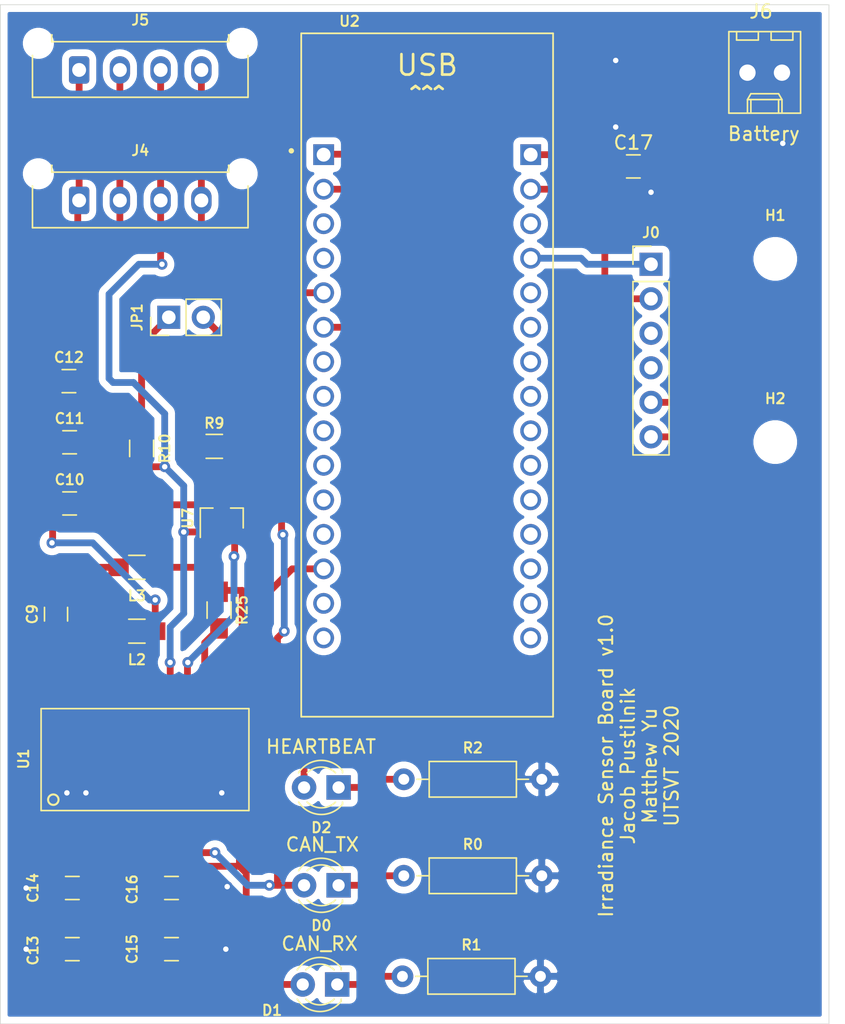
<source format=kicad_pcb>
(kicad_pcb (version 20171130) (host pcbnew "(5.1.6)-1")

  (general
    (thickness 1.6)
    (drawings 57)
    (tracks 222)
    (zones 0)
    (modules 30)
    (nets 24)
  )

  (page A4)
  (layers
    (0 F.Cu signal)
    (31 B.Cu signal)
    (32 B.Adhes user)
    (33 F.Adhes user)
    (34 B.Paste user)
    (35 F.Paste user)
    (36 B.SilkS user)
    (37 F.SilkS user)
    (38 B.Mask user)
    (39 F.Mask user)
    (40 Dwgs.User user hide)
    (41 Cmts.User user)
    (42 Eco1.User user)
    (43 Eco2.User user)
    (44 Edge.Cuts user)
    (45 Margin user)
    (46 B.CrtYd user)
    (47 F.CrtYd user)
    (48 B.Fab user)
    (49 F.Fab user)
  )

  (setup
    (last_trace_width 0.5)
    (user_trace_width 0.5)
    (trace_clearance 0.2)
    (zone_clearance 0.508)
    (zone_45_only no)
    (trace_min 0.2)
    (via_size 0.8)
    (via_drill 0.4)
    (via_min_size 0.4)
    (via_min_drill 0.3)
    (uvia_size 0.3)
    (uvia_drill 0.1)
    (uvias_allowed no)
    (uvia_min_size 0.2)
    (uvia_min_drill 0.1)
    (edge_width 0.05)
    (segment_width 0.2)
    (pcb_text_width 0.3)
    (pcb_text_size 1.5 1.5)
    (mod_edge_width 0.12)
    (mod_text_size 1 1)
    (mod_text_width 0.15)
    (pad_size 1.8 1.8)
    (pad_drill 0.9)
    (pad_to_mask_clearance 0.05)
    (aux_axis_origin 0 0)
    (visible_elements 7FFFFFFF)
    (pcbplotparams
      (layerselection 0x010fc_ffffffff)
      (usegerberextensions false)
      (usegerberattributes true)
      (usegerberadvancedattributes true)
      (creategerberjobfile true)
      (excludeedgelayer true)
      (linewidth 0.100000)
      (plotframeref false)
      (viasonmask false)
      (mode 1)
      (useauxorigin false)
      (hpglpennumber 1)
      (hpglpenspeed 20)
      (hpglpendiameter 15.000000)
      (psnegative false)
      (psa4output false)
      (plotreference true)
      (plotvalue true)
      (plotinvisibletext false)
      (padsonsilk false)
      (subtractmaskfromsilk false)
      (outputformat 1)
      (mirror false)
      (drillshape 1)
      (scaleselection 1)
      (outputdirectory ""))
  )

  (net 0 "")
  (net 1 "Net-(C9-Pad1)")
  (net 2 "Net-(C9-Pad2)")
  (net 3 "Net-(C10-Pad1)")
  (net 4 "Net-(C10-Pad2)")
  (net 5 +5V)
  (net 6 GND)
  (net 7 +3V3)
  (net 8 "Net-(D0-Pad1)")
  (net 9 CAN_Tx)
  (net 10 "Net-(D1-Pad1)")
  (net 11 CAN_Rx)
  (net 12 "Net-(D2-Pad1)")
  (net 13 "Net-(D2-Pad2)")
  (net 14 "Net-(J0-Pad2)")
  (net 15 I2C_SDA)
  (net 16 I2C_SCL)
  (net 17 "Net-(J4-Pad4)")
  (net 18 "Net-(J4-Pad3)")
  (net 19 "Net-(JP1-Pad1)")
  (net 20 "Net-(JP1-Pad2)")
  (net 21 "Net-(R25-Pad2)")
  (net 22 vin)
  (net 23 +9VA)

  (net_class Default "This is the default net class."
    (clearance 0.2)
    (trace_width 0.25)
    (via_dia 0.8)
    (via_drill 0.4)
    (uvia_dia 0.3)
    (uvia_drill 0.1)
    (add_net +3V3)
    (add_net +5V)
    (add_net +9VA)
    (add_net CAN_Rx)
    (add_net CAN_Tx)
    (add_net GND)
    (add_net I2C_SCL)
    (add_net I2C_SDA)
    (add_net "Net-(C10-Pad1)")
    (add_net "Net-(C10-Pad2)")
    (add_net "Net-(C9-Pad1)")
    (add_net "Net-(C9-Pad2)")
    (add_net "Net-(D0-Pad1)")
    (add_net "Net-(D1-Pad1)")
    (add_net "Net-(D2-Pad1)")
    (add_net "Net-(D2-Pad2)")
    (add_net "Net-(J0-Pad2)")
    (add_net "Net-(J0-Pad3)")
    (add_net "Net-(J0-Pad4)")
    (add_net "Net-(J4-Pad3)")
    (add_net "Net-(J4-Pad4)")
    (add_net "Net-(JP1-Pad1)")
    (add_net "Net-(JP1-Pad2)")
    (add_net "Net-(R25-Pad2)")
    (add_net "Net-(U1-Pad17)")
    (add_net "Net-(U1-Pad6)")
    (add_net "Net-(U1-Pad8)")
    (add_net "Net-(U1-Pad9)")
    (add_net "Net-(U2-Pad10)")
    (add_net "Net-(U2-Pad11)")
    (add_net "Net-(U2-Pad12)")
    (add_net "Net-(U2-Pad14)")
    (add_net "Net-(U2-Pad15)")
    (add_net "Net-(U2-Pad16)")
    (add_net "Net-(U2-Pad17)")
    (add_net "Net-(U2-Pad18)")
    (add_net "Net-(U2-Pad19)")
    (add_net "Net-(U2-Pad20)")
    (add_net "Net-(U2-Pad21)")
    (add_net "Net-(U2-Pad22)")
    (add_net "Net-(U2-Pad23)")
    (add_net "Net-(U2-Pad24)")
    (add_net "Net-(U2-Pad25)")
    (add_net "Net-(U2-Pad26)")
    (add_net "Net-(U2-Pad28)")
    (add_net "Net-(U2-Pad3)")
    (add_net "Net-(U2-Pad4)")
    (add_net "Net-(U2-Pad7)")
    (add_net "Net-(U2-Pad8)")
    (add_net "Net-(U2-Pad9)")
    (add_net vin)
  )

  (module Capacitors_SMD:C_0805_HandSoldering (layer F.Cu) (tedit 58AA84A8) (tstamp 5FDD5EDB)
    (at 73.6 79.9)
    (descr "Capacitor SMD 0805, hand soldering")
    (tags "capacitor 0805")
    (path /5FE00119)
    (attr smd)
    (fp_text reference C17 (at 0 -1.75) (layer F.SilkS)
      (effects (font (size 1 1) (thickness 0.15)))
    )
    (fp_text value 0.1u (at 0 1.75) (layer F.Fab)
      (effects (font (size 1 1) (thickness 0.15)))
    )
    (fp_line (start 2.25 0.87) (end -2.25 0.87) (layer F.CrtYd) (width 0.05))
    (fp_line (start 2.25 0.87) (end 2.25 -0.88) (layer F.CrtYd) (width 0.05))
    (fp_line (start -2.25 -0.88) (end -2.25 0.87) (layer F.CrtYd) (width 0.05))
    (fp_line (start -2.25 -0.88) (end 2.25 -0.88) (layer F.CrtYd) (width 0.05))
    (fp_line (start -0.5 0.85) (end 0.5 0.85) (layer F.SilkS) (width 0.12))
    (fp_line (start 0.5 -0.85) (end -0.5 -0.85) (layer F.SilkS) (width 0.12))
    (fp_line (start -1 -0.62) (end 1 -0.62) (layer F.Fab) (width 0.1))
    (fp_line (start 1 -0.62) (end 1 0.62) (layer F.Fab) (width 0.1))
    (fp_line (start 1 0.62) (end -1 0.62) (layer F.Fab) (width 0.1))
    (fp_line (start -1 0.62) (end -1 -0.62) (layer F.Fab) (width 0.1))
    (fp_text user %R (at 0 -1.75) (layer F.Fab)
      (effects (font (size 1 1) (thickness 0.15)))
    )
    (pad 1 smd rect (at -1.25 0) (size 1.5 1.25) (layers F.Cu F.Paste F.Mask)
      (net 23 +9VA))
    (pad 2 smd rect (at 1.25 0) (size 1.5 1.25) (layers F.Cu F.Paste F.Mask)
      (net 6 GND))
    (model Capacitors_SMD.3dshapes/C_0805.wrl
      (at (xyz 0 0 0))
      (scale (xyz 1 1 1))
      (rotate (xyz 0 0 0))
    )
  )

  (module Connectors_Molex:Molex_KK-6410-02_02x2.54mm_Straight (layer F.Cu) (tedit 58EE6EE4) (tstamp 5FDD4A04)
    (at 82 73)
    (descr "Connector Headers with Friction Lock, 22-27-2021, http://www.molex.com/pdm_docs/sd/022272021_sd.pdf")
    (tags "connector molex kk_6410 22-27-2021")
    (path /5FDD791C)
    (fp_text reference J6 (at 1 -4.5) (layer F.SilkS)
      (effects (font (size 1 1) (thickness 0.15)))
    )
    (fp_text value Battery (at 1.27 4.5) (layer F.Fab)
      (effects (font (size 1 1) (thickness 0.15)))
    )
    (fp_text user %R (at 1.27 0) (layer F.Fab)
      (effects (font (size 1 1) (thickness 0.15)))
    )
    (fp_line (start -1.47 -3.12) (end -1.47 3.08) (layer F.Fab) (width 0.12))
    (fp_line (start -1.47 3.08) (end 4.01 3.08) (layer F.Fab) (width 0.12))
    (fp_line (start 4.01 3.08) (end 4.01 -3.12) (layer F.Fab) (width 0.12))
    (fp_line (start 4.01 -3.12) (end -1.47 -3.12) (layer F.Fab) (width 0.12))
    (fp_line (start -1.37 -3.02) (end -1.37 2.98) (layer F.SilkS) (width 0.12))
    (fp_line (start -1.37 2.98) (end 3.91 2.98) (layer F.SilkS) (width 0.12))
    (fp_line (start 3.91 2.98) (end 3.91 -3.02) (layer F.SilkS) (width 0.12))
    (fp_line (start 3.91 -3.02) (end -1.37 -3.02) (layer F.SilkS) (width 0.12))
    (fp_line (start 0 2.98) (end 0 1.98) (layer F.SilkS) (width 0.12))
    (fp_line (start 0 1.98) (end 2.54 1.98) (layer F.SilkS) (width 0.12))
    (fp_line (start 2.54 1.98) (end 2.54 2.98) (layer F.SilkS) (width 0.12))
    (fp_line (start 0 1.98) (end 0.25 1.55) (layer F.SilkS) (width 0.12))
    (fp_line (start 0.25 1.55) (end 2.29 1.55) (layer F.SilkS) (width 0.12))
    (fp_line (start 2.29 1.55) (end 2.54 1.98) (layer F.SilkS) (width 0.12))
    (fp_line (start 0.25 2.98) (end 0.25 1.98) (layer F.SilkS) (width 0.12))
    (fp_line (start 2.29 2.98) (end 2.29 1.98) (layer F.SilkS) (width 0.12))
    (fp_line (start -0.8 -3.02) (end -0.8 -2.4) (layer F.SilkS) (width 0.12))
    (fp_line (start -0.8 -2.4) (end 0.8 -2.4) (layer F.SilkS) (width 0.12))
    (fp_line (start 0.8 -2.4) (end 0.8 -3.02) (layer F.SilkS) (width 0.12))
    (fp_line (start 1.74 -3.02) (end 1.74 -2.4) (layer F.SilkS) (width 0.12))
    (fp_line (start 1.74 -2.4) (end 3.34 -2.4) (layer F.SilkS) (width 0.12))
    (fp_line (start 3.34 -2.4) (end 3.34 -3.02) (layer F.SilkS) (width 0.12))
    (fp_line (start -1.9 3.5) (end -1.9 -3.55) (layer F.CrtYd) (width 0.05))
    (fp_line (start -1.9 -3.55) (end 4.45 -3.55) (layer F.CrtYd) (width 0.05))
    (fp_line (start 4.45 -3.55) (end 4.45 3.5) (layer F.CrtYd) (width 0.05))
    (fp_line (start 4.45 3.5) (end -1.9 3.5) (layer F.CrtYd) (width 0.05))
    (pad 2 thru_hole oval (at 2.54 0) (size 2 2.6) (drill 1.2) (layers *.Cu *.Mask)
      (net 6 GND))
    (pad 1 thru_hole rect (at 0 0) (size 2 2.6) (drill 1.2) (layers *.Cu *.Mask)
      (net 23 +9VA))
    (model ${KISYS3DMOD}/Connectors_Molex.3dshapes/Molex_KK-6410-02_02x2.54mm_Straight.wrl
      (at (xyz 0 0 0))
      (scale (xyz 1 1 1))
      (rotate (xyz 0 0 0))
    )
  )

  (module Connector_PinHeader_2.54mm:PinHeader_1x02_P2.54mm_Vertical (layer F.Cu) (tedit 59FED5CC) (tstamp 5FC9BAF9)
    (at 39.4 91 90)
    (descr "Through hole straight pin header, 1x02, 2.54mm pitch, single row")
    (tags "Through hole pin header THT 1x02 2.54mm single row")
    (path /5FB266D0)
    (fp_text reference JP1 (at 0 -2.33 90) (layer F.SilkS)
      (effects (font (size 0.75 0.75) (thickness 0.15)))
    )
    (fp_text value "Termination Resistors" (at 0 4.87 90) (layer F.Fab)
      (effects (font (size 1 1) (thickness 0.15)))
    )
    (fp_line (start 1.8 -1.8) (end -1.8 -1.8) (layer F.CrtYd) (width 0.05))
    (fp_line (start 1.8 4.35) (end 1.8 -1.8) (layer F.CrtYd) (width 0.05))
    (fp_line (start -1.8 4.35) (end 1.8 4.35) (layer F.CrtYd) (width 0.05))
    (fp_line (start -1.8 -1.8) (end -1.8 4.35) (layer F.CrtYd) (width 0.05))
    (fp_line (start -1.33 -1.33) (end 0 -1.33) (layer F.SilkS) (width 0.12))
    (fp_line (start -1.33 0) (end -1.33 -1.33) (layer F.SilkS) (width 0.12))
    (fp_line (start -1.33 1.27) (end 1.33 1.27) (layer F.SilkS) (width 0.12))
    (fp_line (start 1.33 1.27) (end 1.33 3.87) (layer F.SilkS) (width 0.12))
    (fp_line (start -1.33 1.27) (end -1.33 3.87) (layer F.SilkS) (width 0.12))
    (fp_line (start -1.33 3.87) (end 1.33 3.87) (layer F.SilkS) (width 0.12))
    (fp_line (start -1.27 -0.635) (end -0.635 -1.27) (layer F.Fab) (width 0.1))
    (fp_line (start -1.27 3.81) (end -1.27 -0.635) (layer F.Fab) (width 0.1))
    (fp_line (start 1.27 3.81) (end -1.27 3.81) (layer F.Fab) (width 0.1))
    (fp_line (start 1.27 -1.27) (end 1.27 3.81) (layer F.Fab) (width 0.1))
    (fp_line (start -0.635 -1.27) (end 1.27 -1.27) (layer F.Fab) (width 0.1))
    (fp_text user %R (at 0 1.27) (layer F.Fab)
      (effects (font (size 0.75 0.75) (thickness 0.15)))
    )
    (pad 2 thru_hole oval (at 0 2.54 90) (size 1.7 1.7) (drill 1) (layers *.Cu *.Mask)
      (net 20 "Net-(JP1-Pad2)"))
    (pad 1 thru_hole rect (at 0 0 90) (size 1.7 1.7) (drill 1) (layers *.Cu *.Mask)
      (net 19 "Net-(JP1-Pad1)"))
    (model ${KISYS3DMOD}/Connector_PinHeader_2.54mm.3dshapes/PinHeader_1x02_P2.54mm_Vertical.wrl
      (at (xyz 0 0 0))
      (scale (xyz 1 1 1))
      (rotate (xyz 0 0 0))
    )
  )

  (module Connector_PinHeader_2.54mm:PinHeader_1x06_P2.54mm_Vertical (layer F.Cu) (tedit 59FED5CC) (tstamp 5FC99A44)
    (at 74.9 87.1)
    (descr "Through hole straight pin header, 1x06, 2.54mm pitch, single row")
    (tags "Through hole pin header THT 1x06 2.54mm single row")
    (path /5FAAD873)
    (fp_text reference J0 (at 0 -2.33) (layer F.SilkS)
      (effects (font (size 0.75 0.75) (thickness 0.15)))
    )
    (fp_text value Conn_01x06 (at 0 15.03) (layer F.Fab)
      (effects (font (size 1 1) (thickness 0.15)))
    )
    (fp_line (start 1.8 -1.8) (end -1.8 -1.8) (layer F.CrtYd) (width 0.05))
    (fp_line (start 1.8 14.5) (end 1.8 -1.8) (layer F.CrtYd) (width 0.05))
    (fp_line (start -1.8 14.5) (end 1.8 14.5) (layer F.CrtYd) (width 0.05))
    (fp_line (start -1.8 -1.8) (end -1.8 14.5) (layer F.CrtYd) (width 0.05))
    (fp_line (start -1.33 -1.33) (end 0 -1.33) (layer F.SilkS) (width 0.12))
    (fp_line (start -1.33 0) (end -1.33 -1.33) (layer F.SilkS) (width 0.12))
    (fp_line (start -1.33 1.27) (end 1.33 1.27) (layer F.SilkS) (width 0.12))
    (fp_line (start 1.33 1.27) (end 1.33 14.03) (layer F.SilkS) (width 0.12))
    (fp_line (start -1.33 1.27) (end -1.33 14.03) (layer F.SilkS) (width 0.12))
    (fp_line (start -1.33 14.03) (end 1.33 14.03) (layer F.SilkS) (width 0.12))
    (fp_line (start -1.27 -0.635) (end -0.635 -1.27) (layer F.Fab) (width 0.1))
    (fp_line (start -1.27 13.97) (end -1.27 -0.635) (layer F.Fab) (width 0.1))
    (fp_line (start 1.27 13.97) (end -1.27 13.97) (layer F.Fab) (width 0.1))
    (fp_line (start 1.27 -1.27) (end 1.27 13.97) (layer F.Fab) (width 0.1))
    (fp_line (start -0.635 -1.27) (end 1.27 -1.27) (layer F.Fab) (width 0.1))
    (fp_text user %R (at 0 6.35 90) (layer F.Fab)
      (effects (font (size 0.75 0.75) (thickness 0.15)))
    )
    (pad 6 thru_hole oval (at 0 12.7) (size 1.7 1.7) (drill 1) (layers *.Cu *.Mask)
      (net 16 I2C_SCL))
    (pad 5 thru_hole oval (at 0 10.16) (size 1.7 1.7) (drill 1) (layers *.Cu *.Mask)
      (net 15 I2C_SDA))
    (pad 4 thru_hole oval (at 0 7.62) (size 1.7 1.7) (drill 1) (layers *.Cu *.Mask))
    (pad 3 thru_hole oval (at 0 5.08) (size 1.7 1.7) (drill 1) (layers *.Cu *.Mask))
    (pad 2 thru_hole oval (at 0 2.54) (size 1.7 1.7) (drill 1) (layers *.Cu *.Mask)
      (net 14 "Net-(J0-Pad2)"))
    (pad 1 thru_hole rect (at 0 0) (size 1.7 1.7) (drill 1) (layers *.Cu *.Mask)
      (net 22 vin))
    (model ${KISYS3DMOD}/Connector_PinHeader_2.54mm.3dshapes/PinHeader_1x06_P2.54mm_Vertical.wrl
      (at (xyz 0 0 0))
      (scale (xyz 1 1 1))
      (rotate (xyz 0 0 0))
    )
  )

  (module irradianceboard:MODULE_NUCLEO-L432KC (layer F.Cu) (tedit 5FC374BD) (tstamp 5FC99DB4)
    (at 58.42 95.25)
    (path /5FAA17C6)
    (fp_text reference U2 (at -5.715 -26.035) (layer F.SilkS)
      (effects (font (size 0.75 0.75) (thickness 0.15)))
    )
    (fp_text value Nucleo_L432KC (at 3.81 26.035) (layer F.Fab)
      (effects (font (size 1 1) (thickness 0.015)))
    )
    (fp_line (start -9.27 -25.145) (end 9.27 -25.145) (layer F.Fab) (width 0.127))
    (fp_line (start 9.27 -25.145) (end 9.27 25.145) (layer F.Fab) (width 0.127))
    (fp_line (start 9.27 25.145) (end -9.27 25.145) (layer F.Fab) (width 0.127))
    (fp_line (start -9.27 25.145) (end -9.27 -25.145) (layer F.Fab) (width 0.127))
    (fp_line (start -9.27 -25.145) (end 9.27 -25.145) (layer F.SilkS) (width 0.127))
    (fp_line (start -9.27 25.145) (end -9.27 -25.145) (layer F.SilkS) (width 0.127))
    (fp_line (start 9.27 -25.145) (end 9.27 25.145) (layer F.SilkS) (width 0.127))
    (fp_line (start 9.27 25.145) (end -9.27 25.145) (layer F.SilkS) (width 0.127))
    (fp_circle (center -10 -16.5) (end -9.9 -16.5) (layer F.SilkS) (width 0.2))
    (fp_circle (center -10 -16.5) (end -9.9 -16.5) (layer F.Fab) (width 0.2))
    (fp_line (start -9.52 -25.395) (end 9.52 -25.395) (layer F.CrtYd) (width 0.05))
    (fp_line (start 9.52 -25.395) (end 9.52 25.395) (layer F.CrtYd) (width 0.05))
    (fp_line (start 9.52 25.395) (end -9.52 25.395) (layer F.CrtYd) (width 0.05))
    (fp_line (start -9.52 25.395) (end -9.52 -25.395) (layer F.CrtYd) (width 0.05))
    (pad 30 thru_hole rect (at 7.62 -16.215) (size 1.53 1.53) (drill 1.02) (layers *.Cu *.Mask)
      (net 23 +9VA))
    (pad 29 thru_hole circle (at 7.62 -13.675) (size 1.53 1.53) (drill 1.02) (layers *.Cu *.Mask)
      (net 14 "Net-(J0-Pad2)"))
    (pad 28 thru_hole circle (at 7.62 -11.135) (size 1.53 1.53) (drill 1.02) (layers *.Cu *.Mask))
    (pad 27 thru_hole circle (at 7.62 -8.595) (size 1.53 1.53) (drill 1.02) (layers *.Cu *.Mask)
      (net 22 vin))
    (pad 26 thru_hole circle (at 7.62 -6.055) (size 1.53 1.53) (drill 1.02) (layers *.Cu *.Mask))
    (pad 25 thru_hole circle (at 7.62 -3.515) (size 1.53 1.53) (drill 1.02) (layers *.Cu *.Mask))
    (pad 24 thru_hole circle (at 7.62 -0.975) (size 1.53 1.53) (drill 1.02) (layers *.Cu *.Mask))
    (pad 23 thru_hole circle (at 7.62 1.565) (size 1.53 1.53) (drill 1.02) (layers *.Cu *.Mask))
    (pad 22 thru_hole circle (at 7.62 4.105) (size 1.53 1.53) (drill 1.02) (layers *.Cu *.Mask))
    (pad 21 thru_hole circle (at 7.62 6.645) (size 1.53 1.53) (drill 1.02) (layers *.Cu *.Mask))
    (pad 20 thru_hole circle (at 7.62 9.185) (size 1.53 1.53) (drill 1.02) (layers *.Cu *.Mask))
    (pad 19 thru_hole circle (at 7.62 11.725) (size 1.53 1.53) (drill 1.02) (layers *.Cu *.Mask))
    (pad 18 thru_hole circle (at 7.62 14.265) (size 1.53 1.53) (drill 1.02) (layers *.Cu *.Mask))
    (pad 17 thru_hole circle (at 7.62 16.805) (size 1.53 1.53) (drill 1.02) (layers *.Cu *.Mask))
    (pad 16 thru_hole circle (at 7.62 19.345) (size 1.53 1.53) (drill 1.02) (layers *.Cu *.Mask))
    (pad 1 thru_hole rect (at -7.62 -16.215) (size 1.53 1.53) (drill 1.02) (layers *.Cu *.Mask)
      (net 16 I2C_SCL))
    (pad 2 thru_hole circle (at -7.62 -13.675) (size 1.53 1.53) (drill 1.02) (layers *.Cu *.Mask)
      (net 15 I2C_SDA))
    (pad 3 thru_hole circle (at -7.62 -11.135) (size 1.53 1.53) (drill 1.02) (layers *.Cu *.Mask))
    (pad 4 thru_hole circle (at -7.62 -8.595) (size 1.53 1.53) (drill 1.02) (layers *.Cu *.Mask))
    (pad 5 thru_hole circle (at -7.62 -6.055) (size 1.53 1.53) (drill 1.02) (layers *.Cu *.Mask)
      (net 9 CAN_Tx))
    (pad 6 thru_hole circle (at -7.62 -3.515) (size 1.53 1.53) (drill 1.02) (layers *.Cu *.Mask)
      (net 13 "Net-(D2-Pad2)"))
    (pad 7 thru_hole circle (at -7.62 -0.975) (size 1.53 1.53) (drill 1.02) (layers *.Cu *.Mask))
    (pad 8 thru_hole circle (at -7.62 1.565) (size 1.53 1.53) (drill 1.02) (layers *.Cu *.Mask))
    (pad 9 thru_hole circle (at -7.62 4.105) (size 1.53 1.53) (drill 1.02) (layers *.Cu *.Mask))
    (pad 10 thru_hole circle (at -7.62 6.645) (size 1.53 1.53) (drill 1.02) (layers *.Cu *.Mask))
    (pad 11 thru_hole circle (at -7.62 9.185) (size 1.53 1.53) (drill 1.02) (layers *.Cu *.Mask))
    (pad 12 thru_hole circle (at -7.62 11.725) (size 1.53 1.53) (drill 1.02) (layers *.Cu *.Mask))
    (pad 13 thru_hole circle (at -7.62 14.265) (size 1.53 1.53) (drill 1.02) (layers *.Cu *.Mask)
      (net 11 CAN_Rx))
    (pad 14 thru_hole circle (at -7.62 16.805) (size 1.53 1.53) (drill 1.02) (layers *.Cu *.Mask))
    (pad 15 thru_hole circle (at -7.62 19.345) (size 1.53 1.53) (drill 1.02) (layers *.Cu *.Mask))
  )

  (module TO_SOT_Packages_SMD:SOT-23 (layer F.Cu) (tedit 58CE4E7E) (tstamp 5FC9AFA7)
    (at 43.3 105.8 90)
    (descr "SOT-23, Standard")
    (tags SOT-23)
    (path /5FAD265B)
    (attr smd)
    (fp_text reference U7 (at 0 -2.5 90) (layer F.SilkS)
      (effects (font (size 0.75 0.75) (thickness 0.15)))
    )
    (fp_text value CDSOT23-T24CAN (at 0 2.5 90) (layer F.Fab)
      (effects (font (size 1 1) (thickness 0.15)))
    )
    (fp_line (start -0.7 -0.95) (end -0.7 1.5) (layer F.Fab) (width 0.1))
    (fp_line (start -0.15 -1.52) (end 0.7 -1.52) (layer F.Fab) (width 0.1))
    (fp_line (start -0.7 -0.95) (end -0.15 -1.52) (layer F.Fab) (width 0.1))
    (fp_line (start 0.7 -1.52) (end 0.7 1.52) (layer F.Fab) (width 0.1))
    (fp_line (start -0.7 1.52) (end 0.7 1.52) (layer F.Fab) (width 0.1))
    (fp_line (start 0.76 1.58) (end 0.76 0.65) (layer F.SilkS) (width 0.12))
    (fp_line (start 0.76 -1.58) (end 0.76 -0.65) (layer F.SilkS) (width 0.12))
    (fp_line (start -1.7 -1.75) (end 1.7 -1.75) (layer F.CrtYd) (width 0.05))
    (fp_line (start 1.7 -1.75) (end 1.7 1.75) (layer F.CrtYd) (width 0.05))
    (fp_line (start 1.7 1.75) (end -1.7 1.75) (layer F.CrtYd) (width 0.05))
    (fp_line (start -1.7 1.75) (end -1.7 -1.75) (layer F.CrtYd) (width 0.05))
    (fp_line (start 0.76 -1.58) (end -1.4 -1.58) (layer F.SilkS) (width 0.12))
    (fp_line (start 0.76 1.58) (end -0.7 1.58) (layer F.SilkS) (width 0.12))
    (fp_text user %R (at 0 0) (layer F.Fab)
      (effects (font (size 0.75 0.75) (thickness 0.15)))
    )
    (pad 1 smd rect (at -1 -0.95 90) (size 0.9 0.8) (layers F.Cu F.Paste F.Mask)
      (net 18 "Net-(J4-Pad3)"))
    (pad 2 smd rect (at -1 0.95 90) (size 0.9 0.8) (layers F.Cu F.Paste F.Mask)
      (net 17 "Net-(J4-Pad4)"))
    (pad 3 smd rect (at 1 0 90) (size 0.9 0.8) (layers F.Cu F.Paste F.Mask)
      (net 4 "Net-(C10-Pad2)"))
    (model ${KISYS3DMOD}/TO_SOT_Packages_SMD.3dshapes/SOT-23.wrl
      (at (xyz 0 0 0))
      (scale (xyz 1 1 1))
      (rotate (xyz 0 0 0))
    )
  )

  (module irradianceboard:ADM3055EBRIZ (layer F.Cu) (tedit 5FC37131) (tstamp 5FC99AC8)
    (at 37.6 123.5 90)
    (descr "<b>RI-20-A (SOIC_IC)</b><br>")
    (path /5FA7F796)
    (fp_text reference U1 (at 0 -8.89 90) (layer F.SilkS)
      (effects (font (size 0.75 0.75) (thickness 0.15)))
    )
    (fp_text value ADM3055E (at 0 8.89 90) (layer F.Fab)
      (effects (font (size 1 1) (thickness 0.015)))
    )
    (fp_circle (center -3 -6.7) (end -2.614309 -6.7) (layer F.SilkS) (width 0.1524))
    (fp_line (start -3.8 -7.6) (end 3.7 -7.6) (layer F.SilkS) (width 0.12))
    (fp_line (start -3.8 7.7) (end 3.7 7.7) (layer F.SilkS) (width 0.12))
    (fp_line (start 3.7 -7.6) (end 3.7 7.7) (layer F.SilkS) (width 0.12))
    (fp_line (start -3.8 7.7) (end -3.8 -7.6) (layer F.SilkS) (width 0.12))
    (pad 1 smd rect (at -4.725 -5.715 90) (size 1.8 0.65) (layers F.Cu F.Paste F.Mask)
      (net 6 GND))
    (pad 2 smd rect (at -4.725 -4.445 90) (size 1.8 0.65) (layers F.Cu F.Paste F.Mask)
      (net 6 GND))
    (pad 3 smd rect (at -4.725 -3.175 90) (size 1.8 0.65) (layers F.Cu F.Paste F.Mask)
      (net 5 +5V))
    (pad 4 smd rect (at -4.725 -1.905 90) (size 1.8 0.65) (layers F.Cu F.Paste F.Mask)
      (net 7 +3V3))
    (pad 5 smd rect (at -4.725 -0.635 90) (size 1.8 0.65) (layers F.Cu F.Paste F.Mask)
      (net 11 CAN_Rx))
    (pad 6 smd rect (at -4.725 0.635 90) (size 1.8 0.65) (layers F.Cu F.Paste F.Mask))
    (pad 7 smd rect (at -4.725 1.905 90) (size 1.8 0.65) (layers F.Cu F.Paste F.Mask)
      (net 9 CAN_Tx))
    (pad 8 smd rect (at -4.725 3.175 90) (size 1.8 0.65) (layers F.Cu F.Paste F.Mask))
    (pad 9 smd rect (at -4.725 4.445 90) (size 1.8 0.65) (layers F.Cu F.Paste F.Mask))
    (pad 10 smd rect (at -4.725 5.715 90) (size 1.8 0.65) (layers F.Cu F.Paste F.Mask)
      (net 6 GND))
    (pad 11 smd rect (at 4.725 5.715 90) (size 1.8 0.65) (layers F.Cu F.Paste F.Mask)
      (net 4 "Net-(C10-Pad2)"))
    (pad 12 smd rect (at 4.725 4.445 90) (size 1.8 0.65) (layers F.Cu F.Paste F.Mask)
      (net 21 "Net-(R25-Pad2)"))
    (pad 13 smd rect (at 4.725 3.175 90) (size 1.8 0.65) (layers F.Cu F.Paste F.Mask)
      (net 17 "Net-(J4-Pad4)"))
    (pad 14 smd rect (at 4.725 1.905 90) (size 1.8 0.65) (layers F.Cu F.Paste F.Mask)
      (net 18 "Net-(J4-Pad3)"))
    (pad 15 smd rect (at 4.725 0.635 90) (size 1.8 0.65) (layers F.Cu F.Paste F.Mask)
      (net 4 "Net-(C10-Pad2)"))
    (pad 16 smd rect (at 4.725 -0.635 90) (size 1.8 0.65) (layers F.Cu F.Paste F.Mask)
      (net 3 "Net-(C10-Pad1)"))
    (pad 17 smd rect (at 4.725 -1.905 90) (size 1.8 0.65) (layers F.Cu F.Paste F.Mask))
    (pad 18 smd rect (at 4.725 -3.175 90) (size 1.8 0.65) (layers F.Cu F.Paste F.Mask)
      (net 2 "Net-(C9-Pad2)"))
    (pad 19 smd rect (at 4.725 -4.445 90) (size 1.8 0.65) (layers F.Cu F.Paste F.Mask)
      (net 1 "Net-(C9-Pad1)"))
    (pad 20 smd rect (at 4.725 -5.715 90) (size 1.8 0.65) (layers F.Cu F.Paste F.Mask)
      (net 2 "Net-(C9-Pad2)"))
  )

  (module Resistors_SMD:R_0805_HandSoldering (layer F.Cu) (tedit 58E0A804) (tstamp 5FC99AAB)
    (at 43.1 112.55 270)
    (descr "Resistor SMD 0805, hand soldering")
    (tags "resistor 0805")
    (path /5FAD93D2)
    (attr smd)
    (fp_text reference R25 (at 0 -1.7 90) (layer F.SilkS)
      (effects (font (size 0.75 0.75) (thickness 0.15)))
    )
    (fp_text value 0 (at 0 1.75 90) (layer F.Fab)
      (effects (font (size 1 1) (thickness 0.15)))
    )
    (fp_line (start -1 0.62) (end -1 -0.62) (layer F.Fab) (width 0.1))
    (fp_line (start 1 0.62) (end -1 0.62) (layer F.Fab) (width 0.1))
    (fp_line (start 1 -0.62) (end 1 0.62) (layer F.Fab) (width 0.1))
    (fp_line (start -1 -0.62) (end 1 -0.62) (layer F.Fab) (width 0.1))
    (fp_line (start 0.6 0.88) (end -0.6 0.88) (layer F.SilkS) (width 0.12))
    (fp_line (start -0.6 -0.88) (end 0.6 -0.88) (layer F.SilkS) (width 0.12))
    (fp_line (start -2.35 -0.9) (end 2.35 -0.9) (layer F.CrtYd) (width 0.05))
    (fp_line (start -2.35 -0.9) (end -2.35 0.9) (layer F.CrtYd) (width 0.05))
    (fp_line (start 2.35 0.9) (end 2.35 -0.9) (layer F.CrtYd) (width 0.05))
    (fp_line (start 2.35 0.9) (end -2.35 0.9) (layer F.CrtYd) (width 0.05))
    (fp_text user %R (at 0 0 90) (layer F.Fab)
      (effects (font (size 0.75 0.75) (thickness 0.15)))
    )
    (pad 1 smd rect (at -1.35 0 270) (size 1.5 1.3) (layers F.Cu F.Paste F.Mask)
      (net 4 "Net-(C10-Pad2)"))
    (pad 2 smd rect (at 1.35 0 270) (size 1.5 1.3) (layers F.Cu F.Paste F.Mask)
      (net 21 "Net-(R25-Pad2)"))
    (model ${KISYS3DMOD}/Resistors_SMD.3dshapes/R_0805.wrl
      (at (xyz 0 0 0))
      (scale (xyz 1 1 1))
      (rotate (xyz 0 0 0))
    )
  )

  (module Resistors_SMD:R_0805_HandSoldering (layer F.Cu) (tedit 58E0A804) (tstamp 5FC99AA8)
    (at 37.4 100.65 270)
    (descr "Resistor SMD 0805, hand soldering")
    (tags "resistor 0805")
    (path /5FAC27E9)
    (attr smd)
    (fp_text reference R10 (at 0 -1.7 90) (layer F.SilkS)
      (effects (font (size 0.75 0.75) (thickness 0.15)))
    )
    (fp_text value 60 (at 0 1.75 90) (layer F.Fab)
      (effects (font (size 1 1) (thickness 0.15)))
    )
    (fp_line (start -1 0.62) (end -1 -0.62) (layer F.Fab) (width 0.1))
    (fp_line (start 1 0.62) (end -1 0.62) (layer F.Fab) (width 0.1))
    (fp_line (start 1 -0.62) (end 1 0.62) (layer F.Fab) (width 0.1))
    (fp_line (start -1 -0.62) (end 1 -0.62) (layer F.Fab) (width 0.1))
    (fp_line (start 0.6 0.88) (end -0.6 0.88) (layer F.SilkS) (width 0.12))
    (fp_line (start -0.6 -0.88) (end 0.6 -0.88) (layer F.SilkS) (width 0.12))
    (fp_line (start -2.35 -0.9) (end 2.35 -0.9) (layer F.CrtYd) (width 0.05))
    (fp_line (start -2.35 -0.9) (end -2.35 0.9) (layer F.CrtYd) (width 0.05))
    (fp_line (start 2.35 0.9) (end 2.35 -0.9) (layer F.CrtYd) (width 0.05))
    (fp_line (start 2.35 0.9) (end -2.35 0.9) (layer F.CrtYd) (width 0.05))
    (fp_text user %R (at 0 0 90) (layer F.Fab)
      (effects (font (size 0.75 0.75) (thickness 0.15)))
    )
    (pad 1 smd rect (at -1.35 0 270) (size 1.5 1.3) (layers F.Cu F.Paste F.Mask)
      (net 19 "Net-(JP1-Pad1)"))
    (pad 2 smd rect (at 1.35 0 270) (size 1.5 1.3) (layers F.Cu F.Paste F.Mask)
      (net 18 "Net-(J4-Pad3)"))
    (model ${KISYS3DMOD}/Resistors_SMD.3dshapes/R_0805.wrl
      (at (xyz 0 0 0))
      (scale (xyz 1 1 1))
      (rotate (xyz 0 0 0))
    )
  )

  (module Resistors_SMD:R_0805_HandSoldering (layer F.Cu) (tedit 58E0A804) (tstamp 5FC99AA5)
    (at 42.75 100.5)
    (descr "Resistor SMD 0805, hand soldering")
    (tags "resistor 0805")
    (path /5FAC5664)
    (attr smd)
    (fp_text reference R9 (at 0 -1.7) (layer F.SilkS)
      (effects (font (size 0.75 0.75) (thickness 0.15)))
    )
    (fp_text value 60 (at 0 1.75) (layer F.Fab)
      (effects (font (size 1 1) (thickness 0.15)))
    )
    (fp_line (start -1 0.62) (end -1 -0.62) (layer F.Fab) (width 0.1))
    (fp_line (start 1 0.62) (end -1 0.62) (layer F.Fab) (width 0.1))
    (fp_line (start 1 -0.62) (end 1 0.62) (layer F.Fab) (width 0.1))
    (fp_line (start -1 -0.62) (end 1 -0.62) (layer F.Fab) (width 0.1))
    (fp_line (start 0.6 0.88) (end -0.6 0.88) (layer F.SilkS) (width 0.12))
    (fp_line (start -0.6 -0.88) (end 0.6 -0.88) (layer F.SilkS) (width 0.12))
    (fp_line (start -2.35 -0.9) (end 2.35 -0.9) (layer F.CrtYd) (width 0.05))
    (fp_line (start -2.35 -0.9) (end -2.35 0.9) (layer F.CrtYd) (width 0.05))
    (fp_line (start 2.35 0.9) (end 2.35 -0.9) (layer F.CrtYd) (width 0.05))
    (fp_line (start 2.35 0.9) (end -2.35 0.9) (layer F.CrtYd) (width 0.05))
    (fp_text user %R (at 0 0) (layer F.Fab)
      (effects (font (size 0.75 0.75) (thickness 0.15)))
    )
    (pad 1 smd rect (at -1.35 0) (size 1.5 1.3) (layers F.Cu F.Paste F.Mask)
      (net 20 "Net-(JP1-Pad2)"))
    (pad 2 smd rect (at 1.35 0) (size 1.5 1.3) (layers F.Cu F.Paste F.Mask)
      (net 17 "Net-(J4-Pad4)"))
    (model ${KISYS3DMOD}/Resistors_SMD.3dshapes/R_0805.wrl
      (at (xyz 0 0 0))
      (scale (xyz 1 1 1))
      (rotate (xyz 0 0 0))
    )
  )

  (module Resistors_THT:R_Axial_DIN0207_L6.3mm_D2.5mm_P10.16mm_Horizontal (layer F.Cu) (tedit 5874F706) (tstamp 5FC9D112)
    (at 56.7 125)
    (descr "Resistor, Axial_DIN0207 series, Axial, Horizontal, pin pitch=10.16mm, 0.25W = 1/4W, length*diameter=6.3*2.5mm^2, http://cdn-reichelt.de/documents/datenblatt/B400/1_4W%23YAG.pdf")
    (tags "Resistor Axial_DIN0207 series Axial Horizontal pin pitch 10.16mm 0.25W = 1/4W length 6.3mm diameter 2.5mm")
    (path /5FAAA8A8)
    (fp_text reference R2 (at 5.08 -2.31) (layer F.SilkS)
      (effects (font (size 0.75 0.75) (thickness 0.15)))
    )
    (fp_text value 330 (at 5.08 2.31) (layer F.Fab)
      (effects (font (size 1 1) (thickness 0.15)))
    )
    (fp_line (start 1.93 -1.25) (end 1.93 1.25) (layer F.Fab) (width 0.1))
    (fp_line (start 1.93 1.25) (end 8.23 1.25) (layer F.Fab) (width 0.1))
    (fp_line (start 8.23 1.25) (end 8.23 -1.25) (layer F.Fab) (width 0.1))
    (fp_line (start 8.23 -1.25) (end 1.93 -1.25) (layer F.Fab) (width 0.1))
    (fp_line (start 0 0) (end 1.93 0) (layer F.Fab) (width 0.1))
    (fp_line (start 10.16 0) (end 8.23 0) (layer F.Fab) (width 0.1))
    (fp_line (start 1.87 -1.31) (end 1.87 1.31) (layer F.SilkS) (width 0.12))
    (fp_line (start 1.87 1.31) (end 8.29 1.31) (layer F.SilkS) (width 0.12))
    (fp_line (start 8.29 1.31) (end 8.29 -1.31) (layer F.SilkS) (width 0.12))
    (fp_line (start 8.29 -1.31) (end 1.87 -1.31) (layer F.SilkS) (width 0.12))
    (fp_line (start 0.98 0) (end 1.87 0) (layer F.SilkS) (width 0.12))
    (fp_line (start 9.18 0) (end 8.29 0) (layer F.SilkS) (width 0.12))
    (fp_line (start -1.05 -1.6) (end -1.05 1.6) (layer F.CrtYd) (width 0.05))
    (fp_line (start -1.05 1.6) (end 11.25 1.6) (layer F.CrtYd) (width 0.05))
    (fp_line (start 11.25 1.6) (end 11.25 -1.6) (layer F.CrtYd) (width 0.05))
    (fp_line (start 11.25 -1.6) (end -1.05 -1.6) (layer F.CrtYd) (width 0.05))
    (pad 1 thru_hole circle (at 0 0) (size 1.6 1.6) (drill 0.8) (layers *.Cu *.Mask)
      (net 12 "Net-(D2-Pad1)"))
    (pad 2 thru_hole oval (at 10.16 0) (size 1.6 1.6) (drill 0.8) (layers *.Cu *.Mask)
      (net 6 GND))
    (model ${KISYS3DMOD}/Resistors_THT.3dshapes/R_Axial_DIN0207_L6.3mm_D2.5mm_P10.16mm_Horizontal.wrl
      (at (xyz 0 0 0))
      (scale (xyz 0.393701 0.393701 0.393701))
      (rotate (xyz 0 0 0))
    )
  )

  (module Resistors_THT:R_Axial_DIN0207_L6.3mm_D2.5mm_P10.16mm_Horizontal (layer F.Cu) (tedit 5874F706) (tstamp 5FC9D0D3)
    (at 56.6 139.5)
    (descr "Resistor, Axial_DIN0207 series, Axial, Horizontal, pin pitch=10.16mm, 0.25W = 1/4W, length*diameter=6.3*2.5mm^2, http://cdn-reichelt.de/documents/datenblatt/B400/1_4W%23YAG.pdf")
    (tags "Resistor Axial_DIN0207 series Axial Horizontal pin pitch 10.16mm 0.25W = 1/4W length 6.3mm diameter 2.5mm")
    (path /5FAAA338)
    (fp_text reference R1 (at 5.08 -2.31) (layer F.SilkS)
      (effects (font (size 0.75 0.75) (thickness 0.15)))
    )
    (fp_text value 330 (at 5.08 2.31) (layer F.Fab)
      (effects (font (size 1 1) (thickness 0.15)))
    )
    (fp_line (start 1.93 -1.25) (end 1.93 1.25) (layer F.Fab) (width 0.1))
    (fp_line (start 1.93 1.25) (end 8.23 1.25) (layer F.Fab) (width 0.1))
    (fp_line (start 8.23 1.25) (end 8.23 -1.25) (layer F.Fab) (width 0.1))
    (fp_line (start 8.23 -1.25) (end 1.93 -1.25) (layer F.Fab) (width 0.1))
    (fp_line (start 0 0) (end 1.93 0) (layer F.Fab) (width 0.1))
    (fp_line (start 10.16 0) (end 8.23 0) (layer F.Fab) (width 0.1))
    (fp_line (start 1.87 -1.31) (end 1.87 1.31) (layer F.SilkS) (width 0.12))
    (fp_line (start 1.87 1.31) (end 8.29 1.31) (layer F.SilkS) (width 0.12))
    (fp_line (start 8.29 1.31) (end 8.29 -1.31) (layer F.SilkS) (width 0.12))
    (fp_line (start 8.29 -1.31) (end 1.87 -1.31) (layer F.SilkS) (width 0.12))
    (fp_line (start 0.98 0) (end 1.87 0) (layer F.SilkS) (width 0.12))
    (fp_line (start 9.18 0) (end 8.29 0) (layer F.SilkS) (width 0.12))
    (fp_line (start -1.05 -1.6) (end -1.05 1.6) (layer F.CrtYd) (width 0.05))
    (fp_line (start -1.05 1.6) (end 11.25 1.6) (layer F.CrtYd) (width 0.05))
    (fp_line (start 11.25 1.6) (end 11.25 -1.6) (layer F.CrtYd) (width 0.05))
    (fp_line (start 11.25 -1.6) (end -1.05 -1.6) (layer F.CrtYd) (width 0.05))
    (pad 1 thru_hole circle (at 0 0) (size 1.6 1.6) (drill 0.8) (layers *.Cu *.Mask)
      (net 10 "Net-(D1-Pad1)"))
    (pad 2 thru_hole oval (at 10.16 0) (size 1.6 1.6) (drill 0.8) (layers *.Cu *.Mask)
      (net 6 GND))
    (model ${KISYS3DMOD}/Resistors_THT.3dshapes/R_Axial_DIN0207_L6.3mm_D2.5mm_P10.16mm_Horizontal.wrl
      (at (xyz 0 0 0))
      (scale (xyz 0.393701 0.393701 0.393701))
      (rotate (xyz 0 0 0))
    )
  )

  (module Resistors_THT:R_Axial_DIN0207_L6.3mm_D2.5mm_P10.16mm_Horizontal (layer F.Cu) (tedit 5874F706) (tstamp 5FC9D08E)
    (at 56.7 132.1)
    (descr "Resistor, Axial_DIN0207 series, Axial, Horizontal, pin pitch=10.16mm, 0.25W = 1/4W, length*diameter=6.3*2.5mm^2, http://cdn-reichelt.de/documents/datenblatt/B400/1_4W%23YAG.pdf")
    (tags "Resistor Axial_DIN0207 series Axial Horizontal pin pitch 10.16mm 0.25W = 1/4W length 6.3mm diameter 2.5mm")
    (path /5FAA9871)
    (fp_text reference R0 (at 5.08 -2.31) (layer F.SilkS)
      (effects (font (size 0.75 0.75) (thickness 0.15)))
    )
    (fp_text value 330 (at 5.08 2.31) (layer F.Fab)
      (effects (font (size 1 1) (thickness 0.15)))
    )
    (fp_line (start 1.93 -1.25) (end 1.93 1.25) (layer F.Fab) (width 0.1))
    (fp_line (start 1.93 1.25) (end 8.23 1.25) (layer F.Fab) (width 0.1))
    (fp_line (start 8.23 1.25) (end 8.23 -1.25) (layer F.Fab) (width 0.1))
    (fp_line (start 8.23 -1.25) (end 1.93 -1.25) (layer F.Fab) (width 0.1))
    (fp_line (start 0 0) (end 1.93 0) (layer F.Fab) (width 0.1))
    (fp_line (start 10.16 0) (end 8.23 0) (layer F.Fab) (width 0.1))
    (fp_line (start 1.87 -1.31) (end 1.87 1.31) (layer F.SilkS) (width 0.12))
    (fp_line (start 1.87 1.31) (end 8.29 1.31) (layer F.SilkS) (width 0.12))
    (fp_line (start 8.29 1.31) (end 8.29 -1.31) (layer F.SilkS) (width 0.12))
    (fp_line (start 8.29 -1.31) (end 1.87 -1.31) (layer F.SilkS) (width 0.12))
    (fp_line (start 0.98 0) (end 1.87 0) (layer F.SilkS) (width 0.12))
    (fp_line (start 9.18 0) (end 8.29 0) (layer F.SilkS) (width 0.12))
    (fp_line (start -1.05 -1.6) (end -1.05 1.6) (layer F.CrtYd) (width 0.05))
    (fp_line (start -1.05 1.6) (end 11.25 1.6) (layer F.CrtYd) (width 0.05))
    (fp_line (start 11.25 1.6) (end 11.25 -1.6) (layer F.CrtYd) (width 0.05))
    (fp_line (start 11.25 -1.6) (end -1.05 -1.6) (layer F.CrtYd) (width 0.05))
    (pad 1 thru_hole circle (at 0 0) (size 1.6 1.6) (drill 0.8) (layers *.Cu *.Mask)
      (net 8 "Net-(D0-Pad1)"))
    (pad 2 thru_hole oval (at 10.16 0) (size 1.6 1.6) (drill 0.8) (layers *.Cu *.Mask)
      (net 6 GND))
    (model ${KISYS3DMOD}/Resistors_THT.3dshapes/R_Axial_DIN0207_L6.3mm_D2.5mm_P10.16mm_Horizontal.wrl
      (at (xyz 0 0 0))
      (scale (xyz 0.393701 0.393701 0.393701))
      (rotate (xyz 0 0 0))
    )
  )

  (module Inductors_SMD:L_0805_HandSoldering (layer F.Cu) (tedit 58307B90) (tstamp 5FC9B156)
    (at 37.05 109.4 180)
    (descr "Resistor SMD 0805, hand soldering")
    (tags "resistor 0805")
    (path /5FACDCBB)
    (attr smd)
    (fp_text reference L3 (at 0 -2.1) (layer F.SilkS)
      (effects (font (size 0.75 0.75) (thickness 0.15)))
    )
    (fp_text value 2k (at 0 2.1) (layer F.Fab)
      (effects (font (size 1 1) (thickness 0.15)))
    )
    (fp_line (start -1 0.62) (end -1 -0.62) (layer F.Fab) (width 0.1))
    (fp_line (start 1 0.62) (end -1 0.62) (layer F.Fab) (width 0.1))
    (fp_line (start 1 -0.62) (end 1 0.62) (layer F.Fab) (width 0.1))
    (fp_line (start -1 -0.62) (end 1 -0.62) (layer F.Fab) (width 0.1))
    (fp_line (start -2.4 -1) (end 2.4 -1) (layer F.CrtYd) (width 0.05))
    (fp_line (start -2.4 1) (end 2.4 1) (layer F.CrtYd) (width 0.05))
    (fp_line (start -2.4 -1) (end -2.4 1) (layer F.CrtYd) (width 0.05))
    (fp_line (start 2.4 -1) (end 2.4 1) (layer F.CrtYd) (width 0.05))
    (fp_line (start 0.6 0.88) (end -0.6 0.88) (layer F.SilkS) (width 0.12))
    (fp_line (start -0.6 -0.88) (end 0.6 -0.88) (layer F.SilkS) (width 0.12))
    (fp_text user %R (at 0 0) (layer F.Fab)
      (effects (font (size 0.75 0.75) (thickness 0.15)))
    )
    (pad 1 smd rect (at -1.35 0 180) (size 1.5 1.3) (layers F.Cu F.Paste F.Mask)
      (net 4 "Net-(C10-Pad2)"))
    (pad 2 smd rect (at 1.35 0 180) (size 1.5 1.3) (layers F.Cu F.Paste F.Mask)
      (net 2 "Net-(C9-Pad2)"))
    (model ${KISYS3DMOD}/Inductors_SMD.3dshapes/L_0805.wrl
      (at (xyz 0 0 0))
      (scale (xyz 1 1 1))
      (rotate (xyz 0 0 0))
    )
  )

  (module Inductors_SMD:L_0805_HandSoldering (layer F.Cu) (tedit 58307B90) (tstamp 5FC9B186)
    (at 37.05 114.1 180)
    (descr "Resistor SMD 0805, hand soldering")
    (tags "resistor 0805")
    (path /5FAB5F11)
    (attr smd)
    (fp_text reference L2 (at 0 -2.1) (layer F.SilkS)
      (effects (font (size 0.75 0.75) (thickness 0.15)))
    )
    (fp_text value 2k (at 0 2.1) (layer F.Fab)
      (effects (font (size 1 1) (thickness 0.15)))
    )
    (fp_line (start -1 0.62) (end -1 -0.62) (layer F.Fab) (width 0.1))
    (fp_line (start 1 0.62) (end -1 0.62) (layer F.Fab) (width 0.1))
    (fp_line (start 1 -0.62) (end 1 0.62) (layer F.Fab) (width 0.1))
    (fp_line (start -1 -0.62) (end 1 -0.62) (layer F.Fab) (width 0.1))
    (fp_line (start -2.4 -1) (end 2.4 -1) (layer F.CrtYd) (width 0.05))
    (fp_line (start -2.4 1) (end 2.4 1) (layer F.CrtYd) (width 0.05))
    (fp_line (start -2.4 -1) (end -2.4 1) (layer F.CrtYd) (width 0.05))
    (fp_line (start 2.4 -1) (end 2.4 1) (layer F.CrtYd) (width 0.05))
    (fp_line (start 0.6 0.88) (end -0.6 0.88) (layer F.SilkS) (width 0.12))
    (fp_line (start -0.6 -0.88) (end 0.6 -0.88) (layer F.SilkS) (width 0.12))
    (fp_text user %R (at 0 0) (layer F.Fab)
      (effects (font (size 0.75 0.75) (thickness 0.15)))
    )
    (pad 1 smd rect (at -1.35 0 180) (size 1.5 1.3) (layers F.Cu F.Paste F.Mask)
      (net 3 "Net-(C10-Pad1)"))
    (pad 2 smd rect (at 1.35 0 180) (size 1.5 1.3) (layers F.Cu F.Paste F.Mask)
      (net 1 "Net-(C9-Pad1)"))
    (model ${KISYS3DMOD}/Inductors_SMD.3dshapes/L_0805.wrl
      (at (xyz 0 0 0))
      (scale (xyz 1 1 1))
      (rotate (xyz 0 0 0))
    )
  )

  (module irradianceboard:Molex_Micro-Fit_3.0_43650-0415_1x04_P3.00mm_Vertical (layer F.Cu) (tedit 5CA3843E) (tstamp 5FC9C213)
    (at 32.8 72.8)
    (descr "Molex Micro-Fit 3.0 Connector System, 43650-0415 (compatible alternatives: 43650-0416, 43650-0417), 4 Pins per row (http://www.molex.com/pdm_docs/sd/436500215_sd.pdf), generated with kicad-footprint-generator")
    (tags "connector Molex Micro-Fit_3.0 vertical")
    (path /5FACF8FF)
    (fp_text reference J5 (at 4.5 -3.67) (layer F.SilkS)
      (effects (font (size 0.75 0.75) (thickness 0.15)))
    )
    (fp_text value CAN_Out (at 4.5 4.5) (layer F.Fab)
      (effects (font (size 1 1) (thickness 0.15)))
    )
    (fp_line (start -3.82 3.8) (end -3.82 -2.97) (layer F.CrtYd) (width 0.05))
    (fp_line (start 12.82 3.8) (end -3.82 3.8) (layer F.CrtYd) (width 0.05))
    (fp_line (start 12.82 -2.97) (end 12.82 3.8) (layer F.CrtYd) (width 0.05))
    (fp_line (start -3.82 -2.97) (end 12.82 -2.97) (layer F.CrtYd) (width 0.05))
    (fp_line (start 11.015 -2.58) (end 10.995 -2.58) (layer F.SilkS) (width 0.12))
    (fp_line (start 11.015 -2.08) (end 11.015 -2.58) (layer F.SilkS) (width 0.12))
    (fp_line (start -2.015 -2.08) (end 11.015 -2.08) (layer F.SilkS) (width 0.12))
    (fp_line (start -2.015 -2.58) (end -2.015 -2.08) (layer F.SilkS) (width 0.12))
    (fp_line (start -1.995 -2.58) (end -2.015 -2.58) (layer F.SilkS) (width 0.12))
    (fp_line (start 12.435 2.01) (end 12.435 -1.065) (layer F.SilkS) (width 0.12))
    (fp_line (start -3.435 2.01) (end 12.435 2.01) (layer F.SilkS) (width 0.12))
    (fp_line (start -3.435 -1.065) (end -3.435 2.01) (layer F.SilkS) (width 0.12))
    (fp_line (start 0 -1.262893) (end 0.5 -1.97) (layer F.Fab) (width 0.1))
    (fp_line (start -0.5 -1.97) (end 0 -1.262893) (layer F.Fab) (width 0.1))
    (fp_line (start 5.2 3.3) (end 5.2 1.9) (layer F.Fab) (width 0.1))
    (fp_line (start 3.8 3.3) (end 5.2 3.3) (layer F.Fab) (width 0.1))
    (fp_line (start 3.8 1.9) (end 3.8 3.3) (layer F.Fab) (width 0.1))
    (fp_line (start 12.325 -1.34) (end 11.125 -1.97) (layer F.Fab) (width 0.1))
    (fp_line (start -3.325 -1.34) (end -2.125 -1.97) (layer F.Fab) (width 0.1))
    (fp_line (start 11.125 -1.97) (end -2.125 -1.97) (layer F.Fab) (width 0.1))
    (fp_line (start 11.125 -2.47) (end 11.125 -1.97) (layer F.Fab) (width 0.1))
    (fp_line (start 12.325 -2.47) (end 11.125 -2.47) (layer F.Fab) (width 0.1))
    (fp_line (start 12.325 1.9) (end 12.325 -2.47) (layer F.Fab) (width 0.1))
    (fp_line (start -3.325 1.9) (end 12.325 1.9) (layer F.Fab) (width 0.1))
    (fp_line (start -3.325 -2.47) (end -3.325 1.9) (layer F.Fab) (width 0.1))
    (fp_line (start -2.125 -2.47) (end -3.325 -2.47) (layer F.Fab) (width 0.1))
    (fp_line (start -2.125 -1.97) (end -2.125 -2.47) (layer F.Fab) (width 0.1))
    (fp_text user %R (at 4.5 1.2) (layer F.Fab)
      (effects (font (size 0.75 0.75) (thickness 0.15)))
    )
    (pad 4 thru_hole oval (at 9 0) (size 1.5 2.02) (drill 1.02) (layers *.Cu *.Mask)
      (net 17 "Net-(J4-Pad4)"))
    (pad 3 thru_hole oval (at 6 0) (size 1.5 2.02) (drill 1.02) (layers *.Cu *.Mask)
      (net 18 "Net-(J4-Pad3)"))
    (pad 2 thru_hole oval (at 3 0) (size 1.5 2.02) (drill 1.02) (layers *.Cu *.Mask)
      (net 4 "Net-(C10-Pad2)"))
    (pad 1 thru_hole roundrect (at 0 0) (size 1.5 2.02) (drill 1.02) (layers *.Cu *.Mask) (roundrect_rratio 0.166667)
      (net 3 "Net-(C10-Pad1)"))
    (pad "" np_thru_hole circle (at 12 -1.96) (size 1.27 1.27) (drill 1.27) (layers *.Cu *.Mask))
    (pad "" np_thru_hole circle (at -3 -1.96) (size 1.27 1.27) (drill 1.27) (layers *.Cu *.Mask))
    (model ${KISYS3DMOD}/Connector_Molex.3dshapes/Molex_Micro-Fit_3.0_43650-0415_1x04_P3.00mm_Vertical.wrl
      (at (xyz 0 0 0))
      (scale (xyz 1 1 1))
      (rotate (xyz 0 0 0))
    )
  )

  (module irradianceboard:Molex_Micro-Fit_3.0_43650-0415_1x04_P3.00mm_Vertical (layer F.Cu) (tedit 5CA3843E) (tstamp 5FC9C342)
    (at 32.8 82.4)
    (descr "Molex Micro-Fit 3.0 Connector System, 43650-0415 (compatible alternatives: 43650-0416, 43650-0417), 4 Pins per row (http://www.molex.com/pdm_docs/sd/436500215_sd.pdf), generated with kicad-footprint-generator")
    (tags "connector Molex Micro-Fit_3.0 vertical")
    (path /5FACE509)
    (fp_text reference J4 (at 4.5 -3.67) (layer F.SilkS)
      (effects (font (size 0.75 0.75) (thickness 0.15)))
    )
    (fp_text value CAN_In (at 4.5 4.5) (layer F.Fab)
      (effects (font (size 1 1) (thickness 0.15)))
    )
    (fp_line (start -3.82 3.8) (end -3.82 -2.97) (layer F.CrtYd) (width 0.05))
    (fp_line (start 12.82 3.8) (end -3.82 3.8) (layer F.CrtYd) (width 0.05))
    (fp_line (start 12.82 -2.97) (end 12.82 3.8) (layer F.CrtYd) (width 0.05))
    (fp_line (start -3.82 -2.97) (end 12.82 -2.97) (layer F.CrtYd) (width 0.05))
    (fp_line (start 11.015 -2.58) (end 10.995 -2.58) (layer F.SilkS) (width 0.12))
    (fp_line (start 11.015 -2.08) (end 11.015 -2.58) (layer F.SilkS) (width 0.12))
    (fp_line (start -2.015 -2.08) (end 11.015 -2.08) (layer F.SilkS) (width 0.12))
    (fp_line (start -2.015 -2.58) (end -2.015 -2.08) (layer F.SilkS) (width 0.12))
    (fp_line (start -1.995 -2.58) (end -2.015 -2.58) (layer F.SilkS) (width 0.12))
    (fp_line (start 12.435 2.01) (end 12.435 -1.065) (layer F.SilkS) (width 0.12))
    (fp_line (start -3.435 2.01) (end 12.435 2.01) (layer F.SilkS) (width 0.12))
    (fp_line (start -3.435 -1.065) (end -3.435 2.01) (layer F.SilkS) (width 0.12))
    (fp_line (start 0 -1.262893) (end 0.5 -1.97) (layer F.Fab) (width 0.1))
    (fp_line (start -0.5 -1.97) (end 0 -1.262893) (layer F.Fab) (width 0.1))
    (fp_line (start 5.2 3.3) (end 5.2 1.9) (layer F.Fab) (width 0.1))
    (fp_line (start 3.8 3.3) (end 5.2 3.3) (layer F.Fab) (width 0.1))
    (fp_line (start 3.8 1.9) (end 3.8 3.3) (layer F.Fab) (width 0.1))
    (fp_line (start 12.325 -1.34) (end 11.125 -1.97) (layer F.Fab) (width 0.1))
    (fp_line (start -3.325 -1.34) (end -2.125 -1.97) (layer F.Fab) (width 0.1))
    (fp_line (start 11.125 -1.97) (end -2.125 -1.97) (layer F.Fab) (width 0.1))
    (fp_line (start 11.125 -2.47) (end 11.125 -1.97) (layer F.Fab) (width 0.1))
    (fp_line (start 12.325 -2.47) (end 11.125 -2.47) (layer F.Fab) (width 0.1))
    (fp_line (start 12.325 1.9) (end 12.325 -2.47) (layer F.Fab) (width 0.1))
    (fp_line (start -3.325 1.9) (end 12.325 1.9) (layer F.Fab) (width 0.1))
    (fp_line (start -3.325 -2.47) (end -3.325 1.9) (layer F.Fab) (width 0.1))
    (fp_line (start -2.125 -2.47) (end -3.325 -2.47) (layer F.Fab) (width 0.1))
    (fp_line (start -2.125 -1.97) (end -2.125 -2.47) (layer F.Fab) (width 0.1))
    (fp_text user %R (at 4.5 1.2) (layer F.Fab)
      (effects (font (size 0.75 0.75) (thickness 0.15)))
    )
    (pad 4 thru_hole oval (at 9 0) (size 1.5 2.02) (drill 1.02) (layers *.Cu *.Mask)
      (net 17 "Net-(J4-Pad4)"))
    (pad 3 thru_hole oval (at 6 0) (size 1.5 2.02) (drill 1.02) (layers *.Cu *.Mask)
      (net 18 "Net-(J4-Pad3)"))
    (pad 2 thru_hole oval (at 3 0) (size 1.5 2.02) (drill 1.02) (layers *.Cu *.Mask)
      (net 4 "Net-(C10-Pad2)"))
    (pad 1 thru_hole roundrect (at 0 0) (size 1.5 2.02) (drill 1.02) (layers *.Cu *.Mask) (roundrect_rratio 0.166667)
      (net 3 "Net-(C10-Pad1)"))
    (pad "" np_thru_hole circle (at 12 -1.96) (size 1.27 1.27) (drill 1.27) (layers *.Cu *.Mask))
    (pad "" np_thru_hole circle (at -3 -1.96) (size 1.27 1.27) (drill 1.27) (layers *.Cu *.Mask))
    (model ${KISYS3DMOD}/Connector_Molex.3dshapes/Molex_Micro-Fit_3.0_43650-0415_1x04_P3.00mm_Vertical.wrl
      (at (xyz 0 0 0))
      (scale (xyz 1 1 1))
      (rotate (xyz 0 0 0))
    )
  )

  (module Mounting_Holes:MountingHole_2.2mm_M2 (layer F.Cu) (tedit 56D1B4CB) (tstamp 5FC99A41)
    (at 84.04352 100.18522)
    (descr "Mounting Hole 2.2mm, no annular, M2")
    (tags "mounting hole 2.2mm no annular m2")
    (path /5FCA05AE)
    (attr virtual)
    (fp_text reference H2 (at 0 -3.2) (layer F.SilkS)
      (effects (font (size 0.75 0.75) (thickness 0.15)))
    )
    (fp_text value MountingHole (at 0 3.2) (layer F.Fab)
      (effects (font (size 1 1) (thickness 0.15)))
    )
    (fp_circle (center 0 0) (end 2.2 0) (layer Cmts.User) (width 0.15))
    (fp_circle (center 0 0) (end 2.45 0) (layer F.CrtYd) (width 0.05))
    (fp_text user %R (at 0.3 0) (layer F.Fab)
      (effects (font (size 0.75 0.75) (thickness 0.15)))
    )
    (pad 1 np_thru_hole circle (at 0 0) (size 2.2 2.2) (drill 2.2) (layers *.Cu *.Mask))
  )

  (module Mounting_Holes:MountingHole_2.2mm_M2 (layer F.Cu) (tedit 56D1B4CB) (tstamp 5FCA2DC6)
    (at 84.04606 86.7029)
    (descr "Mounting Hole 2.2mm, no annular, M2")
    (tags "mounting hole 2.2mm no annular m2")
    (path /5FC9EC2B)
    (attr virtual)
    (fp_text reference H1 (at 0 -3.2) (layer F.SilkS)
      (effects (font (size 0.75 0.75) (thickness 0.15)))
    )
    (fp_text value MountingHole (at 0 3.2) (layer F.Fab)
      (effects (font (size 1 1) (thickness 0.15)))
    )
    (fp_circle (center 0 0) (end 2.2 0) (layer Cmts.User) (width 0.15))
    (fp_circle (center 0 0) (end 2.45 0) (layer F.CrtYd) (width 0.05))
    (fp_text user %R (at 0.3 0) (layer F.Fab)
      (effects (font (size 0.75 0.75) (thickness 0.15)))
    )
    (pad 1 np_thru_hole circle (at 0 0) (size 2.2 2.2) (drill 2.2) (layers *.Cu *.Mask))
  )

  (module LEDs:LED_D3.0mm (layer F.Cu) (tedit 587A3A7B) (tstamp 5FC9CC61)
    (at 51.9 125.6 180)
    (descr "LED, diameter 3.0mm, 2 pins")
    (tags "LED diameter 3.0mm 2 pins")
    (path /5FAA712C)
    (fp_text reference D2 (at 1.27 -2.96) (layer F.SilkS)
      (effects (font (size 0.75 0.75) (thickness 0.15)))
    )
    (fp_text value HEARTBEAT (at 1.27 2.96) (layer F.Fab)
      (effects (font (size 1 1) (thickness 0.15)))
    )
    (fp_circle (center 1.27 0) (end 2.77 0) (layer F.Fab) (width 0.1))
    (fp_line (start -0.23 -1.16619) (end -0.23 1.16619) (layer F.Fab) (width 0.1))
    (fp_line (start -0.29 -1.236) (end -0.29 -1.08) (layer F.SilkS) (width 0.12))
    (fp_line (start -0.29 1.08) (end -0.29 1.236) (layer F.SilkS) (width 0.12))
    (fp_line (start -1.15 -2.25) (end -1.15 2.25) (layer F.CrtYd) (width 0.05))
    (fp_line (start -1.15 2.25) (end 3.7 2.25) (layer F.CrtYd) (width 0.05))
    (fp_line (start 3.7 2.25) (end 3.7 -2.25) (layer F.CrtYd) (width 0.05))
    (fp_line (start 3.7 -2.25) (end -1.15 -2.25) (layer F.CrtYd) (width 0.05))
    (fp_arc (start 1.27 0) (end -0.23 -1.16619) (angle 284.3) (layer F.Fab) (width 0.1))
    (fp_arc (start 1.27 0) (end -0.29 -1.235516) (angle 108.8) (layer F.SilkS) (width 0.12))
    (fp_arc (start 1.27 0) (end -0.29 1.235516) (angle -108.8) (layer F.SilkS) (width 0.12))
    (fp_arc (start 1.27 0) (end 0.229039 -1.08) (angle 87.9) (layer F.SilkS) (width 0.12))
    (fp_arc (start 1.27 0) (end 0.229039 1.08) (angle -87.9) (layer F.SilkS) (width 0.12))
    (pad 1 thru_hole rect (at 0 0 180) (size 1.8 1.8) (drill 0.9) (layers *.Cu *.Mask)
      (net 12 "Net-(D2-Pad1)"))
    (pad 2 thru_hole circle (at 2.54 0 180) (size 1.8 1.8) (drill 0.9) (layers *.Cu *.Mask)
      (net 13 "Net-(D2-Pad2)"))
    (model ${KISYS3DMOD}/LEDs.3dshapes/LED_D3.0mm.wrl
      (at (xyz 0 0 0))
      (scale (xyz 0.393701 0.393701 0.393701))
      (rotate (xyz 0 0 0))
    )
  )

  (module LEDs:LED_D3.0mm (layer F.Cu) (tedit 587A3A7B) (tstamp 5FC9CCCD)
    (at 51.8 140.1 180)
    (descr "LED, diameter 3.0mm, 2 pins")
    (tags "LED diameter 3.0mm 2 pins")
    (path /5FAA6D42)
    (fp_text reference D1 (at 4.8 -1.9) (layer F.SilkS)
      (effects (font (size 0.75 0.75) (thickness 0.15)))
    )
    (fp_text value CAN_RX (at 1.27 2.96) (layer F.Fab)
      (effects (font (size 1 1) (thickness 0.15)))
    )
    (fp_circle (center 1.27 0) (end 2.77 0) (layer F.Fab) (width 0.1))
    (fp_line (start -0.23 -1.16619) (end -0.23 1.16619) (layer F.Fab) (width 0.1))
    (fp_line (start -0.29 -1.236) (end -0.29 -1.08) (layer F.SilkS) (width 0.12))
    (fp_line (start -0.29 1.08) (end -0.29 1.236) (layer F.SilkS) (width 0.12))
    (fp_line (start -1.15 -2.25) (end -1.15 2.25) (layer F.CrtYd) (width 0.05))
    (fp_line (start -1.15 2.25) (end 3.7 2.25) (layer F.CrtYd) (width 0.05))
    (fp_line (start 3.7 2.25) (end 3.7 -2.25) (layer F.CrtYd) (width 0.05))
    (fp_line (start 3.7 -2.25) (end -1.15 -2.25) (layer F.CrtYd) (width 0.05))
    (fp_arc (start 1.27 0) (end -0.23 -1.16619) (angle 284.3) (layer F.Fab) (width 0.1))
    (fp_arc (start 1.27 0) (end -0.29 -1.235516) (angle 108.8) (layer F.SilkS) (width 0.12))
    (fp_arc (start 1.27 0) (end -0.29 1.235516) (angle -108.8) (layer F.SilkS) (width 0.12))
    (fp_arc (start 1.27 0) (end 0.229039 -1.08) (angle 87.9) (layer F.SilkS) (width 0.12))
    (fp_arc (start 1.27 0) (end 0.229039 1.08) (angle -87.9) (layer F.SilkS) (width 0.12))
    (pad 1 thru_hole rect (at 0 0 180) (size 1.8 1.8) (drill 0.9) (layers *.Cu *.Mask)
      (net 10 "Net-(D1-Pad1)"))
    (pad 2 thru_hole circle (at 2.54 0 180) (size 1.8 1.8) (drill 0.9) (layers *.Cu *.Mask)
      (net 11 CAN_Rx))
    (model ${KISYS3DMOD}/LEDs.3dshapes/LED_D3.0mm.wrl
      (at (xyz 0 0 0))
      (scale (xyz 0.393701 0.393701 0.393701))
      (rotate (xyz 0 0 0))
    )
  )

  (module LEDs:LED_D3.0mm (layer F.Cu) (tedit 587A3A7B) (tstamp 5FC9CC97)
    (at 51.9 132.8 180)
    (descr "LED, diameter 3.0mm, 2 pins")
    (tags "LED diameter 3.0mm 2 pins")
    (path /5FAA5C73)
    (fp_text reference D0 (at 1.27 -2.96) (layer F.SilkS)
      (effects (font (size 0.75 0.75) (thickness 0.15)))
    )
    (fp_text value CAN_TX (at 1.27 2.96) (layer F.Fab)
      (effects (font (size 1 1) (thickness 0.15)))
    )
    (fp_circle (center 1.27 0) (end 2.77 0) (layer F.Fab) (width 0.1))
    (fp_line (start -0.23 -1.16619) (end -0.23 1.16619) (layer F.Fab) (width 0.1))
    (fp_line (start -0.29 -1.236) (end -0.29 -1.08) (layer F.SilkS) (width 0.12))
    (fp_line (start -0.29 1.08) (end -0.29 1.236) (layer F.SilkS) (width 0.12))
    (fp_line (start -1.15 -2.25) (end -1.15 2.25) (layer F.CrtYd) (width 0.05))
    (fp_line (start -1.15 2.25) (end 3.7 2.25) (layer F.CrtYd) (width 0.05))
    (fp_line (start 3.7 2.25) (end 3.7 -2.25) (layer F.CrtYd) (width 0.05))
    (fp_line (start 3.7 -2.25) (end -1.15 -2.25) (layer F.CrtYd) (width 0.05))
    (fp_arc (start 1.27 0) (end -0.23 -1.16619) (angle 284.3) (layer F.Fab) (width 0.1))
    (fp_arc (start 1.27 0) (end -0.29 -1.235516) (angle 108.8) (layer F.SilkS) (width 0.12))
    (fp_arc (start 1.27 0) (end -0.29 1.235516) (angle -108.8) (layer F.SilkS) (width 0.12))
    (fp_arc (start 1.27 0) (end 0.229039 -1.08) (angle 87.9) (layer F.SilkS) (width 0.12))
    (fp_arc (start 1.27 0) (end 0.229039 1.08) (angle -87.9) (layer F.SilkS) (width 0.12))
    (pad 1 thru_hole rect (at 0 0 180) (size 1.8 1.8) (drill 0.9) (layers *.Cu *.Mask)
      (net 8 "Net-(D0-Pad1)"))
    (pad 2 thru_hole circle (at 2.54 0 180) (size 1.8 1.8) (drill 0.9) (layers *.Cu *.Mask)
      (net 9 CAN_Tx))
    (model ${KISYS3DMOD}/LEDs.3dshapes/LED_D3.0mm.wrl
      (at (xyz 0 0 0))
      (scale (xyz 0.393701 0.393701 0.393701))
      (rotate (xyz 0 0 0))
    )
  )

  (module Capacitors_SMD:C_0805_HandSoldering (layer F.Cu) (tedit 58AA84A8) (tstamp 5FC9ABDC)
    (at 39.6 133)
    (descr "Capacitor SMD 0805, hand soldering")
    (tags "capacitor 0805")
    (path /5FA918A0)
    (attr smd)
    (fp_text reference C16 (at -2.9 0.1 270) (layer F.SilkS)
      (effects (font (size 0.75 0.75) (thickness 0.15)))
    )
    (fp_text value 0.1u (at 0 1.75) (layer F.Fab)
      (effects (font (size 1 1) (thickness 0.15)))
    )
    (fp_line (start -1 0.62) (end -1 -0.62) (layer F.Fab) (width 0.1))
    (fp_line (start 1 0.62) (end -1 0.62) (layer F.Fab) (width 0.1))
    (fp_line (start 1 -0.62) (end 1 0.62) (layer F.Fab) (width 0.1))
    (fp_line (start -1 -0.62) (end 1 -0.62) (layer F.Fab) (width 0.1))
    (fp_line (start 0.5 -0.85) (end -0.5 -0.85) (layer F.SilkS) (width 0.12))
    (fp_line (start -0.5 0.85) (end 0.5 0.85) (layer F.SilkS) (width 0.12))
    (fp_line (start -2.25 -0.88) (end 2.25 -0.88) (layer F.CrtYd) (width 0.05))
    (fp_line (start -2.25 -0.88) (end -2.25 0.87) (layer F.CrtYd) (width 0.05))
    (fp_line (start 2.25 0.87) (end 2.25 -0.88) (layer F.CrtYd) (width 0.05))
    (fp_line (start 2.25 0.87) (end -2.25 0.87) (layer F.CrtYd) (width 0.05))
    (fp_text user %R (at 0 -1.75) (layer F.Fab)
      (effects (font (size 0.75 0.75) (thickness 0.15)))
    )
    (pad 1 smd rect (at -1.25 0) (size 1.5 1.25) (layers F.Cu F.Paste F.Mask)
      (net 7 +3V3))
    (pad 2 smd rect (at 1.25 0) (size 1.5 1.25) (layers F.Cu F.Paste F.Mask)
      (net 6 GND))
    (model Capacitors_SMD.3dshapes/C_0805.wrl
      (at (xyz 0 0 0))
      (scale (xyz 1 1 1))
      (rotate (xyz 0 0 0))
    )
  )

  (module Capacitors_SMD:C_0805_HandSoldering (layer F.Cu) (tedit 58AA84A8) (tstamp 5FC9AB7C)
    (at 39.6 137.5)
    (descr "Capacitor SMD 0805, hand soldering")
    (tags "capacitor 0805")
    (path /5FA912BA)
    (attr smd)
    (fp_text reference C15 (at -2.9 0 270) (layer F.SilkS)
      (effects (font (size 0.75 0.75) (thickness 0.15)))
    )
    (fp_text value 0.1u (at 0 1.75) (layer F.Fab)
      (effects (font (size 1 1) (thickness 0.15)))
    )
    (fp_line (start -1 0.62) (end -1 -0.62) (layer F.Fab) (width 0.1))
    (fp_line (start 1 0.62) (end -1 0.62) (layer F.Fab) (width 0.1))
    (fp_line (start 1 -0.62) (end 1 0.62) (layer F.Fab) (width 0.1))
    (fp_line (start -1 -0.62) (end 1 -0.62) (layer F.Fab) (width 0.1))
    (fp_line (start 0.5 -0.85) (end -0.5 -0.85) (layer F.SilkS) (width 0.12))
    (fp_line (start -0.5 0.85) (end 0.5 0.85) (layer F.SilkS) (width 0.12))
    (fp_line (start -2.25 -0.88) (end 2.25 -0.88) (layer F.CrtYd) (width 0.05))
    (fp_line (start -2.25 -0.88) (end -2.25 0.87) (layer F.CrtYd) (width 0.05))
    (fp_line (start 2.25 0.87) (end 2.25 -0.88) (layer F.CrtYd) (width 0.05))
    (fp_line (start 2.25 0.87) (end -2.25 0.87) (layer F.CrtYd) (width 0.05))
    (fp_text user %R (at 0 -1.75) (layer F.Fab)
      (effects (font (size 0.75 0.75) (thickness 0.15)))
    )
    (pad 1 smd rect (at -1.25 0) (size 1.5 1.25) (layers F.Cu F.Paste F.Mask)
      (net 7 +3V3))
    (pad 2 smd rect (at 1.25 0) (size 1.5 1.25) (layers F.Cu F.Paste F.Mask)
      (net 6 GND))
    (model Capacitors_SMD.3dshapes/C_0805.wrl
      (at (xyz 0 0 0))
      (scale (xyz 1 1 1))
      (rotate (xyz 0 0 0))
    )
  )

  (module Capacitors_SMD:C_0805_HandSoldering (layer F.Cu) (tedit 58AA84A8) (tstamp 5FC9AC0C)
    (at 32.3 133 180)
    (descr "Capacitor SMD 0805, hand soldering")
    (tags "capacitor 0805")
    (path /5FA90DE1)
    (attr smd)
    (fp_text reference C14 (at 2.9 0 270) (layer F.SilkS)
      (effects (font (size 0.75 0.75) (thickness 0.15)))
    )
    (fp_text value 0.1u (at 0 1.75) (layer F.Fab)
      (effects (font (size 1 1) (thickness 0.15)))
    )
    (fp_line (start -1 0.62) (end -1 -0.62) (layer F.Fab) (width 0.1))
    (fp_line (start 1 0.62) (end -1 0.62) (layer F.Fab) (width 0.1))
    (fp_line (start 1 -0.62) (end 1 0.62) (layer F.Fab) (width 0.1))
    (fp_line (start -1 -0.62) (end 1 -0.62) (layer F.Fab) (width 0.1))
    (fp_line (start 0.5 -0.85) (end -0.5 -0.85) (layer F.SilkS) (width 0.12))
    (fp_line (start -0.5 0.85) (end 0.5 0.85) (layer F.SilkS) (width 0.12))
    (fp_line (start -2.25 -0.88) (end 2.25 -0.88) (layer F.CrtYd) (width 0.05))
    (fp_line (start -2.25 -0.88) (end -2.25 0.87) (layer F.CrtYd) (width 0.05))
    (fp_line (start 2.25 0.87) (end 2.25 -0.88) (layer F.CrtYd) (width 0.05))
    (fp_line (start 2.25 0.87) (end -2.25 0.87) (layer F.CrtYd) (width 0.05))
    (fp_text user %R (at 0 -1.75) (layer F.Fab)
      (effects (font (size 0.75 0.75) (thickness 0.15)))
    )
    (pad 1 smd rect (at -1.25 0 180) (size 1.5 1.25) (layers F.Cu F.Paste F.Mask)
      (net 5 +5V))
    (pad 2 smd rect (at 1.25 0 180) (size 1.5 1.25) (layers F.Cu F.Paste F.Mask)
      (net 6 GND))
    (model Capacitors_SMD.3dshapes/C_0805.wrl
      (at (xyz 0 0 0))
      (scale (xyz 1 1 1))
      (rotate (xyz 0 0 0))
    )
  )

  (module Capacitors_SMD:C_0805_HandSoldering (layer F.Cu) (tedit 58AA84A8) (tstamp 5FC9ABAC)
    (at 32.3 137.5 180)
    (descr "Capacitor SMD 0805, hand soldering")
    (tags "capacitor 0805")
    (path /5FA8844F)
    (attr smd)
    (fp_text reference C13 (at 2.9 -0.1 270) (layer F.SilkS)
      (effects (font (size 0.75 0.75) (thickness 0.15)))
    )
    (fp_text value 10u (at 0 1.75) (layer F.Fab)
      (effects (font (size 1 1) (thickness 0.15)))
    )
    (fp_line (start -1 0.62) (end -1 -0.62) (layer F.Fab) (width 0.1))
    (fp_line (start 1 0.62) (end -1 0.62) (layer F.Fab) (width 0.1))
    (fp_line (start 1 -0.62) (end 1 0.62) (layer F.Fab) (width 0.1))
    (fp_line (start -1 -0.62) (end 1 -0.62) (layer F.Fab) (width 0.1))
    (fp_line (start 0.5 -0.85) (end -0.5 -0.85) (layer F.SilkS) (width 0.12))
    (fp_line (start -0.5 0.85) (end 0.5 0.85) (layer F.SilkS) (width 0.12))
    (fp_line (start -2.25 -0.88) (end 2.25 -0.88) (layer F.CrtYd) (width 0.05))
    (fp_line (start -2.25 -0.88) (end -2.25 0.87) (layer F.CrtYd) (width 0.05))
    (fp_line (start 2.25 0.87) (end 2.25 -0.88) (layer F.CrtYd) (width 0.05))
    (fp_line (start 2.25 0.87) (end -2.25 0.87) (layer F.CrtYd) (width 0.05))
    (fp_text user %R (at 0 -1.75) (layer F.Fab)
      (effects (font (size 0.75 0.75) (thickness 0.15)))
    )
    (pad 1 smd rect (at -1.25 0 180) (size 1.5 1.25) (layers F.Cu F.Paste F.Mask)
      (net 5 +5V))
    (pad 2 smd rect (at 1.25 0 180) (size 1.5 1.25) (layers F.Cu F.Paste F.Mask)
      (net 6 GND))
    (model Capacitors_SMD.3dshapes/C_0805.wrl
      (at (xyz 0 0 0))
      (scale (xyz 1 1 1))
      (rotate (xyz 0 0 0))
    )
  )

  (module Capacitors_SMD:C_0805_HandSoldering (layer F.Cu) (tedit 58AA84A8) (tstamp 5FC99A26)
    (at 32.05 95.7)
    (descr "Capacitor SMD 0805, hand soldering")
    (tags "capacitor 0805")
    (path /5FAACF65)
    (attr smd)
    (fp_text reference C12 (at 0 -1.75) (layer F.SilkS)
      (effects (font (size 0.75 0.75) (thickness 0.15)))
    )
    (fp_text value 0.01u (at 0 1.75) (layer F.Fab)
      (effects (font (size 1 1) (thickness 0.15)))
    )
    (fp_line (start -1 0.62) (end -1 -0.62) (layer F.Fab) (width 0.1))
    (fp_line (start 1 0.62) (end -1 0.62) (layer F.Fab) (width 0.1))
    (fp_line (start 1 -0.62) (end 1 0.62) (layer F.Fab) (width 0.1))
    (fp_line (start -1 -0.62) (end 1 -0.62) (layer F.Fab) (width 0.1))
    (fp_line (start 0.5 -0.85) (end -0.5 -0.85) (layer F.SilkS) (width 0.12))
    (fp_line (start -0.5 0.85) (end 0.5 0.85) (layer F.SilkS) (width 0.12))
    (fp_line (start -2.25 -0.88) (end 2.25 -0.88) (layer F.CrtYd) (width 0.05))
    (fp_line (start -2.25 -0.88) (end -2.25 0.87) (layer F.CrtYd) (width 0.05))
    (fp_line (start 2.25 0.87) (end 2.25 -0.88) (layer F.CrtYd) (width 0.05))
    (fp_line (start 2.25 0.87) (end -2.25 0.87) (layer F.CrtYd) (width 0.05))
    (fp_text user %R (at 0 -1.75) (layer F.Fab)
      (effects (font (size 0.75 0.75) (thickness 0.15)))
    )
    (pad 1 smd rect (at -1.25 0) (size 1.5 1.25) (layers F.Cu F.Paste F.Mask)
      (net 3 "Net-(C10-Pad1)"))
    (pad 2 smd rect (at 1.25 0) (size 1.5 1.25) (layers F.Cu F.Paste F.Mask)
      (net 4 "Net-(C10-Pad2)"))
    (model Capacitors_SMD.3dshapes/C_0805.wrl
      (at (xyz 0 0 0))
      (scale (xyz 1 1 1))
      (rotate (xyz 0 0 0))
    )
  )

  (module Capacitors_SMD:C_0805_HandSoldering (layer F.Cu) (tedit 58AA84A8) (tstamp 5FC99A23)
    (at 32.1 100.2)
    (descr "Capacitor SMD 0805, hand soldering")
    (tags "capacitor 0805")
    (path /5FAACF5F)
    (attr smd)
    (fp_text reference C11 (at 0 -1.75) (layer F.SilkS)
      (effects (font (size 0.75 0.75) (thickness 0.15)))
    )
    (fp_text value 0.1u (at 0 1.75) (layer F.Fab)
      (effects (font (size 1 1) (thickness 0.15)))
    )
    (fp_line (start -1 0.62) (end -1 -0.62) (layer F.Fab) (width 0.1))
    (fp_line (start 1 0.62) (end -1 0.62) (layer F.Fab) (width 0.1))
    (fp_line (start 1 -0.62) (end 1 0.62) (layer F.Fab) (width 0.1))
    (fp_line (start -1 -0.62) (end 1 -0.62) (layer F.Fab) (width 0.1))
    (fp_line (start 0.5 -0.85) (end -0.5 -0.85) (layer F.SilkS) (width 0.12))
    (fp_line (start -0.5 0.85) (end 0.5 0.85) (layer F.SilkS) (width 0.12))
    (fp_line (start -2.25 -0.88) (end 2.25 -0.88) (layer F.CrtYd) (width 0.05))
    (fp_line (start -2.25 -0.88) (end -2.25 0.87) (layer F.CrtYd) (width 0.05))
    (fp_line (start 2.25 0.87) (end 2.25 -0.88) (layer F.CrtYd) (width 0.05))
    (fp_line (start 2.25 0.87) (end -2.25 0.87) (layer F.CrtYd) (width 0.05))
    (fp_text user %R (at 0 -1.75) (layer F.Fab)
      (effects (font (size 0.75 0.75) (thickness 0.15)))
    )
    (pad 1 smd rect (at -1.25 0) (size 1.5 1.25) (layers F.Cu F.Paste F.Mask)
      (net 3 "Net-(C10-Pad1)"))
    (pad 2 smd rect (at 1.25 0) (size 1.5 1.25) (layers F.Cu F.Paste F.Mask)
      (net 4 "Net-(C10-Pad2)"))
    (model Capacitors_SMD.3dshapes/C_0805.wrl
      (at (xyz 0 0 0))
      (scale (xyz 1 1 1))
      (rotate (xyz 0 0 0))
    )
  )

  (module Capacitors_SMD:C_0805_HandSoldering (layer F.Cu) (tedit 58AA84A8) (tstamp 5FC99A20)
    (at 32.1 104.7)
    (descr "Capacitor SMD 0805, hand soldering")
    (tags "capacitor 0805")
    (path /5FAACF59)
    (attr smd)
    (fp_text reference C10 (at 0 -1.75) (layer F.SilkS)
      (effects (font (size 0.75 0.75) (thickness 0.15)))
    )
    (fp_text value 10u (at 0 1.75) (layer F.Fab)
      (effects (font (size 1 1) (thickness 0.15)))
    )
    (fp_line (start -1 0.62) (end -1 -0.62) (layer F.Fab) (width 0.1))
    (fp_line (start 1 0.62) (end -1 0.62) (layer F.Fab) (width 0.1))
    (fp_line (start 1 -0.62) (end 1 0.62) (layer F.Fab) (width 0.1))
    (fp_line (start -1 -0.62) (end 1 -0.62) (layer F.Fab) (width 0.1))
    (fp_line (start 0.5 -0.85) (end -0.5 -0.85) (layer F.SilkS) (width 0.12))
    (fp_line (start -0.5 0.85) (end 0.5 0.85) (layer F.SilkS) (width 0.12))
    (fp_line (start -2.25 -0.88) (end 2.25 -0.88) (layer F.CrtYd) (width 0.05))
    (fp_line (start -2.25 -0.88) (end -2.25 0.87) (layer F.CrtYd) (width 0.05))
    (fp_line (start 2.25 0.87) (end 2.25 -0.88) (layer F.CrtYd) (width 0.05))
    (fp_line (start 2.25 0.87) (end -2.25 0.87) (layer F.CrtYd) (width 0.05))
    (fp_text user %R (at 0 -1.75) (layer F.Fab)
      (effects (font (size 0.75 0.75) (thickness 0.15)))
    )
    (pad 1 smd rect (at -1.25 0) (size 1.5 1.25) (layers F.Cu F.Paste F.Mask)
      (net 3 "Net-(C10-Pad1)"))
    (pad 2 smd rect (at 1.25 0) (size 1.5 1.25) (layers F.Cu F.Paste F.Mask)
      (net 4 "Net-(C10-Pad2)"))
    (model Capacitors_SMD.3dshapes/C_0805.wrl
      (at (xyz 0 0 0))
      (scale (xyz 1 1 1))
      (rotate (xyz 0 0 0))
    )
  )

  (module Capacitors_SMD:C_0805_HandSoldering (layer F.Cu) (tedit 58AA84A8) (tstamp 5FC9B223)
    (at 31.1 112.85 90)
    (descr "Capacitor SMD 0805, hand soldering")
    (tags "capacitor 0805")
    (path /5FAACF53)
    (attr smd)
    (fp_text reference C9 (at 0 -1.75 90) (layer F.SilkS)
      (effects (font (size 0.75 0.75) (thickness 0.15)))
    )
    (fp_text value 0.22u (at 0 1.75 90) (layer F.Fab)
      (effects (font (size 1 1) (thickness 0.15)))
    )
    (fp_line (start -1 0.62) (end -1 -0.62) (layer F.Fab) (width 0.1))
    (fp_line (start 1 0.62) (end -1 0.62) (layer F.Fab) (width 0.1))
    (fp_line (start 1 -0.62) (end 1 0.62) (layer F.Fab) (width 0.1))
    (fp_line (start -1 -0.62) (end 1 -0.62) (layer F.Fab) (width 0.1))
    (fp_line (start 0.5 -0.85) (end -0.5 -0.85) (layer F.SilkS) (width 0.12))
    (fp_line (start -0.5 0.85) (end 0.5 0.85) (layer F.SilkS) (width 0.12))
    (fp_line (start -2.25 -0.88) (end 2.25 -0.88) (layer F.CrtYd) (width 0.05))
    (fp_line (start -2.25 -0.88) (end -2.25 0.87) (layer F.CrtYd) (width 0.05))
    (fp_line (start 2.25 0.87) (end 2.25 -0.88) (layer F.CrtYd) (width 0.05))
    (fp_line (start 2.25 0.87) (end -2.25 0.87) (layer F.CrtYd) (width 0.05))
    (fp_text user %R (at 0 -1.75 90) (layer F.Fab)
      (effects (font (size 0.75 0.75) (thickness 0.15)))
    )
    (pad 1 smd rect (at -1.25 0 90) (size 1.5 1.25) (layers F.Cu F.Paste F.Mask)
      (net 1 "Net-(C9-Pad1)"))
    (pad 2 smd rect (at 1.25 0 90) (size 1.5 1.25) (layers F.Cu F.Paste F.Mask)
      (net 2 "Net-(C9-Pad2)"))
    (model Capacitors_SMD.3dshapes/C_0805.wrl
      (at (xyz 0 0 0))
      (scale (xyz 1 1 1))
      (rotate (xyz 0 0 0))
    )
  )

  (dimension 34.107827 (width 0.15) (layer Dwgs.User) (tstamp 5FDD5418)
    (gr_text "34.108 mm" (at 64.442337 124.765296 270.1679845) (layer Dwgs.User) (tstamp 5FDD5492)
      (effects (font (size 1 1) (thickness 0.15)))
    )
    (feature1 (pts (xy 68.4 141.80768) (xy 65.205913 141.817045)))
    (feature2 (pts (xy 68.3 107.7) (xy 65.105913 107.709365)))
    (crossbar (pts (xy 65.692331 107.707645) (xy 65.792331 141.815325)))
    (arrow1a (pts (xy 65.792331 141.815325) (xy 65.20261 140.690545)))
    (arrow1b (pts (xy 65.792331 141.815325) (xy 66.375446 140.687107)))
    (arrow2a (pts (xy 65.692331 107.707645) (xy 65.109216 108.835863)))
    (arrow2b (pts (xy 65.692331 107.707645) (xy 66.282052 108.832425)))
  )
  (gr_text Battery (at 83.2 77.5) (layer F.SilkS) (tstamp 5FDD4D8B)
    (effects (font (size 1 1) (thickness 0.15)))
  )
  (gr_text HEARTBEAT (at 50.6 122.6) (layer F.SilkS) (tstamp 5FDD4D88)
    (effects (font (size 1 1) (thickness 0.15)))
  )
  (gr_text CAN_TX (at 50.7 129.8) (layer F.SilkS) (tstamp 5FDD4D85)
    (effects (font (size 1 1) (thickness 0.15)))
  )
  (gr_text CAN_RX (at 50.5 137.1) (layer F.SilkS) (tstamp 5FDD4D7A)
    (effects (font (size 1 1) (thickness 0.15)))
  )
  (gr_text "Irradiance Sensor Board v1.0\nJacob Pustilnik\nMatthew Yu\nUTSVT 2020" (at 74 124 90) (layer F.SilkS)
    (effects (font (size 1 1) (thickness 0.15)))
  )
  (gr_line (start 88 68) (end 27 68) (layer Edge.Cuts) (width 0.05) (tstamp 5FCA2E73))
  (gr_line (start 88 143) (end 88 68) (layer Edge.Cuts) (width 0.05))
  (gr_line (start 27 143) (end 88 143) (layer Edge.Cuts) (width 0.05))
  (gr_line (start 27 68) (end 27 143) (layer Edge.Cuts) (width 0.05))
  (dimension 72.700256 (width 0.15) (layer Dwgs.User) (tstamp 5FCA2E2F)
    (gr_text "72.700 mm" (at 0.526267 108.624739 270.1841658) (layer Dwgs.User) (tstamp 5FCA2E2F)
      (effects (font (size 1 1) (thickness 0.15)))
    )
    (feature1 (pts (xy 4.737714 144.961517) (xy 1.356683 144.972385)))
    (feature2 (pts (xy 4.504034 72.261637) (xy 1.123003 72.272505)))
    (crossbar (pts (xy 1.70942 72.27062) (xy 1.9431 144.9705)))
    (arrow1a (pts (xy 1.9431 144.9705) (xy 1.353061 143.845887)))
    (arrow1b (pts (xy 1.9431 144.9705) (xy 2.525897 143.842117)))
    (arrow2a (pts (xy 1.70942 72.27062) (xy 1.126623 73.399003)))
    (arrow2b (pts (xy 1.70942 72.27062) (xy 2.299459 73.395233)))
  )
  (dimension 2.540001 (width 0.15) (layer Dwgs.User) (tstamp 5FCA2E1F)
    (gr_text "100.0 mils" (at 85.401192 97.052541 0.05413772831) (layer Dwgs.User) (tstamp 5FCA2E1F)
      (effects (font (size 1 1) (thickness 0.15)))
    )
    (feature1 (pts (xy 84.133365 99.35374) (xy 84.131866 97.76732)))
    (feature2 (pts (xy 86.673365 99.35134) (xy 86.671866 97.76492)))
    (crossbar (pts (xy 86.67242 98.35134) (xy 84.13242 98.35374)))
    (arrow1a (pts (xy 84.13242 98.35374) (xy 85.258369 97.766255)))
    (arrow1b (pts (xy 84.13242 98.35374) (xy 85.259477 98.939096)))
    (arrow2a (pts (xy 86.67242 98.35134) (xy 85.545363 97.765984)))
    (arrow2b (pts (xy 86.67242 98.35134) (xy 85.546471 98.938825)))
  )
  (dimension 2.540001 (width 0.15) (layer Dwgs.User) (tstamp 5FCA2DDF)
    (gr_text "100.0 mils" (at 79.778001 101.560588 -89.94586227) (layer Dwgs.User) (tstamp 5FCA2DDF)
      (effects (font (size 1 1) (thickness 0.15)))
    )
    (feature1 (pts (xy 82.0792 102.828415) (xy 80.49278 102.829914)))
    (feature2 (pts (xy 82.0768 100.288415) (xy 80.49038 100.289914)))
    (crossbar (pts (xy 81.0768 100.28936) (xy 81.0792 102.82936)))
    (arrow1a (pts (xy 81.0792 102.82936) (xy 80.491715 101.703411)))
    (arrow1b (pts (xy 81.0792 102.82936) (xy 81.664556 101.702303)))
    (arrow2a (pts (xy 81.0768 100.28936) (xy 80.491444 101.416417)))
    (arrow2b (pts (xy 81.0768 100.28936) (xy 81.664285 101.415309)))
  )
  (dimension 2.540001 (width 0.15) (layer Dwgs.User) (tstamp 5FCA2D73)
    (gr_text "100.0 mils" (at 79.897381 85.345228 -89.94586227) (layer Dwgs.User) (tstamp 5FCA2D73)
      (effects (font (size 1 1) (thickness 0.15)))
    )
    (feature1 (pts (xy 82.19858 86.613055) (xy 80.61216 86.614554)))
    (feature2 (pts (xy 82.19618 84.073055) (xy 80.60976 84.074554)))
    (crossbar (pts (xy 81.19618 84.074) (xy 81.19858 86.614)))
    (arrow1a (pts (xy 81.19858 86.614) (xy 80.611095 85.488051)))
    (arrow1b (pts (xy 81.19858 86.614) (xy 81.783936 85.486943)))
    (arrow2a (pts (xy 81.19618 84.074) (xy 80.610824 85.201057)))
    (arrow2b (pts (xy 81.19618 84.074) (xy 81.783665 85.199949)))
  )
  (dimension 2.540001 (width 0.15) (layer Dwgs.User) (tstamp 5FCA2D93)
    (gr_text "100.0 mils" (at 85.393572 87.936481 0.05413772831) (layer Dwgs.User) (tstamp 5FCA2D93)
      (effects (font (size 1 1) (thickness 0.15)))
    )
    (feature1 (pts (xy 84.125745 90.23768) (xy 84.124246 88.65126)))
    (feature2 (pts (xy 86.665745 90.23528) (xy 86.664246 88.64886)))
    (crossbar (pts (xy 86.6648 89.23528) (xy 84.1248 89.23768)))
    (arrow1a (pts (xy 84.1248 89.23768) (xy 85.250749 88.650195)))
    (arrow1b (pts (xy 84.1248 89.23768) (xy 85.251857 89.823036)))
    (arrow2a (pts (xy 86.6648 89.23528) (xy 85.537743 88.649924)))
    (arrow2b (pts (xy 86.6648 89.23528) (xy 85.538851 89.822765)))
  )
  (dimension 1.0287 (width 0.15) (layer Dwgs.User) (tstamp 5FCA2D36)
    (gr_text "40.5 mils" (at 71.73592 84.68487 270) (layer Dwgs.User) (tstamp 5FCA2D36)
      (effects (font (size 1 1) (thickness 0.15)))
    )
    (feature1 (pts (xy 74.03592 85.19922) (xy 72.449499 85.19922)))
    (feature2 (pts (xy 74.03592 84.17052) (xy 72.449499 84.17052)))
    (crossbar (pts (xy 73.03592 84.17052) (xy 73.03592 85.19922)))
    (arrow1a (pts (xy 73.03592 85.19922) (xy 72.449499 84.072716)))
    (arrow1b (pts (xy 73.03592 85.19922) (xy 73.622341 84.072716)))
    (arrow2a (pts (xy 73.03592 84.17052) (xy 72.449499 85.297024)))
    (arrow2b (pts (xy 73.03592 84.17052) (xy 73.622341 85.297024)))
  )
  (dimension 1.0287 (width 0.15) (layer Dwgs.User) (tstamp 5FCA2D21)
    (gr_text "40.5 mils" (at 72.50808 102.21849 270) (layer Dwgs.User) (tstamp 5FCA2D21)
      (effects (font (size 1 1) (thickness 0.15)))
    )
    (feature1 (pts (xy 74.80808 102.73284) (xy 73.221659 102.73284)))
    (feature2 (pts (xy 74.80808 101.70414) (xy 73.221659 101.70414)))
    (crossbar (pts (xy 73.80808 101.70414) (xy 73.80808 102.73284)))
    (arrow1a (pts (xy 73.80808 102.73284) (xy 73.221659 101.606336)))
    (arrow1b (pts (xy 73.80808 102.73284) (xy 74.394501 101.606336)))
    (arrow2a (pts (xy 73.80808 101.70414) (xy 73.221659 102.830644)))
    (arrow2b (pts (xy 73.80808 101.70414) (xy 74.394501 102.830644)))
  )
  (dimension 9.521606 (width 0.15) (layer Dwgs.User) (tstamp 5FCA2CE0)
    (gr_text "374.9 mils" (at 77.894851 88.541146 89.93416308) (layer Dwgs.User) (tstamp 5FCA2CE0)
      (effects (font (size 1 1) (thickness 0.15)))
    )
    (feature1 (pts (xy 79.98968 93.30436) (xy 78.602959 93.302767)))
    (feature2 (pts (xy 80.000621 83.78276) (xy 78.6139 83.781167)))
    (crossbar (pts (xy 79.200321 83.78184) (xy 79.18938 93.30344)))
    (arrow1a (pts (xy 79.18938 93.30344) (xy 78.604254 92.176263)))
    (arrow1b (pts (xy 79.18938 93.30344) (xy 79.777095 92.177611)))
    (arrow2a (pts (xy 79.200321 83.78184) (xy 78.612606 84.907669)))
    (arrow2b (pts (xy 79.200321 83.78184) (xy 79.785447 84.909017)))
  )
  (dimension 8.1 (width 0.15) (layer Dwgs.User) (tstamp 5FCA2C83)
    (gr_text "8.100 mm" (at 76.09 97.5 270) (layer Dwgs.User) (tstamp 5FCA2C83)
      (effects (font (size 1 1) (thickness 0.15)))
    )
    (feature1 (pts (xy 78.39 101.55) (xy 76.803579 101.55)))
    (feature2 (pts (xy 78.39 93.45) (xy 76.803579 93.45)))
    (crossbar (pts (xy 77.39 93.45) (xy 77.39 101.55)))
    (arrow1a (pts (xy 77.39 101.55) (xy 76.803579 100.423496)))
    (arrow1b (pts (xy 77.39 101.55) (xy 77.976421 100.423496)))
    (arrow2a (pts (xy 77.39 93.45) (xy 76.803579 94.576504)))
    (arrow2b (pts (xy 77.39 93.45) (xy 77.976421 94.576504)))
  )
  (dimension 9.521606 (width 0.15) (layer Dwgs.User) (tstamp 5FCA2CE9)
    (gr_text "374.9 mils" (at 77.874531 98.208386 89.93416308) (layer Dwgs.User) (tstamp 5FCA2CE9)
      (effects (font (size 1 1) (thickness 0.15)))
    )
    (feature1 (pts (xy 79.96936 102.9716) (xy 78.582639 102.970007)))
    (feature2 (pts (xy 79.980301 93.45) (xy 78.59358 93.448407)))
    (crossbar (pts (xy 79.180001 93.44908) (xy 79.16906 102.97068)))
    (arrow1a (pts (xy 79.16906 102.97068) (xy 78.583934 101.843503)))
    (arrow1b (pts (xy 79.16906 102.97068) (xy 79.756775 101.844851)))
    (arrow2a (pts (xy 79.180001 93.44908) (xy 78.592286 94.574909)))
    (arrow2b (pts (xy 79.180001 93.44908) (xy 79.765127 94.576257)))
  )
  (dimension 2.540001 (width 0.15) (layer Dwgs.User) (tstamp 5FCA2BF5)
    (gr_text "100.0 mils" (at 71.728372 96.438001 0.05413772831) (layer Dwgs.User) (tstamp 5FCA2BF5)
      (effects (font (size 1 1) (thickness 0.15)))
    )
    (feature1 (pts (xy 70.460545 98.7392) (xy 70.459046 97.15278)))
    (feature2 (pts (xy 73.000545 98.7368) (xy 72.999046 97.15038)))
    (crossbar (pts (xy 72.9996 97.7368) (xy 70.4596 97.7392)))
    (arrow1a (pts (xy 70.4596 97.7392) (xy 71.585549 97.151715)))
    (arrow1b (pts (xy 70.4596 97.7392) (xy 71.586657 98.324556)))
    (arrow2a (pts (xy 72.9996 97.7368) (xy 71.872543 97.151444)))
    (arrow2b (pts (xy 72.9996 97.7368) (xy 71.873651 98.324285)))
  )
  (gr_line (start 70.3138 83.9582) (end 70.3138 103.0082) (layer Dwgs.User) (width 0.15))
  (gr_line (start 70.3138 102.9782) (end 86.8238 102.9782) (layer Dwgs.User) (width 0.15) (tstamp 5FCA2D09))
  (gr_line (start 86.8238 83.9282) (end 86.8238 102.9782) (layer Dwgs.User) (width 0.15) (tstamp 5FCA2D06))
  (gr_line (start 70.3138 83.9282) (end 86.8238 83.9282) (layer Dwgs.User) (width 0.15) (tstamp 5FCA2D03))
  (gr_text Disconnected (at 35.7 122.3 90) (layer Cmts.User) (tstamp 5FC9A91D)
    (effects (font (size 0.5 0.5) (thickness 0.05)))
  )
  (gr_text Disconnected (at 40.8 124.8 90) (layer Cmts.User) (tstamp 5FC9A91D)
    (effects (font (size 0.5 0.5) (thickness 0.05)))
  )
  (gr_text Disconnected (at 38.3 124.6 90) (layer Cmts.User) (tstamp 5FC9A91D)
    (effects (font (size 0.5 0.5) (thickness 0.05)))
  )
  (gr_text Disconnected (at 42.2 124.8 90) (layer Cmts.User)
    (effects (font (size 0.5 0.5) (thickness 0.05)))
  )
  (dimension 2.5 (width 0.15) (layer Dwgs.User) (tstamp 5FC9CCF9)
    (gr_text "2.500 mm" (at 54.35 122.1) (layer Dwgs.User) (tstamp 5FC9CCF9)
      (effects (font (size 1 1) (thickness 0.15)))
    )
    (feature1 (pts (xy 53.1 123.4) (xy 53.1 122.813579)))
    (feature2 (pts (xy 55.6 123.4) (xy 55.6 122.813579)))
    (crossbar (pts (xy 55.6 123.4) (xy 53.1 123.4)))
    (arrow1a (pts (xy 53.1 123.4) (xy 54.226504 122.813579)))
    (arrow1b (pts (xy 53.1 123.4) (xy 54.226504 123.986421)))
    (arrow2a (pts (xy 55.6 123.4) (xy 54.473496 122.813579)))
    (arrow2b (pts (xy 55.6 123.4) (xy 54.473496 123.986421)))
  )
  (dimension 2.5 (width 0.15) (layer Dwgs.User) (tstamp 5FC9A0B0)
    (gr_text "2.500 mm" (at 47 100.05 90) (layer Dwgs.User) (tstamp 5FC9A0B0)
      (effects (font (size 1 1) (thickness 0.15)))
    )
    (feature1 (pts (xy 45.7 98.8) (xy 46.286421 98.8)))
    (feature2 (pts (xy 45.7 101.3) (xy 46.286421 101.3)))
    (crossbar (pts (xy 45.7 101.3) (xy 45.7 98.8)))
    (arrow1a (pts (xy 45.7 98.8) (xy 46.286421 99.926504)))
    (arrow1b (pts (xy 45.7 98.8) (xy 45.113579 99.926504)))
    (arrow2a (pts (xy 45.7 101.3) (xy 46.286421 100.173496)))
    (arrow2b (pts (xy 45.7 101.3) (xy 45.113579 100.173496)))
  )
  (dimension 2.5 (width 0.15) (layer Dwgs.User) (tstamp 5FC9A0AC)
    (gr_text "2.500 mm" (at 47.55 96.9) (layer Dwgs.User) (tstamp 5FC9A0AC)
      (effects (font (size 1 1) (thickness 0.15)))
    )
    (feature1 (pts (xy 46.3 98.2) (xy 46.3 97.613579)))
    (feature2 (pts (xy 48.8 98.2) (xy 48.8 97.613579)))
    (crossbar (pts (xy 48.8 98.2) (xy 46.3 98.2)))
    (arrow1a (pts (xy 46.3 98.2) (xy 47.426504 97.613579)))
    (arrow1b (pts (xy 46.3 98.2) (xy 47.426504 98.786421)))
    (arrow2a (pts (xy 48.8 98.2) (xy 47.673496 97.613579)))
    (arrow2b (pts (xy 48.8 98.2) (xy 47.673496 98.786421)))
  )
  (dimension 2.5 (width 0.15) (layer Dwgs.User) (tstamp 5FC9A0A8)
    (gr_text "2.500 mm" (at 47.3 92.85 90) (layer Dwgs.User) (tstamp 5FC9A0A8)
      (effects (font (size 1 1) (thickness 0.15)))
    )
    (feature1 (pts (xy 46 91.6) (xy 46.586421 91.6)))
    (feature2 (pts (xy 46 94.1) (xy 46.586421 94.1)))
    (crossbar (pts (xy 46 94.1) (xy 46 91.6)))
    (arrow1a (pts (xy 46 91.6) (xy 46.586421 92.726504)))
    (arrow1b (pts (xy 46 91.6) (xy 45.413579 92.726504)))
    (arrow2a (pts (xy 46 94.1) (xy 46.586421 92.973496)))
    (arrow2b (pts (xy 46 94.1) (xy 45.413579 92.973496)))
  )
  (dimension 2.5 (width 0.15) (layer Dwgs.User) (tstamp 5FC9A0A4)
    (gr_text "2.500 mm" (at 47.55 105.4) (layer Dwgs.User) (tstamp 5FC9A0A4)
      (effects (font (size 1 1) (thickness 0.15)))
    )
    (feature1 (pts (xy 48.8 104.1) (xy 48.8 104.686421)))
    (feature2 (pts (xy 46.3 104.1) (xy 46.3 104.686421)))
    (crossbar (pts (xy 46.3 104.1) (xy 48.8 104.1)))
    (arrow1a (pts (xy 48.8 104.1) (xy 47.673496 104.686421)))
    (arrow1b (pts (xy 48.8 104.1) (xy 47.673496 103.513579)))
    (arrow2a (pts (xy 46.3 104.1) (xy 47.426504 104.686421)))
    (arrow2b (pts (xy 46.3 104.1) (xy 47.426504 103.513579)))
  )
  (dimension 2.5 (width 0.15) (layer Dwgs.User) (tstamp 5FC9D13E)
    (gr_text "2.500 mm" (at 54.25 137.3) (layer Dwgs.User) (tstamp 5FC9D13E)
      (effects (font (size 1 1) (thickness 0.15)))
    )
    (feature1 (pts (xy 53 138.6) (xy 53 138.013579)))
    (feature2 (pts (xy 55.5 138.6) (xy 55.5 138.013579)))
    (crossbar (pts (xy 55.5 138.6) (xy 53 138.6)))
    (arrow1a (pts (xy 53 138.6) (xy 54.126504 138.013579)))
    (arrow1b (pts (xy 53 138.6) (xy 54.126504 139.186421)))
    (arrow2a (pts (xy 55.5 138.6) (xy 54.373496 138.013579)))
    (arrow2b (pts (xy 55.5 138.6) (xy 54.373496 139.186421)))
  )
  (dimension 2.5 (width 0.15) (layer Dwgs.User) (tstamp 5FC9A0DE)
    (gr_text "2.500 mm" (at 37 130.75 90) (layer Dwgs.User) (tstamp 5FC9A0DE)
      (effects (font (size 1 1) (thickness 0.15)))
    )
    (feature1 (pts (xy 35.7 129.5) (xy 36.286421 129.5)))
    (feature2 (pts (xy 35.7 132) (xy 36.286421 132)))
    (crossbar (pts (xy 35.7 132) (xy 35.7 129.5)))
    (arrow1a (pts (xy 35.7 129.5) (xy 36.286421 130.626504)))
    (arrow1b (pts (xy 35.7 129.5) (xy 35.113579 130.626504)))
    (arrow2a (pts (xy 35.7 132) (xy 36.286421 130.873496)))
    (arrow2b (pts (xy 35.7 132) (xy 35.113579 130.873496)))
  )
  (dimension 2.5 (width 0.15) (layer Dwgs.User) (tstamp 5FC9A0E4)
    (gr_text "2.500 mm" (at 43.1 135.25 90) (layer Dwgs.User) (tstamp 5FC9A0E4)
      (effects (font (size 1 1) (thickness 0.15)))
    )
    (feature1 (pts (xy 41.8 134) (xy 42.386421 134)))
    (feature2 (pts (xy 41.8 136.5) (xy 42.386421 136.5)))
    (crossbar (pts (xy 41.8 136.5) (xy 41.8 134)))
    (arrow1a (pts (xy 41.8 134) (xy 42.386421 135.126504)))
    (arrow1b (pts (xy 41.8 134) (xy 41.213579 135.126504)))
    (arrow2a (pts (xy 41.8 136.5) (xy 42.386421 135.373496)))
    (arrow2b (pts (xy 41.8 136.5) (xy 41.213579 135.373496)))
  )
  (dimension 2.5 (width 0.15) (layer Dwgs.User) (tstamp 5FC9D0BA)
    (gr_text "2.500 mm" (at 54.35 129.2) (layer Dwgs.User) (tstamp 5FC9D0BA)
      (effects (font (size 1 1) (thickness 0.15)))
    )
    (feature1 (pts (xy 53.1 130.5) (xy 53.1 129.913579)))
    (feature2 (pts (xy 55.6 130.5) (xy 55.6 129.913579)))
    (crossbar (pts (xy 55.6 130.5) (xy 53.1 130.5)))
    (arrow1a (pts (xy 53.1 130.5) (xy 54.226504 129.913579)))
    (arrow1b (pts (xy 53.1 130.5) (xy 54.226504 131.086421)))
    (arrow2a (pts (xy 55.6 130.5) (xy 54.473496 129.913579)))
    (arrow2b (pts (xy 55.6 130.5) (xy 54.473496 131.086421)))
  )
  (dimension 2.5 (width 0.15) (layer Dwgs.User) (tstamp 5FC9A9D3)
    (gr_text "2.500 mm" (at 33.75 139.6) (layer Dwgs.User) (tstamp 5FC9A9D3)
      (effects (font (size 1 1) (thickness 0.15)))
    )
    (feature1 (pts (xy 35 138.3) (xy 35 138.886421)))
    (feature2 (pts (xy 32.5 138.3) (xy 32.5 138.886421)))
    (crossbar (pts (xy 32.5 138.3) (xy 35 138.3)))
    (arrow1a (pts (xy 35 138.3) (xy 33.873496 138.886421)))
    (arrow1b (pts (xy 35 138.3) (xy 33.873496 137.713579)))
    (arrow2a (pts (xy 32.5 138.3) (xy 33.626504 138.886421)))
    (arrow2b (pts (xy 32.5 138.3) (xy 33.626504 137.713579)))
  )
  (dimension 2.5 (width 0.15) (layer Dwgs.User) (tstamp 5FC9AC2E)
    (gr_text "2.500 mm" (at 35.8 135.25 90) (layer Dwgs.User) (tstamp 5FC9AC2E)
      (effects (font (size 1 1) (thickness 0.15)))
    )
    (feature1 (pts (xy 34.5 134) (xy 35.086421 134)))
    (feature2 (pts (xy 34.5 136.5) (xy 35.086421 136.5)))
    (crossbar (pts (xy 34.5 136.5) (xy 34.5 134)))
    (arrow1a (pts (xy 34.5 134) (xy 35.086421 135.126504)))
    (arrow1b (pts (xy 34.5 134) (xy 33.913579 135.126504)))
    (arrow2a (pts (xy 34.5 136.5) (xy 35.086421 135.373496)))
    (arrow2b (pts (xy 34.5 136.5) (xy 33.913579 135.373496)))
  )
  (dimension 2.5 (width 0.15) (layer Dwgs.User) (tstamp 5FC9A108)
    (gr_text "2.500 mm" (at 44.9 116.25 90) (layer Dwgs.User) (tstamp 5FC9A108)
      (effects (font (size 1 1) (thickness 0.15)))
    )
    (feature1 (pts (xy 43.6 115) (xy 44.186421 115)))
    (feature2 (pts (xy 43.6 117.5) (xy 44.186421 117.5)))
    (crossbar (pts (xy 43.6 117.5) (xy 43.6 115)))
    (arrow1a (pts (xy 43.6 115) (xy 44.186421 116.126504)))
    (arrow1b (pts (xy 43.6 115) (xy 43.013579 116.126504)))
    (arrow2a (pts (xy 43.6 117.5) (xy 44.186421 116.373496)))
    (arrow2b (pts (xy 43.6 117.5) (xy 43.013579 116.373496)))
  )
  (dimension 2.5 (width 0.15) (layer Dwgs.User) (tstamp 5FC9ADD8)
    (gr_text "2.500 mm" (at 33.3 113.7) (layer Dwgs.User) (tstamp 5FC9ADD8)
      (effects (font (size 1 1) (thickness 0.15)))
    )
    (feature1 (pts (xy 32.05 115) (xy 32.05 114.413579)))
    (feature2 (pts (xy 34.55 115) (xy 34.55 114.413579)))
    (crossbar (pts (xy 34.55 115) (xy 32.05 115)))
    (arrow1a (pts (xy 32.05 115) (xy 33.176504 114.413579)))
    (arrow1b (pts (xy 32.05 115) (xy 33.176504 115.586421)))
    (arrow2a (pts (xy 34.55 115) (xy 33.423496 114.413579)))
    (arrow2b (pts (xy 34.55 115) (xy 33.423496 115.586421)))
  )
  (dimension 2.5 (width 0.15) (layer Dwgs.User) (tstamp 5FC9B1A8)
    (gr_text "2.500 mm" (at 40.85 112.4) (layer Dwgs.User) (tstamp 5FC9B1A8)
      (effects (font (size 1 1) (thickness 0.15)))
    )
    (feature1 (pts (xy 39.6 113.7) (xy 39.6 113.113579)))
    (feature2 (pts (xy 42.1 113.7) (xy 42.1 113.113579)))
    (crossbar (pts (xy 42.1 113.7) (xy 39.6 113.7)))
    (arrow1a (pts (xy 39.6 113.7) (xy 40.726504 113.113579)))
    (arrow1b (pts (xy 39.6 113.7) (xy 40.726504 114.286421)))
    (arrow2a (pts (xy 42.1 113.7) (xy 40.973496 113.113579)))
    (arrow2b (pts (xy 42.1 113.7) (xy 40.973496 114.286421)))
  )
  (dimension 2.5 (width 0.15) (layer Dwgs.User) (tstamp 5FC9B34C)
    (gr_text "2.500 mm" (at 36.1 111.75 90) (layer Dwgs.User) (tstamp 5FC9B34C)
      (effects (font (size 1 1) (thickness 0.15)))
    )
    (feature1 (pts (xy 34.8 110.5) (xy 35.386421 110.5)))
    (feature2 (pts (xy 34.8 113) (xy 35.386421 113)))
    (crossbar (pts (xy 34.8 113) (xy 34.8 110.5)))
    (arrow1a (pts (xy 34.8 110.5) (xy 35.386421 111.626504)))
    (arrow1b (pts (xy 34.8 110.5) (xy 34.213579 111.626504)))
    (arrow2a (pts (xy 34.8 113) (xy 35.386421 111.873496)))
    (arrow2b (pts (xy 34.8 113) (xy 34.213579 111.873496)))
  )
  (dimension 5 (width 0.15) (layer Dwgs.User) (tstamp 5FC9A0F6)
    (gr_text "5.000 mm" (at 70.5 92.7) (layer Dwgs.User) (tstamp 5FC9A0F6)
      (effects (font (size 1 1) (thickness 0.15)))
    )
    (feature1 (pts (xy 68 95) (xy 68 93.413579)))
    (feature2 (pts (xy 73 95) (xy 73 93.413579)))
    (crossbar (pts (xy 73 94) (xy 68 94)))
    (arrow1a (pts (xy 68 94) (xy 69.126504 93.413579)))
    (arrow1b (pts (xy 68 94) (xy 69.126504 94.586421)))
    (arrow2a (pts (xy 73 94) (xy 71.873496 93.413579)))
    (arrow2b (pts (xy 73 94) (xy 71.873496 94.586421)))
  )
  (dimension 2.5 (width 0.15) (layer Dwgs.User) (tstamp 5FC9A102)
    (gr_text "2.500 mm" (at 36 107.05 90) (layer Dwgs.User) (tstamp 5FC9A102)
      (effects (font (size 1 1) (thickness 0.15)))
    )
    (feature1 (pts (xy 34.7 105.8) (xy 35.286421 105.8)))
    (feature2 (pts (xy 34.7 108.3) (xy 35.286421 108.3)))
    (crossbar (pts (xy 34.7 108.3) (xy 34.7 105.8)))
    (arrow1a (pts (xy 34.7 105.8) (xy 35.286421 106.926504)))
    (arrow1b (pts (xy 34.7 105.8) (xy 34.113579 106.926504)))
    (arrow2a (pts (xy 34.7 108.3) (xy 35.286421 107.173496)))
    (arrow2b (pts (xy 34.7 108.3) (xy 34.113579 107.173496)))
  )
  (dimension 2.5 (width 0.15) (layer Dwgs.User) (tstamp 5FC9A13E)
    (gr_text "2.500 mm" (at 35.6 102.45 90) (layer Dwgs.User) (tstamp 5FC9A13E)
      (effects (font (size 1 1) (thickness 0.15)))
    )
    (feature1 (pts (xy 34.3 101.2) (xy 34.886421 101.2)))
    (feature2 (pts (xy 34.3 103.7) (xy 34.886421 103.7)))
    (crossbar (pts (xy 34.3 103.7) (xy 34.3 101.2)))
    (arrow1a (pts (xy 34.3 101.2) (xy 34.886421 102.326504)))
    (arrow1b (pts (xy 34.3 101.2) (xy 33.713579 102.326504)))
    (arrow2a (pts (xy 34.3 103.7) (xy 34.886421 102.573496)))
    (arrow2b (pts (xy 34.3 103.7) (xy 33.713579 102.573496)))
  )
  (dimension 2.5 (width 0.15) (layer Dwgs.User) (tstamp 5FC9A12C)
    (gr_text "2.500 mm" (at 35.6 97.95 90) (layer Dwgs.User) (tstamp 5FC9A12C)
      (effects (font (size 1 1) (thickness 0.15)))
    )
    (feature1 (pts (xy 34.3 96.7) (xy 34.886421 96.7)))
    (feature2 (pts (xy 34.3 99.2) (xy 34.886421 99.2)))
    (crossbar (pts (xy 34.3 99.2) (xy 34.3 96.7)))
    (arrow1a (pts (xy 34.3 96.7) (xy 34.886421 97.826504)))
    (arrow1b (pts (xy 34.3 96.7) (xy 33.713579 97.826504)))
    (arrow2a (pts (xy 34.3 99.2) (xy 34.886421 98.073496)))
    (arrow2b (pts (xy 34.3 99.2) (xy 33.713579 98.073496)))
  )
  (dimension 2.5 (width 0.15) (layer Dwgs.User) (tstamp 5FC9A126)
    (gr_text "2.500 mm" (at 46.3 98.25 90) (layer Dwgs.User) (tstamp 5FC9A126)
      (effects (font (size 1 1) (thickness 0.15)))
    )
    (feature1 (pts (xy 45 97) (xy 45.586421 97)))
    (feature2 (pts (xy 45 99.5) (xy 45.586421 99.5)))
    (crossbar (pts (xy 45 99.5) (xy 45 97)))
    (arrow1a (pts (xy 45 97) (xy 45.586421 98.126504)))
    (arrow1b (pts (xy 45 97) (xy 44.413579 98.126504)))
    (arrow2a (pts (xy 45 99.5) (xy 45.586421 98.373496)))
    (arrow2b (pts (xy 45 99.5) (xy 44.413579 98.373496)))
  )
  (dimension 2.5 (width 0.15) (layer Dwgs.User) (tstamp 5FC9C38E)
    (gr_text "2.500 mm" (at 47.5 136.45 90) (layer Dwgs.User) (tstamp 5FC9C38E)
      (effects (font (size 1 1) (thickness 0.15)))
    )
    (feature1 (pts (xy 48.8 137.7) (xy 48.213579 137.7)))
    (feature2 (pts (xy 48.8 135.2) (xy 48.213579 135.2)))
    (crossbar (pts (xy 48.8 135.2) (xy 48.8 137.7)))
    (arrow1a (pts (xy 48.8 137.7) (xy 48.213579 136.573496)))
    (arrow1b (pts (xy 48.8 137.7) (xy 49.386421 136.573496)))
    (arrow2a (pts (xy 48.8 135.2) (xy 48.213579 136.326504)))
    (arrow2b (pts (xy 48.8 135.2) (xy 49.386421 136.326504)))
  )
  (dimension 2.5 (width 0.15) (layer Dwgs.User) (tstamp 5FC9A14A)
    (gr_text "2.500 mm" (at 30.3 75.85 90) (layer Dwgs.User) (tstamp 5FC9A14A)
      (effects (font (size 1 1) (thickness 0.15)))
    )
    (feature1 (pts (xy 31.6 77.1) (xy 31.013579 77.1)))
    (feature2 (pts (xy 31.6 74.6) (xy 31.013579 74.6)))
    (crossbar (pts (xy 31.6 74.6) (xy 31.6 77.1)))
    (arrow1a (pts (xy 31.6 77.1) (xy 31.013579 75.973496)))
    (arrow1b (pts (xy 31.6 77.1) (xy 32.186421 75.973496)))
    (arrow2a (pts (xy 31.6 74.6) (xy 31.013579 75.726504)))
    (arrow2b (pts (xy 31.6 74.6) (xy 32.186421 75.726504)))
  )
  (dimension 2.5 (width 0.15) (layer Dwgs.User) (tstamp 5FC9A132)
    (gr_text "2.500 mm" (at 60.2 122.05 90) (layer Dwgs.User) (tstamp 5FC9A132)
      (effects (font (size 1 1) (thickness 0.15)))
    )
    (feature1 (pts (xy 58.9 120.8) (xy 59.486421 120.8)))
    (feature2 (pts (xy 58.9 123.3) (xy 59.486421 123.3)))
    (crossbar (pts (xy 58.9 123.3) (xy 58.9 120.8)))
    (arrow1a (pts (xy 58.9 120.8) (xy 59.486421 121.926504)))
    (arrow1b (pts (xy 58.9 120.8) (xy 58.313579 121.926504)))
    (arrow2a (pts (xy 58.9 123.3) (xy 59.486421 122.173496)))
    (arrow2b (pts (xy 58.9 123.3) (xy 58.313579 122.173496)))
  )
  (dimension 2.5 (width 0.15) (layer Dwgs.User) (tstamp 5FC9A138)
    (gr_text "2.500 mm" (at 47.7 129.25 90) (layer Dwgs.User) (tstamp 5FC9A138)
      (effects (font (size 1 1) (thickness 0.15)))
    )
    (feature1 (pts (xy 49 130.5) (xy 48.413579 130.5)))
    (feature2 (pts (xy 49 128) (xy 48.413579 128)))
    (crossbar (pts (xy 49 128) (xy 49 130.5)))
    (arrow1a (pts (xy 49 130.5) (xy 48.413579 129.373496)))
    (arrow1b (pts (xy 49 130.5) (xy 49.586421 129.373496)))
    (arrow2a (pts (xy 49 128) (xy 48.413579 129.126504)))
    (arrow2b (pts (xy 49 128) (xy 49.586421 129.126504)))
  )
  (dimension 2.5 (width 0.15) (layer Dwgs.User) (tstamp 5FC9A120)
    (gr_text "2.500 mm" (at 46.2 102.75 90) (layer Dwgs.User) (tstamp 5FC9A120)
      (effects (font (size 1 1) (thickness 0.15)))
    )
    (feature1 (pts (xy 44.9 101.5) (xy 45.486421 101.5)))
    (feature2 (pts (xy 44.9 104) (xy 45.486421 104)))
    (crossbar (pts (xy 44.9 104) (xy 44.9 101.5)))
    (arrow1a (pts (xy 44.9 101.5) (xy 45.486421 102.626504)))
    (arrow1b (pts (xy 44.9 101.5) (xy 44.313579 102.626504)))
    (arrow2a (pts (xy 44.9 104) (xy 45.486421 102.873496)))
    (arrow2b (pts (xy 44.9 104) (xy 44.313579 102.873496)))
  )
  (dimension 2.5 (width 0.15) (layer Dwgs.User) (tstamp 5FC9A150)
    (gr_text "2.500 mm" (at 45.3 108.85 90) (layer Dwgs.User) (tstamp 5FC9A150)
      (effects (font (size 1 1) (thickness 0.15)))
    )
    (feature1 (pts (xy 44 107.6) (xy 44.586421 107.6)))
    (feature2 (pts (xy 44 110.1) (xy 44.586421 110.1)))
    (crossbar (pts (xy 44 110.1) (xy 44 107.6)))
    (arrow1a (pts (xy 44 107.6) (xy 44.586421 108.726504)))
    (arrow1b (pts (xy 44 107.6) (xy 43.413579 108.726504)))
    (arrow2a (pts (xy 44 110.1) (xy 44.586421 108.973496)))
    (arrow2b (pts (xy 44 110.1) (xy 43.413579 108.973496)))
  )
  (dimension 2.5 (width 0.15) (layer Dwgs.User) (tstamp 5FC9A4BC)
    (gr_text "2.500 mm" (at 47.55 90.3) (layer Dwgs.User) (tstamp 5FC9A4BC)
      (effects (font (size 1 1) (thickness 0.15)))
    )
    (feature1 (pts (xy 48.8 89) (xy 48.8 89.586421)))
    (feature2 (pts (xy 46.3 89) (xy 46.3 89.586421)))
    (crossbar (pts (xy 46.3 89) (xy 48.8 89)))
    (arrow1a (pts (xy 48.8 89) (xy 47.673496 89.586421)))
    (arrow1b (pts (xy 48.8 89) (xy 47.673496 88.413579)))
    (arrow2a (pts (xy 46.3 89) (xy 47.426504 89.586421)))
    (arrow2b (pts (xy 46.3 89) (xy 47.426504 88.413579)))
  )
  (gr_text "USB\n^^^" (at 58.42 73.66) (layer F.SilkS)
    (effects (font (size 1.5 1.5) (thickness 0.2)))
  )

  (segment (start 33.155 116.645) (end 35.7 114.1) (width 0.5) (layer F.Cu) (net 1))
  (segment (start 33.155 118.775) (end 33.155 116.645) (width 0.5) (layer F.Cu) (net 1))
  (segment (start 31.1 114.1) (end 35.7 114.1) (width 0.5) (layer F.Cu) (net 1))
  (segment (start 33.3 109.4) (end 31.1 111.6) (width 0.5) (layer F.Cu) (net 2))
  (segment (start 35.7 109.4) (end 33.3 109.4) (width 0.5) (layer F.Cu) (net 2))
  (segment (start 29.3 115.7) (end 29.3 111.5) (width 0.5) (layer F.Cu) (net 2))
  (segment (start 31 111.5) (end 31.1 111.6) (width 0.5) (layer F.Cu) (net 2))
  (segment (start 29.3 111.5) (end 31 111.5) (width 0.5) (layer F.Cu) (net 2))
  (segment (start 31.885 118.775) (end 31.885 118.285) (width 0.5) (layer F.Cu) (net 2))
  (segment (start 31.885 118.285) (end 29.3 115.7) (width 0.5) (layer F.Cu) (net 2))
  (segment (start 34.425 119.540002) (end 34.4 119.565002) (width 0.5) (layer F.Cu) (net 2))
  (segment (start 34.425 118.775) (end 34.425 119.540002) (width 0.5) (layer F.Cu) (net 2))
  (segment (start 34.4 119.565002) (end 34.4 120.3) (width 0.5) (layer F.Cu) (net 2))
  (segment (start 34.4 120.3) (end 33.6 121.1) (width 0.5) (layer F.Cu) (net 2))
  (segment (start 33.6 121.1) (end 32.4 121.1) (width 0.5) (layer F.Cu) (net 2))
  (segment (start 31.885 120.585) (end 31.885 118.775) (width 0.5) (layer F.Cu) (net 2))
  (segment (start 32.4 121.1) (end 31.885 120.585) (width 0.5) (layer F.Cu) (net 2))
  (segment (start 36.965 115.535) (end 38.4 114.1) (width 0.5) (layer F.Cu) (net 3))
  (segment (start 36.965 118.775) (end 36.965 115.535) (width 0.5) (layer F.Cu) (net 3))
  (via (at 38.4 111.8) (size 0.8) (drill 0.4) (layers F.Cu B.Cu) (net 3))
  (segment (start 38.4 114.1) (end 38.4 111.8) (width 0.5) (layer F.Cu) (net 3))
  (segment (start 30.85 104.7) (end 30.85 100.2) (width 0.5) (layer F.Cu) (net 3))
  (segment (start 30.85 95.75) (end 30.8 95.7) (width 0.5) (layer F.Cu) (net 3))
  (segment (start 30.85 100.2) (end 30.85 95.75) (width 0.5) (layer F.Cu) (net 3))
  (via (at 30.8 107.6) (size 0.8) (drill 0.4) (layers F.Cu B.Cu) (net 3))
  (segment (start 30.85 104.7) (end 30.85 107.55) (width 0.5) (layer F.Cu) (net 3))
  (segment (start 30.85 107.55) (end 30.8 107.6) (width 0.5) (layer F.Cu) (net 3))
  (segment (start 30.8 107.6) (end 33.8 107.6) (width 0.5) (layer B.Cu) (net 3))
  (segment (start 38 111.8) (end 38.4 111.8) (width 0.5) (layer B.Cu) (net 3))
  (segment (start 33.8 107.6) (end 38 111.8) (width 0.5) (layer B.Cu) (net 3))
  (segment (start 30.8 95.7) (end 30.8 88.2) (width 0.5) (layer F.Cu) (net 3))
  (segment (start 30.8 88.2) (end 32.7 86.3) (width 0.5) (layer F.Cu) (net 3))
  (segment (start 32.7 82.5) (end 32.8 82.4) (width 0.5) (layer F.Cu) (net 3))
  (segment (start 32.7 86.3) (end 32.7 82.5) (width 0.5) (layer F.Cu) (net 3))
  (segment (start 32.8 82.4) (end 32.8 72.8) (width 0.5) (layer F.Cu) (net 3))
  (segment (start 38.235 119.540002) (end 38.2 119.575002) (width 0.5) (layer F.Cu) (net 4))
  (segment (start 38.235 118.775) (end 38.235 119.540002) (width 0.5) (layer F.Cu) (net 4))
  (segment (start 38.2 119.575002) (end 38.2 120.3) (width 0.5) (layer F.Cu) (net 4))
  (segment (start 38.2 120.3) (end 39 121.1) (width 0.5) (layer F.Cu) (net 4))
  (segment (start 39 121.1) (end 42.7 121.1) (width 0.5) (layer F.Cu) (net 4))
  (segment (start 43.315 120.485) (end 43.315 118.775) (width 0.5) (layer F.Cu) (net 4))
  (segment (start 42.7 121.1) (end 43.315 120.485) (width 0.5) (layer F.Cu) (net 4))
  (segment (start 43.315 118.775) (end 43.315 118.285) (width 0.5) (layer F.Cu) (net 4))
  (segment (start 43.315 118.285) (end 44.8 116.8) (width 0.5) (layer F.Cu) (net 4))
  (segment (start 44.8 116.8) (end 44.8 111.1) (width 0.5) (layer F.Cu) (net 4))
  (segment (start 43.2 111.1) (end 43.1 111.2) (width 0.5) (layer F.Cu) (net 4))
  (segment (start 44.8 111.1) (end 43.2 111.1) (width 0.5) (layer F.Cu) (net 4))
  (segment (start 43.1 111.2) (end 43.1 110.6) (width 0.5) (layer F.Cu) (net 4))
  (segment (start 41.9 109.4) (end 38.4 109.4) (width 0.5) (layer F.Cu) (net 4))
  (segment (start 43.1 110.6) (end 41.9 109.4) (width 0.5) (layer F.Cu) (net 4))
  (segment (start 33.35 104.7) (end 33.35 100.2) (width 0.5) (layer F.Cu) (net 4))
  (segment (start 33.35 95.75) (end 33.3 95.7) (width 0.5) (layer F.Cu) (net 4))
  (segment (start 33.35 100.2) (end 33.35 95.75) (width 0.5) (layer F.Cu) (net 4))
  (segment (start 33.35 104.7) (end 36.9 104.7) (width 0.5) (layer F.Cu) (net 4))
  (segment (start 36.9 104.7) (end 38.3 106.1) (width 0.5) (layer F.Cu) (net 4))
  (segment (start 38.3 109.3) (end 38.4 109.4) (width 0.5) (layer F.Cu) (net 4))
  (segment (start 38.3 106.1) (end 38.3 109.3) (width 0.5) (layer F.Cu) (net 4))
  (segment (start 37 104.8) (end 36.9 104.7) (width 0.5) (layer F.Cu) (net 4))
  (segment (start 43.3 104.8) (end 37 104.8) (width 0.5) (layer F.Cu) (net 4))
  (segment (start 33.3 95.7) (end 33.3 89) (width 0.5) (layer F.Cu) (net 4))
  (segment (start 35.8 86.5) (end 35.8 82.4) (width 0.5) (layer F.Cu) (net 4))
  (segment (start 33.3 89) (end 35.8 86.5) (width 0.5) (layer F.Cu) (net 4))
  (segment (start 35.8 82.4) (end 35.8 72.8) (width 0.5) (layer F.Cu) (net 4))
  (segment (start 34.425 132.125) (end 34.425 128.225) (width 0.5) (layer F.Cu) (net 5))
  (segment (start 33.55 133) (end 34.425 132.125) (width 0.5) (layer F.Cu) (net 5))
  (segment (start 33.55 137.5) (end 33.55 133) (width 0.5) (layer F.Cu) (net 5))
  (via (at 31.9 126) (size 0.8) (drill 0.4) (layers F.Cu B.Cu) (net 6))
  (segment (start 31.885 128.225) (end 31.885 126.015) (width 0.25) (layer F.Cu) (net 6))
  (segment (start 31.885 126.015) (end 31.9 126) (width 0.25) (layer F.Cu) (net 6))
  (segment (start 33.155 128.225) (end 33.155 126.145) (width 0.25) (layer F.Cu) (net 6))
  (via (at 33.3 126) (size 0.8) (drill 0.4) (layers F.Cu B.Cu) (net 6))
  (segment (start 33.155 126.145) (end 33.3 126) (width 0.25) (layer F.Cu) (net 6))
  (via (at 43.3 126) (size 0.8) (drill 0.4) (layers F.Cu B.Cu) (net 6))
  (segment (start 43.315 128.225) (end 43.315 126.015) (width 0.25) (layer F.Cu) (net 6))
  (segment (start 43.315 126.015) (end 43.3 126) (width 0.25) (layer F.Cu) (net 6))
  (via (at 43.7 132.9) (size 0.8) (drill 0.4) (layers F.Cu B.Cu) (net 6))
  (segment (start 40.85 133) (end 43.6 133) (width 0.5) (layer F.Cu) (net 6))
  (segment (start 43.6 133) (end 43.7 132.9) (width 0.5) (layer F.Cu) (net 6))
  (via (at 43.6 137.5) (size 0.8) (drill 0.4) (layers F.Cu B.Cu) (net 6))
  (segment (start 40.85 137.5) (end 43.6 137.5) (width 0.5) (layer F.Cu) (net 6))
  (via (at 28.9 133) (size 0.8) (drill 0.4) (layers F.Cu B.Cu) (net 6))
  (segment (start 31.05 133) (end 28.9 133) (width 0.5) (layer F.Cu) (net 6))
  (via (at 28.9 137.5) (size 0.8) (drill 0.4) (layers F.Cu B.Cu) (net 6))
  (segment (start 31.05 137.5) (end 28.9 137.5) (width 0.5) (layer F.Cu) (net 6))
  (via (at 84.6 78.2) (size 0.8) (drill 0.4) (layers F.Cu B.Cu) (net 6) (tstamp 5FDD632F))
  (segment (start 84.54 78.14) (end 84.6 78.2) (width 0.5) (layer F.Cu) (net 6))
  (segment (start 84.54 73) (end 84.54 78.14) (width 0.5) (layer F.Cu) (net 6))
  (via (at 74.9 81.8) (size 0.8) (drill 0.4) (layers F.Cu B.Cu) (net 6) (tstamp 5FDD6336))
  (segment (start 74.9 79.95) (end 74.85 79.9) (width 0.5) (layer F.Cu) (net 6))
  (segment (start 74.9 81.8) (end 74.9 79.95) (width 0.5) (layer F.Cu) (net 6))
  (segment (start 35.695 130.345) (end 35.695 128.225) (width 0.5) (layer F.Cu) (net 7))
  (segment (start 38.35 133) (end 35.695 130.345) (width 0.5) (layer F.Cu) (net 7))
  (segment (start 38.35 137.5) (end 38.35 133) (width 0.5) (layer F.Cu) (net 7))
  (segment (start 51.9 132.8) (end 53.6 132.8) (width 0.5) (layer F.Cu) (net 8))
  (segment (start 54.3 132.1) (end 56.7 132.1) (width 0.5) (layer F.Cu) (net 8))
  (segment (start 53.6 132.8) (end 54.3 132.1) (width 0.5) (layer F.Cu) (net 8))
  (segment (start 39.505 129.625) (end 40.28 130.4) (width 0.5) (layer F.Cu) (net 9))
  (segment (start 39.505 128.225) (end 39.505 129.625) (width 0.5) (layer F.Cu) (net 9))
  (segment (start 40.28 130.4) (end 42.8 130.4) (width 0.5) (layer F.Cu) (net 9))
  (via (at 42.8 130.4) (size 0.8) (drill 0.4) (layers F.Cu B.Cu) (net 9))
  (via (at 46.8 132.8) (size 0.8) (drill 0.4) (layers F.Cu B.Cu) (net 9))
  (segment (start 45.2 132.8) (end 42.8 130.4) (width 0.5) (layer B.Cu) (net 9))
  (segment (start 50.8 89.195) (end 47.705 89.195) (width 0.5) (layer F.Cu) (net 9))
  (segment (start 46.8 132.8) (end 45.2 132.8) (width 0.5) (layer B.Cu) (net 9))
  (segment (start 47.705 89.195) (end 47.705 106.905) (width 0.5) (layer F.Cu) (net 9))
  (via (at 47.8 107) (size 0.8) (drill 0.4) (layers F.Cu B.Cu) (net 9))
  (segment (start 47.705 106.905) (end 47.8 107) (width 0.5) (layer F.Cu) (net 9))
  (segment (start 47.4 114.6) (end 47.9 114.1) (width 0.5) (layer F.Cu) (net 9))
  (segment (start 47.4 132.8) (end 46.8 132.8) (width 0.5) (layer F.Cu) (net 9))
  (via (at 47.9 114.1) (size 0.8) (drill 0.4) (layers F.Cu B.Cu) (net 9))
  (segment (start 47.4 132.8) (end 47.4 114.6) (width 0.5) (layer F.Cu) (net 9))
  (segment (start 49.36 132.8) (end 47.4 132.8) (width 0.5) (layer F.Cu) (net 9))
  (segment (start 47.9 107.1) (end 47.8 107) (width 0.5) (layer B.Cu) (net 9))
  (segment (start 47.9 114.1) (end 47.9 107.1) (width 0.5) (layer B.Cu) (net 9))
  (segment (start 51.8 140.1) (end 53.9 140.1) (width 0.5) (layer F.Cu) (net 10))
  (segment (start 54.5 139.5) (end 56.6 139.5) (width 0.5) (layer F.Cu) (net 10))
  (segment (start 53.9 140.1) (end 54.5 139.5) (width 0.5) (layer F.Cu) (net 10))
  (segment (start 47.3 140.1) (end 49.26 140.1) (width 0.5) (layer F.Cu) (net 11))
  (segment (start 45.1 137.9) (end 47.3 140.1) (width 0.5) (layer F.Cu) (net 11))
  (segment (start 36.965 129.965) (end 38.4 131.4) (width 0.5) (layer F.Cu) (net 11))
  (segment (start 36.965 128.225) (end 36.965 129.965) (width 0.5) (layer F.Cu) (net 11))
  (segment (start 44.6 131.4) (end 45.1 131.9) (width 0.5) (layer F.Cu) (net 11))
  (segment (start 38.4 131.4) (end 44.6 131.4) (width 0.5) (layer F.Cu) (net 11))
  (segment (start 45.1 131.9) (end 45.1 137.9) (width 0.5) (layer F.Cu) (net 11))
  (segment (start 44.6 131.4) (end 44.6 130.8) (width 0.5) (layer F.Cu) (net 11))
  (segment (start 44.6 130.8) (end 46.4 129) (width 0.5) (layer F.Cu) (net 11))
  (segment (start 46.4 129) (end 46.4 111.6) (width 0.5) (layer F.Cu) (net 11))
  (segment (start 48.485 109.515) (end 50.8 109.515) (width 0.5) (layer F.Cu) (net 11))
  (segment (start 46.4 111.6) (end 48.485 109.515) (width 0.5) (layer F.Cu) (net 11))
  (segment (start 51.9 125.6) (end 53.8 125.6) (width 0.5) (layer F.Cu) (net 12))
  (segment (start 54.4 125) (end 56.7 125) (width 0.5) (layer F.Cu) (net 12))
  (segment (start 53.8 125.6) (end 54.4 125) (width 0.5) (layer F.Cu) (net 12))
  (segment (start 52.235 91.735) (end 50.8 91.735) (width 0.5) (layer F.Cu) (net 13))
  (segment (start 53.7 116.7) (end 53.7 93.2) (width 0.5) (layer F.Cu) (net 13))
  (segment (start 49.36 125.6) (end 49.36 121.04) (width 0.5) (layer F.Cu) (net 13))
  (segment (start 53.7 93.2) (end 52.235 91.735) (width 0.5) (layer F.Cu) (net 13))
  (segment (start 49.36 121.04) (end 53.7 116.7) (width 0.5) (layer F.Cu) (net 13))
  (segment (start 66.04 81.575) (end 68.175 81.575) (width 0.5) (layer F.Cu) (net 14))
  (segment (start 68.175 81.575) (end 71.5 84.9) (width 0.5) (layer F.Cu) (net 14))
  (segment (start 71.5 84.9) (end 71.5 88.5) (width 0.5) (layer F.Cu) (net 14))
  (segment (start 71.5 88.5) (end 72.7 89.7) (width 0.5) (layer F.Cu) (net 14))
  (segment (start 72.76 89.64) (end 74.9 89.64) (width 0.5) (layer F.Cu) (net 14))
  (segment (start 72.7 89.7) (end 72.76 89.64) (width 0.5) (layer F.Cu) (net 14))
  (segment (start 54.425 81.575) (end 50.8 81.575) (width 0.5) (layer F.Cu) (net 15))
  (segment (start 60.4 75.6) (end 54.425 81.575) (width 0.5) (layer F.Cu) (net 15))
  (segment (start 74.9 97.26) (end 77.84 97.26) (width 0.5) (layer F.Cu) (net 15))
  (segment (start 78.9 96.2) (end 78.9 79.7) (width 0.5) (layer F.Cu) (net 15))
  (segment (start 77.84 97.26) (end 78.9 96.2) (width 0.5) (layer F.Cu) (net 15))
  (segment (start 78.9 79.7) (end 74.8 75.6) (width 0.5) (layer F.Cu) (net 15))
  (segment (start 74.8 75.6) (end 60.4 75.6) (width 0.5) (layer F.Cu) (net 15))
  (segment (start 74.9 99.8) (end 77.6 99.8) (width 0.5) (layer F.Cu) (net 16))
  (segment (start 77.6 99.8) (end 80.6 96.8) (width 0.5) (layer F.Cu) (net 16))
  (segment (start 80.6 96.8) (end 80.6 79) (width 0.5) (layer F.Cu) (net 16))
  (segment (start 80.6 79) (end 75.7 74.1) (width 0.5) (layer F.Cu) (net 16))
  (segment (start 75.7 74.1) (end 59.3 74.1) (width 0.5) (layer F.Cu) (net 16))
  (segment (start 59.3 74.1) (end 54.4 79) (width 0.5) (layer F.Cu) (net 16))
  (segment (start 50.835 79) (end 50.8 79.035) (width 0.5) (layer F.Cu) (net 16))
  (segment (start 54.4 79) (end 50.835 79) (width 0.5) (layer F.Cu) (net 16))
  (via (at 40.8 116.4) (size 0.8) (drill 0.4) (layers F.Cu B.Cu) (net 17))
  (segment (start 40.775 118.775) (end 40.775 116.425) (width 0.5) (layer F.Cu) (net 17))
  (segment (start 40.775 116.425) (end 40.8 116.4) (width 0.5) (layer F.Cu) (net 17))
  (via (at 44.2 108.6) (size 0.8) (drill 0.4) (layers F.Cu B.Cu) (net 17))
  (segment (start 44.25 106.8) (end 44.25 108.55) (width 0.5) (layer F.Cu) (net 17))
  (segment (start 44.25 108.55) (end 44.2 108.6) (width 0.5) (layer F.Cu) (net 17))
  (segment (start 44.2 113) (end 40.8 116.4) (width 0.5) (layer B.Cu) (net 17))
  (segment (start 44.2 108.6) (end 44.2 113) (width 0.5) (layer B.Cu) (net 17))
  (segment (start 44.1 100.5) (end 45.2 100.5) (width 0.5) (layer F.Cu) (net 17))
  (segment (start 45.2 100.5) (end 46 101.3) (width 0.5) (layer F.Cu) (net 17))
  (segment (start 46 101.3) (end 46 105.8) (width 0.5) (layer F.Cu) (net 17))
  (segment (start 45 106.8) (end 44.25 106.8) (width 0.5) (layer F.Cu) (net 17))
  (segment (start 46 105.8) (end 45 106.8) (width 0.5) (layer F.Cu) (net 17))
  (segment (start 46 101.3) (end 46 87.3) (width 0.5) (layer F.Cu) (net 17))
  (segment (start 46 87.3) (end 44.4 87.3) (width 0.5) (layer F.Cu) (net 17))
  (segment (start 41.8 84.7) (end 41.8 82.4) (width 0.5) (layer F.Cu) (net 17))
  (segment (start 44.4 87.3) (end 41.8 84.7) (width 0.5) (layer F.Cu) (net 17))
  (segment (start 41.8 82.4) (end 41.8 72.8) (width 0.5) (layer F.Cu) (net 17))
  (segment (start 39.505 118.775) (end 39.505 116.705) (width 0.5) (layer F.Cu) (net 18))
  (via (at 39.5 116.4) (size 0.8) (drill 0.4) (layers F.Cu B.Cu) (net 18))
  (segment (start 39.505 116.705) (end 39.5 116.7) (width 0.5) (layer F.Cu) (net 18))
  (segment (start 39.5 116.7) (end 39.5 116.4) (width 0.5) (layer F.Cu) (net 18))
  (via (at 40.5 106.8) (size 0.8) (drill 0.4) (layers F.Cu B.Cu) (net 18))
  (segment (start 42.35 106.8) (end 40.5 106.8) (width 0.5) (layer F.Cu) (net 18))
  (segment (start 40.5 106.8) (end 40.5 112.8) (width 0.5) (layer B.Cu) (net 18))
  (segment (start 39.5 113.8) (end 39.5 116.4) (width 0.5) (layer B.Cu) (net 18))
  (segment (start 40.5 112.8) (end 39.5 113.8) (width 0.5) (layer B.Cu) (net 18))
  (via (at 39.1 102) (size 0.8) (drill 0.4) (layers F.Cu B.Cu) (net 18))
  (segment (start 37.4 102) (end 39.1 102) (width 0.5) (layer F.Cu) (net 18))
  (segment (start 39.1 102) (end 40.5 103.4) (width 0.5) (layer B.Cu) (net 18))
  (segment (start 40.5 103.4) (end 40.5 106.8) (width 0.5) (layer B.Cu) (net 18))
  (via (at 38.9 87.1) (size 0.8) (drill 0.4) (layers F.Cu B.Cu) (net 18))
  (segment (start 38.8 82.4) (end 38.8 87) (width 0.5) (layer F.Cu) (net 18))
  (segment (start 38.8 87) (end 38.9 87.1) (width 0.5) (layer F.Cu) (net 18))
  (segment (start 39.1 102) (end 39.1 98.1) (width 0.5) (layer B.Cu) (net 18))
  (segment (start 39.1 98.1) (end 36.8 95.8) (width 0.5) (layer B.Cu) (net 18))
  (segment (start 36.8 95.8) (end 35.3 95.8) (width 0.5) (layer B.Cu) (net 18))
  (segment (start 35.3 95.8) (end 35 95.5) (width 0.5) (layer B.Cu) (net 18))
  (segment (start 35 95.5) (end 35 89.3) (width 0.5) (layer B.Cu) (net 18))
  (segment (start 37.2 87.1) (end 38.9 87.1) (width 0.5) (layer B.Cu) (net 18))
  (segment (start 35 89.3) (end 37.2 87.1) (width 0.5) (layer B.Cu) (net 18))
  (segment (start 38.8 82.4) (end 38.8 72.8) (width 0.5) (layer F.Cu) (net 18))
  (via (at 72.3 72.1) (size 0.8) (drill 0.4) (layers F.Cu B.Cu) (net 23) (tstamp 5FDD6317))
  (segment (start 37.4 93) (end 39.4 91) (width 0.5) (layer F.Cu) (net 19))
  (segment (start 37.4 99.3) (end 37.4 93) (width 0.5) (layer F.Cu) (net 19))
  (segment (start 42.88 96.02) (end 41.4 97.5) (width 0.5) (layer F.Cu) (net 20))
  (segment (start 41.94 91) (end 42.88 91.94) (width 0.5) (layer F.Cu) (net 20))
  (segment (start 41.4 97.5) (end 41.4 100.5) (width 0.5) (layer F.Cu) (net 20))
  (segment (start 42.88 91.94) (end 42.88 96.02) (width 0.5) (layer F.Cu) (net 20))
  (segment (start 42.045 114.955) (end 43.1 113.9) (width 0.5) (layer F.Cu) (net 21))
  (segment (start 42.045 118.775) (end 42.045 114.955) (width 0.5) (layer F.Cu) (net 21))
  (segment (start 74.9 87.1) (end 70.2 87.1) (width 0.5) (layer B.Cu) (net 22))
  (segment (start 69.755 86.655) (end 66.04 86.655) (width 0.5) (layer B.Cu) (net 22))
  (segment (start 70.2 87.1) (end 69.755 86.655) (width 0.5) (layer B.Cu) (net 22))
  (segment (start 82 73) (end 77.2 73) (width 0.5) (layer F.Cu) (net 23))
  (segment (start 77.2 73) (end 76.3 72.1) (width 0.5) (layer F.Cu) (net 23))
  (segment (start 76.3 72.1) (end 72.4 72.1) (width 0.5) (layer F.Cu) (net 23))
  (segment (start 72.3 72.1) (end 72.3 77.1) (width 0.5) (layer B.Cu) (net 23))
  (via (at 72.3 77) (size 0.8) (drill 0.4) (layers F.Cu B.Cu) (net 23) (tstamp 5FDD6321))
  (segment (start 72.3 79.85) (end 72.35 79.9) (width 0.5) (layer F.Cu) (net 23))
  (segment (start 72.3 77) (end 72.3 79.85) (width 0.5) (layer F.Cu) (net 23))
  (segment (start 72.35 79.9) (end 70 79.9) (width 0.5) (layer F.Cu) (net 23))
  (segment (start 69.135 79.035) (end 66.04 79.035) (width 0.5) (layer F.Cu) (net 23))
  (segment (start 70 79.9) (end 69.135 79.035) (width 0.5) (layer F.Cu) (net 23))

  (zone (net 6) (net_name GND) (layer B.Cu) (tstamp 5FCA3221) (hatch edge 0.508)
    (connect_pads (clearance 0.508))
    (min_thickness 0.254)
    (fill yes (arc_segments 32) (thermal_gap 0.508) (thermal_bridge_width 0.508))
    (polygon
      (pts
        (xy 88 143) (xy 27 143) (xy 27 68) (xy 88 68)
      )
    )
    (filled_polygon
      (pts
        (xy 87.34 142.34) (xy 27.66 142.34) (xy 27.66 139.948816) (xy 47.725 139.948816) (xy 47.725 140.251184)
        (xy 47.783989 140.547743) (xy 47.899701 140.827095) (xy 48.067688 141.078505) (xy 48.281495 141.292312) (xy 48.532905 141.460299)
        (xy 48.812257 141.576011) (xy 49.108816 141.635) (xy 49.411184 141.635) (xy 49.707743 141.576011) (xy 49.987095 141.460299)
        (xy 50.238505 141.292312) (xy 50.304944 141.225873) (xy 50.310498 141.24418) (xy 50.369463 141.354494) (xy 50.448815 141.451185)
        (xy 50.545506 141.530537) (xy 50.65582 141.589502) (xy 50.775518 141.625812) (xy 50.9 141.638072) (xy 52.7 141.638072)
        (xy 52.824482 141.625812) (xy 52.94418 141.589502) (xy 53.054494 141.530537) (xy 53.151185 141.451185) (xy 53.230537 141.354494)
        (xy 53.289502 141.24418) (xy 53.325812 141.124482) (xy 53.338072 141) (xy 53.338072 139.358665) (xy 55.165 139.358665)
        (xy 55.165 139.641335) (xy 55.220147 139.918574) (xy 55.32832 140.179727) (xy 55.485363 140.414759) (xy 55.685241 140.614637)
        (xy 55.920273 140.77168) (xy 56.181426 140.879853) (xy 56.458665 140.935) (xy 56.741335 140.935) (xy 57.018574 140.879853)
        (xy 57.279727 140.77168) (xy 57.514759 140.614637) (xy 57.714637 140.414759) (xy 57.87168 140.179727) (xy 57.979853 139.918574)
        (xy 57.993684 139.849039) (xy 65.368096 139.849039) (xy 65.408754 139.983087) (xy 65.528963 140.23742) (xy 65.696481 140.463414)
        (xy 65.904869 140.652385) (xy 66.146119 140.79707) (xy 66.41096 140.891909) (xy 66.633 140.770624) (xy 66.633 139.627)
        (xy 66.887 139.627) (xy 66.887 140.770624) (xy 67.10904 140.891909) (xy 67.373881 140.79707) (xy 67.615131 140.652385)
        (xy 67.823519 140.463414) (xy 67.991037 140.23742) (xy 68.111246 139.983087) (xy 68.151904 139.849039) (xy 68.029915 139.627)
        (xy 66.887 139.627) (xy 66.633 139.627) (xy 65.490085 139.627) (xy 65.368096 139.849039) (xy 57.993684 139.849039)
        (xy 58.035 139.641335) (xy 58.035 139.358665) (xy 57.993685 139.150961) (xy 65.368096 139.150961) (xy 65.490085 139.373)
        (xy 66.633 139.373) (xy 66.633 138.229376) (xy 66.887 138.229376) (xy 66.887 139.373) (xy 68.029915 139.373)
        (xy 68.151904 139.150961) (xy 68.111246 139.016913) (xy 67.991037 138.76258) (xy 67.823519 138.536586) (xy 67.615131 138.347615)
        (xy 67.373881 138.20293) (xy 67.10904 138.108091) (xy 66.887 138.229376) (xy 66.633 138.229376) (xy 66.41096 138.108091)
        (xy 66.146119 138.20293) (xy 65.904869 138.347615) (xy 65.696481 138.536586) (xy 65.528963 138.76258) (xy 65.408754 139.016913)
        (xy 65.368096 139.150961) (xy 57.993685 139.150961) (xy 57.979853 139.081426) (xy 57.87168 138.820273) (xy 57.714637 138.585241)
        (xy 57.514759 138.385363) (xy 57.279727 138.22832) (xy 57.018574 138.120147) (xy 56.741335 138.065) (xy 56.458665 138.065)
        (xy 56.181426 138.120147) (xy 55.920273 138.22832) (xy 55.685241 138.385363) (xy 55.485363 138.585241) (xy 55.32832 138.820273)
        (xy 55.220147 139.081426) (xy 55.165 139.358665) (xy 53.338072 139.358665) (xy 53.338072 139.2) (xy 53.325812 139.075518)
        (xy 53.289502 138.95582) (xy 53.230537 138.845506) (xy 53.151185 138.748815) (xy 53.054494 138.669463) (xy 52.94418 138.610498)
        (xy 52.824482 138.574188) (xy 52.7 138.561928) (xy 50.9 138.561928) (xy 50.775518 138.574188) (xy 50.65582 138.610498)
        (xy 50.545506 138.669463) (xy 50.448815 138.748815) (xy 50.369463 138.845506) (xy 50.310498 138.95582) (xy 50.304944 138.974127)
        (xy 50.238505 138.907688) (xy 49.987095 138.739701) (xy 49.707743 138.623989) (xy 49.411184 138.565) (xy 49.108816 138.565)
        (xy 48.812257 138.623989) (xy 48.532905 138.739701) (xy 48.281495 138.907688) (xy 48.067688 139.121495) (xy 47.899701 139.372905)
        (xy 47.783989 139.652257) (xy 47.725 139.948816) (xy 27.66 139.948816) (xy 27.66 130.298061) (xy 41.765 130.298061)
        (xy 41.765 130.501939) (xy 41.804774 130.701898) (xy 41.882795 130.890256) (xy 41.996063 131.059774) (xy 42.140226 131.203937)
        (xy 42.309744 131.317205) (xy 42.498102 131.395226) (xy 42.554957 131.406535) (xy 44.54347 133.395049) (xy 44.571183 133.428817)
        (xy 44.604951 133.45653) (xy 44.604953 133.456532) (xy 44.705941 133.539411) (xy 44.859686 133.621589) (xy 45.02651 133.672195)
        (xy 45.156523 133.685) (xy 45.156531 133.685) (xy 45.2 133.689281) (xy 45.243469 133.685) (xy 46.261546 133.685)
        (xy 46.309744 133.717205) (xy 46.498102 133.795226) (xy 46.698061 133.835) (xy 46.901939 133.835) (xy 47.101898 133.795226)
        (xy 47.290256 133.717205) (xy 47.459774 133.603937) (xy 47.603937 133.459774) (xy 47.717205 133.290256) (xy 47.795226 133.101898)
        (xy 47.825102 132.951698) (xy 47.883989 133.247743) (xy 47.999701 133.527095) (xy 48.167688 133.778505) (xy 48.381495 133.992312)
        (xy 48.632905 134.160299) (xy 48.912257 134.276011) (xy 49.208816 134.335) (xy 49.511184 134.335) (xy 49.807743 134.276011)
        (xy 50.087095 134.160299) (xy 50.338505 133.992312) (xy 50.404944 133.925873) (xy 50.410498 133.94418) (xy 50.469463 134.054494)
        (xy 50.548815 134.151185) (xy 50.645506 134.230537) (xy 50.75582 134.289502) (xy 50.875518 134.325812) (xy 51 134.338072)
        (xy 52.8 134.338072) (xy 52.924482 134.325812) (xy 53.04418 134.289502) (xy 53.154494 134.230537) (xy 53.251185 134.151185)
        (xy 53.330537 134.054494) (xy 53.389502 133.94418) (xy 53.425812 133.824482) (xy 53.438072 133.7) (xy 53.438072 131.958665)
        (xy 55.265 131.958665) (xy 55.265 132.241335) (xy 55.320147 132.518574) (xy 55.42832 132.779727) (xy 55.585363 133.014759)
        (xy 55.785241 133.214637) (xy 56.020273 133.37168) (xy 56.281426 133.479853) (xy 56.558665 133.535) (xy 56.841335 133.535)
        (xy 57.118574 133.479853) (xy 57.379727 133.37168) (xy 57.614759 133.214637) (xy 57.814637 133.014759) (xy 57.97168 132.779727)
        (xy 58.079853 132.518574) (xy 58.093684 132.449039) (xy 65.468096 132.449039) (xy 65.508754 132.583087) (xy 65.628963 132.83742)
        (xy 65.796481 133.063414) (xy 66.004869 133.252385) (xy 66.246119 133.39707) (xy 66.51096 133.491909) (xy 66.733 133.370624)
        (xy 66.733 132.227) (xy 66.987 132.227) (xy 66.987 133.370624) (xy 67.20904 133.491909) (xy 67.473881 133.39707)
        (xy 67.715131 133.252385) (xy 67.923519 133.063414) (xy 68.091037 132.83742) (xy 68.211246 132.583087) (xy 68.251904 132.449039)
        (xy 68.129915 132.227) (xy 66.987 132.227) (xy 66.733 132.227) (xy 65.590085 132.227) (xy 65.468096 132.449039)
        (xy 58.093684 132.449039) (xy 58.135 132.241335) (xy 58.135 131.958665) (xy 58.093685 131.750961) (xy 65.468096 131.750961)
        (xy 65.590085 131.973) (xy 66.733 131.973) (xy 66.733 130.829376) (xy 66.987 130.829376) (xy 66.987 131.973)
        (xy 68.129915 131.973) (xy 68.251904 131.750961) (xy 68.211246 131.616913) (xy 68.091037 131.36258) (xy 67.923519 131.136586)
        (xy 67.715131 130.947615) (xy 67.473881 130.80293) (xy 67.20904 130.708091) (xy 66.987 130.829376) (xy 66.733 130.829376)
        (xy 66.51096 130.708091) (xy 66.246119 130.80293) (xy 66.004869 130.947615) (xy 65.796481 131.136586) (xy 65.628963 131.36258)
        (xy 65.508754 131.616913) (xy 65.468096 131.750961) (xy 58.093685 131.750961) (xy 58.079853 131.681426) (xy 57.97168 131.420273)
        (xy 57.814637 131.185241) (xy 57.614759 130.985363) (xy 57.379727 130.82832) (xy 57.118574 130.720147) (xy 56.841335 130.665)
        (xy 56.558665 130.665) (xy 56.281426 130.720147) (xy 56.020273 130.82832) (xy 55.785241 130.985363) (xy 55.585363 131.185241)
        (xy 55.42832 131.420273) (xy 55.320147 131.681426) (xy 55.265 131.958665) (xy 53.438072 131.958665) (xy 53.438072 131.9)
        (xy 53.425812 131.775518) (xy 53.389502 131.65582) (xy 53.330537 131.545506) (xy 53.251185 131.448815) (xy 53.154494 131.369463)
        (xy 53.04418 131.310498) (xy 52.924482 131.274188) (xy 52.8 131.261928) (xy 51 131.261928) (xy 50.875518 131.274188)
        (xy 50.75582 131.310498) (xy 50.645506 131.369463) (xy 50.548815 131.448815) (xy 50.469463 131.545506) (xy 50.410498 131.65582)
        (xy 50.404944 131.674127) (xy 50.338505 131.607688) (xy 50.087095 131.439701) (xy 49.807743 131.323989) (xy 49.511184 131.265)
        (xy 49.208816 131.265) (xy 48.912257 131.323989) (xy 48.632905 131.439701) (xy 48.381495 131.607688) (xy 48.167688 131.821495)
        (xy 47.999701 132.072905) (xy 47.883989 132.352257) (xy 47.825102 132.648302) (xy 47.795226 132.498102) (xy 47.717205 132.309744)
        (xy 47.603937 132.140226) (xy 47.459774 131.996063) (xy 47.290256 131.882795) (xy 47.101898 131.804774) (xy 46.901939 131.765)
        (xy 46.698061 131.765) (xy 46.498102 131.804774) (xy 46.309744 131.882795) (xy 46.261546 131.915) (xy 45.566579 131.915)
        (xy 43.806535 130.154957) (xy 43.795226 130.098102) (xy 43.717205 129.909744) (xy 43.603937 129.740226) (xy 43.459774 129.596063)
        (xy 43.290256 129.482795) (xy 43.101898 129.404774) (xy 42.901939 129.365) (xy 42.698061 129.365) (xy 42.498102 129.404774)
        (xy 42.309744 129.482795) (xy 42.140226 129.596063) (xy 41.996063 129.740226) (xy 41.882795 129.909744) (xy 41.804774 130.098102)
        (xy 41.765 130.298061) (xy 27.66 130.298061) (xy 27.66 125.448816) (xy 47.825 125.448816) (xy 47.825 125.751184)
        (xy 47.883989 126.047743) (xy 47.999701 126.327095) (xy 48.167688 126.578505) (xy 48.381495 126.792312) (xy 48.632905 126.960299)
        (xy 48.912257 127.076011) (xy 49.208816 127.135) (xy 49.511184 127.135) (xy 49.807743 127.076011) (xy 50.087095 126.960299)
        (xy 50.338505 126.792312) (xy 50.404944 126.725873) (xy 50.410498 126.74418) (xy 50.469463 126.854494) (xy 50.548815 126.951185)
        (xy 50.645506 127.030537) (xy 50.75582 127.089502) (xy 50.875518 127.125812) (xy 51 127.138072) (xy 52.8 127.138072)
        (xy 52.924482 127.125812) (xy 53.04418 127.089502) (xy 53.154494 127.030537) (xy 53.251185 126.951185) (xy 53.330537 126.854494)
        (xy 53.389502 126.74418) (xy 53.425812 126.624482) (xy 53.438072 126.5) (xy 53.438072 124.858665) (xy 55.265 124.858665)
        (xy 55.265 125.141335) (xy 55.320147 125.418574) (xy 55.42832 125.679727) (xy 55.585363 125.914759) (xy 55.785241 126.114637)
        (xy 56.020273 126.27168) (xy 56.281426 126.379853) (xy 56.558665 126.435) (xy 56.841335 126.435) (xy 57.118574 126.379853)
        (xy 57.379727 126.27168) (xy 57.614759 126.114637) (xy 57.814637 125.914759) (xy 57.97168 125.679727) (xy 58.079853 125.418574)
        (xy 58.093684 125.349039) (xy 65.468096 125.349039) (xy 65.508754 125.483087) (xy 65.628963 125.73742) (xy 65.796481 125.963414)
        (xy 66.004869 126.152385) (xy 66.246119 126.29707) (xy 66.51096 126.391909) (xy 66.733 126.270624) (xy 66.733 125.127)
        (xy 66.987 125.127) (xy 66.987 126.270624) (xy 67.20904 126.391909) (xy 67.473881 126.29707) (xy 67.715131 126.152385)
        (xy 67.923519 125.963414) (xy 68.091037 125.73742) (xy 68.211246 125.483087) (xy 68.251904 125.349039) (xy 68.129915 125.127)
        (xy 66.987 125.127) (xy 66.733 125.127) (xy 65.590085 125.127) (xy 65.468096 125.349039) (xy 58.093684 125.349039)
        (xy 58.135 125.141335) (xy 58.135 124.858665) (xy 58.093685 124.650961) (xy 65.468096 124.650961) (xy 65.590085 124.873)
        (xy 66.733 124.873) (xy 66.733 123.729376) (xy 66.987 123.729376) (xy 66.987 124.873) (xy 68.129915 124.873)
        (xy 68.251904 124.650961) (xy 68.211246 124.516913) (xy 68.091037 124.26258) (xy 67.923519 124.036586) (xy 67.715131 123.847615)
        (xy 67.473881 123.70293) (xy 67.20904 123.608091) (xy 66.987 123.729376) (xy 66.733 123.729376) (xy 66.51096 123.608091)
        (xy 66.246119 123.70293) (xy 66.004869 123.847615) (xy 65.796481 124.036586) (xy 65.628963 124.26258) (xy 65.508754 124.516913)
        (xy 65.468096 124.650961) (xy 58.093685 124.650961) (xy 58.079853 124.581426) (xy 57.97168 124.320273) (xy 57.814637 124.085241)
        (xy 57.614759 123.885363) (xy 57.379727 123.72832) (xy 57.118574 123.620147) (xy 56.841335 123.565) (xy 56.558665 123.565)
        (xy 56.281426 123.620147) (xy 56.020273 123.72832) (xy 55.785241 123.885363) (xy 55.585363 124.085241) (xy 55.42832 124.320273)
        (xy 55.320147 124.581426) (xy 55.265 124.858665) (xy 53.438072 124.858665) (xy 53.438072 124.7) (xy 53.425812 124.575518)
        (xy 53.389502 124.45582) (xy 53.330537 124.345506) (xy 53.251185 124.248815) (xy 53.154494 124.169463) (xy 53.04418 124.110498)
        (xy 52.924482 124.074188) (xy 52.8 124.061928) (xy 51 124.061928) (xy 50.875518 124.074188) (xy 50.75582 124.110498)
        (xy 50.645506 124.169463) (xy 50.548815 124.248815) (xy 50.469463 124.345506) (xy 50.410498 124.45582) (xy 50.404944 124.474127)
        (xy 50.338505 124.407688) (xy 50.087095 124.239701) (xy 49.807743 124.123989) (xy 49.511184 124.065) (xy 49.208816 124.065)
        (xy 48.912257 124.123989) (xy 48.632905 124.239701) (xy 48.381495 124.407688) (xy 48.167688 124.621495) (xy 47.999701 124.872905)
        (xy 47.883989 125.152257) (xy 47.825 125.448816) (xy 27.66 125.448816) (xy 27.66 107.498061) (xy 29.765 107.498061)
        (xy 29.765 107.701939) (xy 29.804774 107.901898) (xy 29.882795 108.090256) (xy 29.996063 108.259774) (xy 30.140226 108.403937)
        (xy 30.309744 108.517205) (xy 30.498102 108.595226) (xy 30.698061 108.635) (xy 30.901939 108.635) (xy 31.101898 108.595226)
        (xy 31.290256 108.517205) (xy 31.338454 108.485) (xy 33.433422 108.485) (xy 37.34347 112.395049) (xy 37.371183 112.428817)
        (xy 37.404951 112.45653) (xy 37.404953 112.456532) (xy 37.413279 112.463365) (xy 37.505941 112.539411) (xy 37.659687 112.621589)
        (xy 37.775903 112.656843) (xy 37.826509 112.672195) (xy 37.841306 112.673652) (xy 37.845126 112.674028) (xy 37.909744 112.717205)
        (xy 38.098102 112.795226) (xy 38.298061 112.835) (xy 38.501939 112.835) (xy 38.701898 112.795226) (xy 38.890256 112.717205)
        (xy 39.059774 112.603937) (xy 39.203937 112.459774) (xy 39.317205 112.290256) (xy 39.395226 112.101898) (xy 39.435 111.901939)
        (xy 39.435 111.698061) (xy 39.395226 111.498102) (xy 39.317205 111.309744) (xy 39.203937 111.140226) (xy 39.059774 110.996063)
        (xy 38.890256 110.882795) (xy 38.701898 110.804774) (xy 38.501939 110.765) (xy 38.298061 110.765) (xy 38.230098 110.778519)
        (xy 34.456534 107.004956) (xy 34.428817 106.971183) (xy 34.294059 106.860589) (xy 34.140313 106.778411) (xy 33.97349 106.727805)
        (xy 33.843477 106.715) (xy 33.843469 106.715) (xy 33.8 106.710719) (xy 33.756531 106.715) (xy 31.338454 106.715)
        (xy 31.290256 106.682795) (xy 31.101898 106.604774) (xy 30.901939 106.565) (xy 30.698061 106.565) (xy 30.498102 106.604774)
        (xy 30.309744 106.682795) (xy 30.140226 106.796063) (xy 29.996063 106.940226) (xy 29.882795 107.109744) (xy 29.804774 107.298102)
        (xy 29.765 107.498061) (xy 27.66 107.498061) (xy 27.66 89.3) (xy 34.110719 89.3) (xy 34.115001 89.343479)
        (xy 34.115 95.456531) (xy 34.110719 95.5) (xy 34.115 95.543469) (xy 34.115 95.543476) (xy 34.127805 95.673489)
        (xy 34.178411 95.840312) (xy 34.260589 95.994058) (xy 34.371183 96.128817) (xy 34.404956 96.156534) (xy 34.643466 96.395044)
        (xy 34.671183 96.428817) (xy 34.805941 96.539411) (xy 34.959687 96.621589) (xy 35.12651 96.672195) (xy 35.256523 96.685)
        (xy 35.256533 96.685) (xy 35.299999 96.689281) (xy 35.343466 96.685) (xy 36.433422 96.685) (xy 38.215001 98.46658)
        (xy 38.215 101.461545) (xy 38.182795 101.509744) (xy 38.104774 101.698102) (xy 38.065 101.898061) (xy 38.065 102.101939)
        (xy 38.104774 102.301898) (xy 38.182795 102.490256) (xy 38.296063 102.659774) (xy 38.440226 102.803937) (xy 38.609744 102.917205)
        (xy 38.798102 102.995226) (xy 38.854957 103.006535) (xy 39.615 103.766579) (xy 39.615001 106.261544) (xy 39.582795 106.309744)
        (xy 39.504774 106.498102) (xy 39.465 106.698061) (xy 39.465 106.901939) (xy 39.504774 107.101898) (xy 39.582795 107.290256)
        (xy 39.615 107.338454) (xy 39.615001 112.43342) (xy 38.904956 113.143466) (xy 38.871183 113.171183) (xy 38.760589 113.305942)
        (xy 38.678411 113.459688) (xy 38.627805 113.626511) (xy 38.615 113.756524) (xy 38.615 113.756531) (xy 38.610719 113.8)
        (xy 38.615 113.843469) (xy 38.615001 115.861545) (xy 38.582795 115.909744) (xy 38.504774 116.098102) (xy 38.465 116.298061)
        (xy 38.465 116.501939) (xy 38.504774 116.701898) (xy 38.582795 116.890256) (xy 38.696063 117.059774) (xy 38.840226 117.203937)
        (xy 39.009744 117.317205) (xy 39.198102 117.395226) (xy 39.398061 117.435) (xy 39.601939 117.435) (xy 39.801898 117.395226)
        (xy 39.990256 117.317205) (xy 40.15 117.210468) (xy 40.309744 117.317205) (xy 40.498102 117.395226) (xy 40.698061 117.435)
        (xy 40.901939 117.435) (xy 41.101898 117.395226) (xy 41.290256 117.317205) (xy 41.459774 117.203937) (xy 41.603937 117.059774)
        (xy 41.717205 116.890256) (xy 41.795226 116.701898) (xy 41.806535 116.645043) (xy 44.795049 113.65653) (xy 44.828817 113.628817)
        (xy 44.939411 113.494059) (xy 45.021589 113.340313) (xy 45.072195 113.17349) (xy 45.085 113.043477) (xy 45.085 113.043467)
        (xy 45.089281 113.000001) (xy 45.085 112.956535) (xy 45.085 109.138454) (xy 45.117205 109.090256) (xy 45.195226 108.901898)
        (xy 45.235 108.701939) (xy 45.235 108.498061) (xy 45.195226 108.298102) (xy 45.117205 108.109744) (xy 45.003937 107.940226)
        (xy 44.859774 107.796063) (xy 44.690256 107.682795) (xy 44.501898 107.604774) (xy 44.301939 107.565) (xy 44.098061 107.565)
        (xy 43.898102 107.604774) (xy 43.709744 107.682795) (xy 43.540226 107.796063) (xy 43.396063 107.940226) (xy 43.282795 108.109744)
        (xy 43.204774 108.298102) (xy 43.165 108.498061) (xy 43.165 108.701939) (xy 43.204774 108.901898) (xy 43.282795 109.090256)
        (xy 43.315 109.138455) (xy 43.315001 112.63342) (xy 40.554957 115.393465) (xy 40.498102 115.404774) (xy 40.385 115.451623)
        (xy 40.385 114.166578) (xy 41.095049 113.45653) (xy 41.128817 113.428817) (xy 41.239411 113.294059) (xy 41.292359 113.195)
        (xy 41.321589 113.140314) (xy 41.372195 112.97349) (xy 41.37476 112.947448) (xy 41.385 112.843477) (xy 41.385 112.843469)
        (xy 41.389281 112.8) (xy 41.385 112.756531) (xy 41.385 107.338454) (xy 41.417205 107.290256) (xy 41.495226 107.101898)
        (xy 41.535 106.901939) (xy 41.535 106.898061) (xy 46.765 106.898061) (xy 46.765 107.101939) (xy 46.804774 107.301898)
        (xy 46.882795 107.490256) (xy 46.996063 107.659774) (xy 47.015001 107.678712) (xy 47.015 113.561546) (xy 46.982795 113.609744)
        (xy 46.904774 113.798102) (xy 46.865 113.998061) (xy 46.865 114.201939) (xy 46.904774 114.401898) (xy 46.982795 114.590256)
        (xy 47.096063 114.759774) (xy 47.240226 114.903937) (xy 47.409744 115.017205) (xy 47.598102 115.095226) (xy 47.798061 115.135)
        (xy 48.001939 115.135) (xy 48.201898 115.095226) (xy 48.390256 115.017205) (xy 48.559774 114.903937) (xy 48.703937 114.759774)
        (xy 48.817205 114.590256) (xy 48.895226 114.401898) (xy 48.935 114.201939) (xy 48.935 113.998061) (xy 48.895226 113.798102)
        (xy 48.817205 113.609744) (xy 48.785 113.561546) (xy 48.785 107.326586) (xy 48.795226 107.301898) (xy 48.835 107.101939)
        (xy 48.835 106.898061) (xy 48.795226 106.698102) (xy 48.717205 106.509744) (xy 48.603937 106.340226) (xy 48.459774 106.196063)
        (xy 48.290256 106.082795) (xy 48.101898 106.004774) (xy 47.901939 105.965) (xy 47.698061 105.965) (xy 47.498102 106.004774)
        (xy 47.309744 106.082795) (xy 47.140226 106.196063) (xy 46.996063 106.340226) (xy 46.882795 106.509744) (xy 46.804774 106.698102)
        (xy 46.765 106.898061) (xy 41.535 106.898061) (xy 41.535 106.698061) (xy 41.495226 106.498102) (xy 41.417205 106.309744)
        (xy 41.385 106.261546) (xy 41.385 103.443469) (xy 41.389281 103.4) (xy 41.385 103.356531) (xy 41.385 103.356523)
        (xy 41.372195 103.22651) (xy 41.321589 103.059687) (xy 41.239411 102.905941) (xy 41.211716 102.872195) (xy 41.156532 102.804953)
        (xy 41.15653 102.804951) (xy 41.128817 102.771183) (xy 41.09505 102.743471) (xy 40.106535 101.754957) (xy 40.095226 101.698102)
        (xy 40.017205 101.509744) (xy 39.985 101.461546) (xy 39.985 98.143465) (xy 39.989281 98.099999) (xy 39.985 98.056533)
        (xy 39.985 98.056523) (xy 39.972195 97.92651) (xy 39.921589 97.759687) (xy 39.839411 97.605941) (xy 39.728817 97.471183)
        (xy 39.695049 97.44347) (xy 37.456532 95.204954) (xy 37.428817 95.171183) (xy 37.294059 95.060589) (xy 37.140313 94.978411)
        (xy 36.97349 94.927805) (xy 36.843477 94.915) (xy 36.843469 94.915) (xy 36.8 94.910719) (xy 36.756531 94.915)
        (xy 35.885 94.915) (xy 35.885 90.15) (xy 37.911928 90.15) (xy 37.911928 91.85) (xy 37.924188 91.974482)
        (xy 37.960498 92.09418) (xy 38.019463 92.204494) (xy 38.098815 92.301185) (xy 38.195506 92.380537) (xy 38.30582 92.439502)
        (xy 38.425518 92.475812) (xy 38.55 92.488072) (xy 40.25 92.488072) (xy 40.374482 92.475812) (xy 40.49418 92.439502)
        (xy 40.604494 92.380537) (xy 40.701185 92.301185) (xy 40.780537 92.204494) (xy 40.839502 92.09418) (xy 40.861513 92.02162)
        (xy 40.993368 92.153475) (xy 41.236589 92.31599) (xy 41.506842 92.427932) (xy 41.79374 92.485) (xy 42.08626 92.485)
        (xy 42.373158 92.427932) (xy 42.643411 92.31599) (xy 42.886632 92.153475) (xy 43.093475 91.946632) (xy 43.25599 91.703411)
        (xy 43.367932 91.433158) (xy 43.425 91.14626) (xy 43.425 90.85374) (xy 43.367932 90.566842) (xy 43.25599 90.296589)
        (xy 43.093475 90.053368) (xy 42.886632 89.846525) (xy 42.643411 89.68401) (xy 42.373158 89.572068) (xy 42.08626 89.515)
        (xy 41.79374 89.515) (xy 41.506842 89.572068) (xy 41.236589 89.68401) (xy 40.993368 89.846525) (xy 40.861513 89.97838)
        (xy 40.839502 89.90582) (xy 40.780537 89.795506) (xy 40.701185 89.698815) (xy 40.604494 89.619463) (xy 40.49418 89.560498)
        (xy 40.374482 89.524188) (xy 40.25 89.511928) (xy 38.55 89.511928) (xy 38.425518 89.524188) (xy 38.30582 89.560498)
        (xy 38.195506 89.619463) (xy 38.098815 89.698815) (xy 38.019463 89.795506) (xy 37.960498 89.90582) (xy 37.924188 90.025518)
        (xy 37.911928 90.15) (xy 35.885 90.15) (xy 35.885 89.666578) (xy 37.566579 87.985) (xy 38.361546 87.985)
        (xy 38.409744 88.017205) (xy 38.598102 88.095226) (xy 38.798061 88.135) (xy 39.001939 88.135) (xy 39.201898 88.095226)
        (xy 39.390256 88.017205) (xy 39.559774 87.903937) (xy 39.703937 87.759774) (xy 39.817205 87.590256) (xy 39.895226 87.401898)
        (xy 39.935 87.201939) (xy 39.935 86.998061) (xy 39.895226 86.798102) (xy 39.817205 86.609744) (xy 39.703937 86.440226)
        (xy 39.559774 86.296063) (xy 39.390256 86.182795) (xy 39.201898 86.104774) (xy 39.001939 86.065) (xy 38.798061 86.065)
        (xy 38.598102 86.104774) (xy 38.409744 86.182795) (xy 38.361546 86.215) (xy 37.243469 86.215) (xy 37.2 86.210719)
        (xy 37.156531 86.215) (xy 37.156523 86.215) (xy 37.02651 86.227805) (xy 36.859687 86.278411) (xy 36.791819 86.314687)
        (xy 36.705941 86.360589) (xy 36.604953 86.443468) (xy 36.604951 86.44347) (xy 36.571183 86.471183) (xy 36.54347 86.504951)
        (xy 34.404951 88.643471) (xy 34.371184 88.671183) (xy 34.343471 88.704951) (xy 34.343468 88.704954) (xy 34.26059 88.805941)
        (xy 34.178412 88.959687) (xy 34.127805 89.12651) (xy 34.110719 89.3) (xy 27.66 89.3) (xy 27.66 80.314916)
        (xy 28.53 80.314916) (xy 28.53 80.565084) (xy 28.578805 80.810445) (xy 28.674541 81.041571) (xy 28.813527 81.249578)
        (xy 28.990422 81.426473) (xy 29.198429 81.565459) (xy 29.429555 81.661195) (xy 29.674916 81.71) (xy 29.925084 81.71)
        (xy 30.170445 81.661195) (xy 30.221614 81.64) (xy 31.411928 81.64) (xy 31.411928 83.16) (xy 31.428992 83.333254)
        (xy 31.479528 83.49985) (xy 31.561595 83.653386) (xy 31.672038 83.787962) (xy 31.806614 83.898405) (xy 31.96015 83.980472)
        (xy 32.126746 84.031008) (xy 32.3 84.048072) (xy 33.3 84.048072) (xy 33.473254 84.031008) (xy 33.63985 83.980472)
        (xy 33.793386 83.898405) (xy 33.927962 83.787962) (xy 34.038405 83.653386) (xy 34.120472 83.49985) (xy 34.171008 83.333254)
        (xy 34.188072 83.16) (xy 34.188072 82.071964) (xy 34.415 82.071964) (xy 34.415 82.728037) (xy 34.43504 82.931507)
        (xy 34.514236 83.192581) (xy 34.642843 83.433188) (xy 34.81592 83.644081) (xy 35.026813 83.817157) (xy 35.26742 83.945764)
        (xy 35.528494 84.02496) (xy 35.8 84.051701) (xy 36.071507 84.02496) (xy 36.332581 83.945764) (xy 36.573188 83.817157)
        (xy 36.784081 83.644081) (xy 36.957157 83.433188) (xy 37.085764 83.192581) (xy 37.16496 82.931506) (xy 37.185 82.728036)
        (xy 37.185 82.071964) (xy 37.415 82.071964) (xy 37.415 82.728037) (xy 37.43504 82.931507) (xy 37.514236 83.192581)
        (xy 37.642843 83.433188) (xy 37.81592 83.644081) (xy 38.026813 83.817157) (xy 38.26742 83.945764) (xy 38.528494 84.02496)
        (xy 38.8 84.051701) (xy 39.071507 84.02496) (xy 39.332581 83.945764) (xy 39.573188 83.817157) (xy 39.784081 83.644081)
        (xy 39.957157 83.433188) (xy 40.085764 83.192581) (xy 40.16496 82.931506) (xy 40.185 82.728036) (xy 40.185 82.071964)
        (xy 40.415 82.071964) (xy 40.415 82.728037) (xy 40.43504 82.931507) (xy 40.514236 83.192581) (xy 40.642843 83.433188)
        (xy 40.81592 83.644081) (xy 41.026813 83.817157) (xy 41.26742 83.945764) (xy 41.528494 84.02496) (xy 41.8 84.051701)
        (xy 42.071507 84.02496) (xy 42.332581 83.945764) (xy 42.573188 83.817157) (xy 42.784081 83.644081) (xy 42.957157 83.433188)
        (xy 43.085764 83.192581) (xy 43.16496 82.931506) (xy 43.185 82.728036) (xy 43.185 82.071963) (xy 43.16496 81.868493)
        (xy 43.085764 81.607419) (xy 42.957157 81.366812) (xy 42.78408 81.155919) (xy 42.573187 80.982843) (xy 42.33258 80.854236)
        (xy 42.071506 80.77504) (xy 41.8 80.748299) (xy 41.528493 80.77504) (xy 41.267419 80.854236) (xy 41.026812 80.982843)
        (xy 40.815919 81.15592) (xy 40.642843 81.366813) (xy 40.514236 81.60742) (xy 40.43504 81.868494) (xy 40.415 82.071964)
        (xy 40.185 82.071964) (xy 40.185 82.071963) (xy 40.16496 81.868493) (xy 40.085764 81.607419) (xy 39.957157 81.366812)
        (xy 39.78408 81.155919) (xy 39.573187 80.982843) (xy 39.33258 80.854236) (xy 39.071506 80.77504) (xy 38.8 80.748299)
        (xy 38.528493 80.77504) (xy 38.267419 80.854236) (xy 38.026812 80.982843) (xy 37.815919 81.15592) (xy 37.642843 81.366813)
        (xy 37.514236 81.60742) (xy 37.43504 81.868494) (xy 37.415 82.071964) (xy 37.185 82.071964) (xy 37.185 82.071963)
        (xy 37.16496 81.868493) (xy 37.085764 81.607419) (xy 36.957157 81.366812) (xy 36.78408 81.155919) (xy 36.573187 80.982843)
        (xy 36.33258 80.854236) (xy 36.071506 80.77504) (xy 35.8 80.748299) (xy 35.528493 80.77504) (xy 35.267419 80.854236)
        (xy 35.026812 80.982843) (xy 34.815919 81.15592) (xy 34.642843 81.366813) (xy 34.514236 81.60742) (xy 34.43504 81.868494)
        (xy 34.415 82.071964) (xy 34.188072 82.071964) (xy 34.188072 81.64) (xy 34.171008 81.466746) (xy 34.120472 81.30015)
        (xy 34.038405 81.146614) (xy 33.927962 81.012038) (xy 33.793386 80.901595) (xy 33.63985 80.819528) (xy 33.473254 80.768992)
        (xy 33.3 80.751928) (xy 32.3 80.751928) (xy 32.126746 80.768992) (xy 31.96015 80.819528) (xy 31.806614 80.901595)
        (xy 31.672038 81.012038) (xy 31.561595 81.146614) (xy 31.479528 81.30015) (xy 31.428992 81.466746) (xy 31.411928 81.64)
        (xy 30.221614 81.64) (xy 30.401571 81.565459) (xy 30.609578 81.426473) (xy 30.786473 81.249578) (xy 30.925459 81.041571)
        (xy 31.021195 80.810445) (xy 31.07 80.565084) (xy 31.07 80.314916) (xy 43.53 80.314916) (xy 43.53 80.565084)
        (xy 43.578805 80.810445) (xy 43.674541 81.041571) (xy 43.813527 81.249578) (xy 43.990422 81.426473) (xy 44.198429 81.565459)
        (xy 44.429555 81.661195) (xy 44.674916 81.71) (xy 44.925084 81.71) (xy 45.170445 81.661195) (xy 45.401571 81.565459)
        (xy 45.609578 81.426473) (xy 45.786473 81.249578) (xy 45.925459 81.041571) (xy 46.021195 80.810445) (xy 46.07 80.565084)
        (xy 46.07 80.314916) (xy 46.021195 80.069555) (xy 45.925459 79.838429) (xy 45.786473 79.630422) (xy 45.609578 79.453527)
        (xy 45.401571 79.314541) (xy 45.170445 79.218805) (xy 44.925084 79.17) (xy 44.674916 79.17) (xy 44.429555 79.218805)
        (xy 44.198429 79.314541) (xy 43.990422 79.453527) (xy 43.813527 79.630422) (xy 43.674541 79.838429) (xy 43.578805 80.069555)
        (xy 43.53 80.314916) (xy 31.07 80.314916) (xy 31.021195 80.069555) (xy 30.925459 79.838429) (xy 30.786473 79.630422)
        (xy 30.609578 79.453527) (xy 30.401571 79.314541) (xy 30.170445 79.218805) (xy 29.925084 79.17) (xy 29.674916 79.17)
        (xy 29.429555 79.218805) (xy 29.198429 79.314541) (xy 28.990422 79.453527) (xy 28.813527 79.630422) (xy 28.674541 79.838429)
        (xy 28.578805 80.069555) (xy 28.53 80.314916) (xy 27.66 80.314916) (xy 27.66 78.27) (xy 49.396928 78.27)
        (xy 49.396928 79.8) (xy 49.409188 79.924482) (xy 49.445498 80.04418) (xy 49.504463 80.154494) (xy 49.583815 80.251185)
        (xy 49.680506 80.330537) (xy 49.79082 80.389502) (xy 49.910518 80.425812) (xy 49.988459 80.433488) (xy 49.907552 80.487549)
        (xy 49.712549 80.682552) (xy 49.559336 80.911851) (xy 49.453801 81.166635) (xy 49.4 81.437112) (xy 49.4 81.712888)
        (xy 49.453801 81.983365) (xy 49.559336 82.238149) (xy 49.712549 82.467448) (xy 49.907552 82.662451) (xy 50.136851 82.815664)
        (xy 50.207674 82.845) (xy 50.136851 82.874336) (xy 49.907552 83.027549) (xy 49.712549 83.222552) (xy 49.559336 83.451851)
        (xy 49.453801 83.706635) (xy 49.4 83.977112) (xy 49.4 84.252888) (xy 49.453801 84.523365) (xy 49.559336 84.778149)
        (xy 49.712549 85.007448) (xy 49.907552 85.202451) (xy 50.136851 85.355664) (xy 50.207674 85.385) (xy 50.136851 85.414336)
        (xy 49.907552 85.567549) (xy 49.712549 85.762552) (xy 49.559336 85.991851) (xy 49.453801 86.246635) (xy 49.4 86.517112)
        (xy 49.4 86.792888) (xy 49.453801 87.063365) (xy 49.559336 87.318149) (xy 49.712549 87.547448) (xy 49.907552 87.742451)
        (xy 50.136851 87.895664) (xy 50.207674 87.925) (xy 50.136851 87.954336) (xy 49.907552 88.107549) (xy 49.712549 88.302552)
        (xy 49.559336 88.531851) (xy 49.453801 88.786635) (xy 49.4 89.057112) (xy 49.4 89.332888) (xy 49.453801 89.603365)
        (xy 49.559336 89.858149) (xy 49.712549 90.087448) (xy 49.907552 90.282451) (xy 50.136851 90.435664) (xy 50.207674 90.465)
        (xy 50.136851 90.494336) (xy 49.907552 90.647549) (xy 49.712549 90.842552) (xy 49.559336 91.071851) (xy 49.453801 91.326635)
        (xy 49.4 91.597112) (xy 49.4 91.872888) (xy 49.453801 92.143365) (xy 49.559336 92.398149) (xy 49.712549 92.627448)
        (xy 49.907552 92.822451) (xy 50.136851 92.975664) (xy 50.207674 93.005) (xy 50.136851 93.034336) (xy 49.907552 93.187549)
        (xy 49.712549 93.382552) (xy 49.559336 93.611851) (xy 49.453801 93.866635) (xy 49.4 94.137112) (xy 49.4 94.412888)
        (xy 49.453801 94.683365) (xy 49.559336 94.938149) (xy 49.712549 95.167448) (xy 49.907552 95.362451) (xy 50.136851 95.515664)
        (xy 50.207674 95.545) (xy 50.136851 95.574336) (xy 49.907552 95.727549) (xy 49.712549 95.922552) (xy 49.559336 96.151851)
        (xy 49.453801 96.406635) (xy 49.4 96.677112) (xy 49.4 96.952888) (xy 49.453801 97.223365) (xy 49.559336 97.478149)
        (xy 49.712549 97.707448) (xy 49.907552 97.902451) (xy 50.136851 98.055664) (xy 50.207674 98.085) (xy 50.136851 98.114336)
        (xy 49.907552 98.267549) (xy 49.712549 98.462552) (xy 49.559336 98.691851) (xy 49.453801 98.946635) (xy 49.4 99.217112)
        (xy 49.4 99.492888) (xy 49.453801 99.763365) (xy 49.559336 100.018149) (xy 49.712549 100.247448) (xy 49.907552 100.442451)
        (xy 50.136851 100.595664) (xy 50.207674 100.625) (xy 50.136851 100.654336) (xy 49.907552 100.807549) (xy 49.712549 101.002552)
        (xy 49.559336 101.231851) (xy 49.453801 101.486635) (xy 49.4 101.757112) (xy 49.4 102.032888) (xy 49.453801 102.303365)
        (xy 49.559336 102.558149) (xy 49.712549 102.787448) (xy 49.907552 102.982451) (xy 50.136851 103.135664) (xy 50.207674 103.165)
        (xy 50.136851 103.194336) (xy 49.907552 103.347549) (xy 49.712549 103.542552) (xy 49.559336 103.771851) (xy 49.453801 104.026635)
        (xy 49.4 104.297112) (xy 49.4 104.572888) (xy 49.453801 104.843365) (xy 49.559336 105.098149) (xy 49.712549 105.327448)
        (xy 49.907552 105.522451) (xy 50.136851 105.675664) (xy 50.207674 105.705) (xy 50.136851 105.734336) (xy 49.907552 105.887549)
        (xy 49.712549 106.082552) (xy 49.559336 106.311851) (xy 49.453801 106.566635) (xy 49.4 106.837112) (xy 49.4 107.112888)
        (xy 49.453801 107.383365) (xy 49.559336 107.638149) (xy 49.712549 107.867448) (xy 49.907552 108.062451) (xy 50.136851 108.215664)
        (xy 50.207674 108.245) (xy 50.136851 108.274336) (xy 49.907552 108.427549) (xy 49.712549 108.622552) (xy 49.559336 108.851851)
        (xy 49.453801 109.106635) (xy 49.4 109.377112) (xy 49.4 109.652888) (xy 49.453801 109.923365) (xy 49.559336 110.178149)
        (xy 49.712549 110.407448) (xy 49.907552 110.602451) (xy 50.136851 110.755664) (xy 50.207674 110.785) (xy 50.136851 110.814336)
        (xy 49.907552 110.967549) (xy 49.712549 111.162552) (xy 49.559336 111.391851) (xy 49.453801 111.646635) (xy 49.4 111.917112)
        (xy 49.4 112.192888) (xy 49.453801 112.463365) (xy 49.559336 112.718149) (xy 49.712549 112.947448) (xy 49.907552 113.142451)
        (xy 50.136851 113.295664) (xy 50.207674 113.325) (xy 50.136851 113.354336) (xy 49.907552 113.507549) (xy 49.712549 113.702552)
        (xy 49.559336 113.931851) (xy 49.453801 114.186635) (xy 49.4 114.457112) (xy 49.4 114.732888) (xy 49.453801 115.003365)
        (xy 49.559336 115.258149) (xy 49.712549 115.487448) (xy 49.907552 115.682451) (xy 50.136851 115.835664) (xy 50.391635 115.941199)
        (xy 50.662112 115.995) (xy 50.937888 115.995) (xy 51.208365 115.941199) (xy 51.463149 115.835664) (xy 51.692448 115.682451)
        (xy 51.887451 115.487448) (xy 52.040664 115.258149) (xy 52.146199 115.003365) (xy 52.2 114.732888) (xy 52.2 114.457112)
        (xy 52.146199 114.186635) (xy 52.040664 113.931851) (xy 51.887451 113.702552) (xy 51.692448 113.507549) (xy 51.463149 113.354336)
        (xy 51.392326 113.325) (xy 51.463149 113.295664) (xy 51.692448 113.142451) (xy 51.887451 112.947448) (xy 52.040664 112.718149)
        (xy 52.146199 112.463365) (xy 52.2 112.192888) (xy 52.2 111.917112) (xy 52.146199 111.646635) (xy 52.040664 111.391851)
        (xy 51.887451 111.162552) (xy 51.692448 110.967549) (xy 51.463149 110.814336) (xy 51.392326 110.785) (xy 51.463149 110.755664)
        (xy 51.692448 110.602451) (xy 51.887451 110.407448) (xy 52.040664 110.178149) (xy 52.146199 109.923365) (xy 52.2 109.652888)
        (xy 52.2 109.377112) (xy 52.146199 109.106635) (xy 52.040664 108.851851) (xy 51.887451 108.622552) (xy 51.692448 108.427549)
        (xy 51.463149 108.274336) (xy 51.392326 108.245) (xy 51.463149 108.215664) (xy 51.692448 108.062451) (xy 51.887451 107.867448)
        (xy 52.040664 107.638149) (xy 52.146199 107.383365) (xy 52.2 107.112888) (xy 52.2 106.837112) (xy 52.146199 106.566635)
        (xy 52.040664 106.311851) (xy 51.887451 106.082552) (xy 51.692448 105.887549) (xy 51.463149 105.734336) (xy 51.392326 105.705)
        (xy 51.463149 105.675664) (xy 51.692448 105.522451) (xy 51.887451 105.327448) (xy 52.040664 105.098149) (xy 52.146199 104.843365)
        (xy 52.2 104.572888) (xy 52.2 104.297112) (xy 52.146199 104.026635) (xy 52.040664 103.771851) (xy 51.887451 103.542552)
        (xy 51.692448 103.347549) (xy 51.463149 103.194336) (xy 51.392326 103.165) (xy 51.463149 103.135664) (xy 51.692448 102.982451)
        (xy 51.887451 102.787448) (xy 52.040664 102.558149) (xy 52.146199 102.303365) (xy 52.2 102.032888) (xy 52.2 101.757112)
        (xy 52.146199 101.486635) (xy 52.040664 101.231851) (xy 51.887451 101.002552) (xy 51.692448 100.807549) (xy 51.463149 100.654336)
        (xy 51.392326 100.625) (xy 51.463149 100.595664) (xy 51.692448 100.442451) (xy 51.887451 100.247448) (xy 52.040664 100.018149)
        (xy 52.146199 99.763365) (xy 52.2 99.492888) (xy 52.2 99.217112) (xy 52.146199 98.946635) (xy 52.040664 98.691851)
        (xy 51.887451 98.462552) (xy 51.692448 98.267549) (xy 51.463149 98.114336) (xy 51.392326 98.085) (xy 51.463149 98.055664)
        (xy 51.692448 97.902451) (xy 51.887451 97.707448) (xy 52.040664 97.478149) (xy 52.146199 97.223365) (xy 52.2 96.952888)
        (xy 52.2 96.677112) (xy 52.146199 96.406635) (xy 52.040664 96.151851) (xy 51.887451 95.922552) (xy 51.692448 95.727549)
        (xy 51.463149 95.574336) (xy 51.392326 95.545) (xy 51.463149 95.515664) (xy 51.692448 95.362451) (xy 51.887451 95.167448)
        (xy 52.040664 94.938149) (xy 52.146199 94.683365) (xy 52.2 94.412888) (xy 52.2 94.137112) (xy 52.146199 93.866635)
        (xy 52.040664 93.611851) (xy 51.887451 93.382552) (xy 51.692448 93.187549) (xy 51.463149 93.034336) (xy 51.392326 93.005)
        (xy 51.463149 92.975664) (xy 51.692448 92.822451) (xy 51.887451 92.627448) (xy 52.040664 92.398149) (xy 52.146199 92.143365)
        (xy 52.2 91.872888) (xy 52.2 91.597112) (xy 52.146199 91.326635) (xy 52.040664 91.071851) (xy 51.887451 90.842552)
        (xy 51.692448 90.647549) (xy 51.463149 90.494336) (xy 51.392326 90.465) (xy 51.463149 90.435664) (xy 51.692448 90.282451)
        (xy 51.887451 90.087448) (xy 52.040664 89.858149) (xy 52.146199 89.603365) (xy 52.2 89.332888) (xy 52.2 89.057112)
        (xy 52.146199 88.786635) (xy 52.040664 88.531851) (xy 51.887451 88.302552) (xy 51.692448 88.107549) (xy 51.463149 87.954336)
        (xy 51.392326 87.925) (xy 51.463149 87.895664) (xy 51.692448 87.742451) (xy 51.887451 87.547448) (xy 52.040664 87.318149)
        (xy 52.146199 87.063365) (xy 52.2 86.792888) (xy 52.2 86.517112) (xy 52.146199 86.246635) (xy 52.040664 85.991851)
        (xy 51.887451 85.762552) (xy 51.692448 85.567549) (xy 51.463149 85.414336) (xy 51.392326 85.385) (xy 51.463149 85.355664)
        (xy 51.692448 85.202451) (xy 51.887451 85.007448) (xy 52.040664 84.778149) (xy 52.146199 84.523365) (xy 52.2 84.252888)
        (xy 52.2 83.977112) (xy 52.146199 83.706635) (xy 52.040664 83.451851) (xy 51.887451 83.222552) (xy 51.692448 83.027549)
        (xy 51.463149 82.874336) (xy 51.392326 82.845) (xy 51.463149 82.815664) (xy 51.692448 82.662451) (xy 51.887451 82.467448)
        (xy 52.040664 82.238149) (xy 52.146199 81.983365) (xy 52.2 81.712888) (xy 52.2 81.437112) (xy 52.146199 81.166635)
        (xy 52.040664 80.911851) (xy 51.887451 80.682552) (xy 51.692448 80.487549) (xy 51.611541 80.433488) (xy 51.689482 80.425812)
        (xy 51.80918 80.389502) (xy 51.919494 80.330537) (xy 52.016185 80.251185) (xy 52.095537 80.154494) (xy 52.154502 80.04418)
        (xy 52.190812 79.924482) (xy 52.203072 79.8) (xy 52.203072 78.27) (xy 64.636928 78.27) (xy 64.636928 79.8)
        (xy 64.649188 79.924482) (xy 64.685498 80.04418) (xy 64.744463 80.154494) (xy 64.823815 80.251185) (xy 64.920506 80.330537)
        (xy 65.03082 80.389502) (xy 65.150518 80.425812) (xy 65.228459 80.433488) (xy 65.147552 80.487549) (xy 64.952549 80.682552)
        (xy 64.799336 80.911851) (xy 64.693801 81.166635) (xy 64.64 81.437112) (xy 64.64 81.712888) (xy 64.693801 81.983365)
        (xy 64.799336 82.238149) (xy 64.952549 82.467448) (xy 65.147552 82.662451) (xy 65.376851 82.815664) (xy 65.447674 82.845)
        (xy 65.376851 82.874336) (xy 65.147552 83.027549) (xy 64.952549 83.222552) (xy 64.799336 83.451851) (xy 64.693801 83.706635)
        (xy 64.64 83.977112) (xy 64.64 84.252888) (xy 64.693801 84.523365) (xy 64.799336 84.778149) (xy 64.952549 85.007448)
        (xy 65.147552 85.202451) (xy 65.376851 85.355664) (xy 65.447674 85.385) (xy 65.376851 85.414336) (xy 65.147552 85.567549)
        (xy 64.952549 85.762552) (xy 64.799336 85.991851) (xy 64.693801 86.246635) (xy 64.64 86.517112) (xy 64.64 86.792888)
        (xy 64.693801 87.063365) (xy 64.799336 87.318149) (xy 64.952549 87.547448) (xy 65.147552 87.742451) (xy 65.376851 87.895664)
        (xy 65.447674 87.925) (xy 65.376851 87.954336) (xy 65.147552 88.107549) (xy 64.952549 88.302552) (xy 64.799336 88.531851)
        (xy 64.693801 88.786635) (xy 64.64 89.057112) (xy 64.64 89.332888) (xy 64.693801 89.603365) (xy 64.799336 89.858149)
        (xy 64.952549 90.087448) (xy 65.147552 90.282451) (xy 65.376851 90.435664) (xy 65.447674 90.465) (xy 65.376851 90.494336)
        (xy 65.147552 90.647549) (xy 64.952549 90.842552) (xy 64.799336 91.071851) (xy 64.693801 91.326635) (xy 64.64 91.597112)
        (xy 64.64 91.872888) (xy 64.693801 92.143365) (xy 64.799336 92.398149) (xy 64.952549 92.627448) (xy 65.147552 92.822451)
        (xy 65.376851 92.975664) (xy 65.447674 93.005) (xy 65.376851 93.034336) (xy 65.147552 93.187549) (xy 64.952549 93.382552)
        (xy 64.799336 93.611851) (xy 64.693801 93.866635) (xy 64.64 94.137112) (xy 64.64 94.412888) (xy 64.693801 94.683365)
        (xy 64.799336 94.938149) (xy 64.952549 95.167448) (xy 65.147552 95.362451) (xy 65.376851 95.515664) (xy 65.447674 95.545)
        (xy 65.376851 95.574336) (xy 65.147552 95.727549) (xy 64.952549 95.922552) (xy 64.799336 96.151851) (xy 64.693801 96.406635)
        (xy 64.64 96.677112) (xy 64.64 96.952888) (xy 64.693801 97.223365) (xy 64.799336 97.478149) (xy 64.952549 97.707448)
        (xy 65.147552 97.902451) (xy 65.376851 98.055664) (xy 65.447674 98.085) (xy 65.376851 98.114336) (xy 65.147552 98.267549)
        (xy 64.952549 98.462552) (xy 64.799336 98.691851) (xy 64.693801 98.946635) (xy 64.64 99.217112) (xy 64.64 99.492888)
        (xy 64.693801 99.763365) (xy 64.799336 100.018149) (xy 64.952549 100.247448) (xy 65.147552 100.442451) (xy 65.376851 100.595664)
        (xy 65.447674 100.625) (xy 65.376851 100.654336) (xy 65.147552 100.807549) (xy 64.952549 101.002552) (xy 64.799336 101.231851)
        (xy 64.693801 101.486635) (xy 64.64 101.757112) (xy 64.64 102.032888) (xy 64.693801 102.303365) (xy 64.799336 102.558149)
        (xy 64.952549 102.787448) (xy 65.147552 102.982451) (xy 65.376851 103.135664) (xy 65.447674 103.165) (xy 65.376851 103.194336)
        (xy 65.147552 103.347549) (xy 64.952549 103.542552) (xy 64.799336 103.771851) (xy 64.693801 104.026635) (xy 64.64 104.297112)
        (xy 64.64 104.572888) (xy 64.693801 104.843365) (xy 64.799336 105.098149) (xy 64.952549 105.327448) (xy 65.147552 105.522451)
        (xy 65.376851 105.675664) (xy 65.447674 105.705) (xy 65.376851 105.734336) (xy 65.147552 105.887549) (xy 64.952549 106.082552)
        (xy 64.799336 106.311851) (xy 64.693801 106.566635) (xy 64.64 106.837112) (xy 64.64 107.112888) (xy 64.693801 107.383365)
        (xy 64.799336 107.638149) (xy 64.952549 107.867448) (xy 65.147552 108.062451) (xy 65.376851 108.215664) (xy 65.447674 108.245)
        (xy 65.376851 108.274336) (xy 65.147552 108.427549) (xy 64.952549 108.622552) (xy 64.799336 108.851851) (xy 64.693801 109.106635)
        (xy 64.64 109.377112) (xy 64.64 109.652888) (xy 64.693801 109.923365) (xy 64.799336 110.178149) (xy 64.952549 110.407448)
        (xy 65.147552 110.602451) (xy 65.376851 110.755664) (xy 65.447674 110.785) (xy 65.376851 110.814336) (xy 65.147552 110.967549)
        (xy 64.952549 111.162552) (xy 64.799336 111.391851) (xy 64.693801 111.646635) (xy 64.64 111.917112) (xy 64.64 112.192888)
        (xy 64.693801 112.463365) (xy 64.799336 112.718149) (xy 64.952549 112.947448) (xy 65.147552 113.142451) (xy 65.376851 113.295664)
        (xy 65.447674 113.325) (xy 65.376851 113.354336) (xy 65.147552 113.507549) (xy 64.952549 113.702552) (xy 64.799336 113.931851)
        (xy 64.693801 114.186635) (xy 64.64 114.457112) (xy 64.64 114.732888) (xy 64.693801 115.003365) (xy 64.799336 115.258149)
        (xy 64.952549 115.487448) (xy 65.147552 115.682451) (xy 65.376851 115.835664) (xy 65.631635 115.941199) (xy 65.902112 115.995)
        (xy 66.177888 115.995) (xy 66.448365 115.941199) (xy 66.703149 115.835664) (xy 66.932448 115.682451) (xy 67.127451 115.487448)
        (xy 67.280664 115.258149) (xy 67.386199 115.003365) (xy 67.44 114.732888) (xy 67.44 114.457112) (xy 67.386199 114.186635)
        (xy 67.280664 113.931851) (xy 67.127451 113.702552) (xy 66.932448 113.507549) (xy 66.703149 113.354336) (xy 66.632326 113.325)
        (xy 66.703149 113.295664) (xy 66.932448 113.142451) (xy 67.127451 112.947448) (xy 67.280664 112.718149) (xy 67.386199 112.463365)
        (xy 67.44 112.192888) (xy 67.44 111.917112) (xy 67.386199 111.646635) (xy 67.280664 111.391851) (xy 67.127451 111.162552)
        (xy 66.932448 110.967549) (xy 66.703149 110.814336) (xy 66.632326 110.785) (xy 66.703149 110.755664) (xy 66.932448 110.602451)
        (xy 67.127451 110.407448) (xy 67.280664 110.178149) (xy 67.386199 109.923365) (xy 67.44 109.652888) (xy 67.44 109.377112)
        (xy 67.386199 109.106635) (xy 67.280664 108.851851) (xy 67.127451 108.622552) (xy 66.932448 108.427549) (xy 66.703149 108.274336)
        (xy 66.632326 108.245) (xy 66.703149 108.215664) (xy 66.932448 108.062451) (xy 67.127451 107.867448) (xy 67.280664 107.638149)
        (xy 67.386199 107.383365) (xy 67.44 107.112888) (xy 67.44 106.837112) (xy 67.386199 106.566635) (xy 67.280664 106.311851)
        (xy 67.127451 106.082552) (xy 66.932448 105.887549) (xy 66.703149 105.734336) (xy 66.632326 105.705) (xy 66.703149 105.675664)
        (xy 66.932448 105.522451) (xy 67.127451 105.327448) (xy 67.280664 105.098149) (xy 67.386199 104.843365) (xy 67.44 104.572888)
        (xy 67.44 104.297112) (xy 67.386199 104.026635) (xy 67.280664 103.771851) (xy 67.127451 103.542552) (xy 66.932448 103.347549)
        (xy 66.703149 103.194336) (xy 66.632326 103.165) (xy 66.703149 103.135664) (xy 66.932448 102.982451) (xy 67.127451 102.787448)
        (xy 67.280664 102.558149) (xy 67.386199 102.303365) (xy 67.44 102.032888) (xy 67.44 101.757112) (xy 67.386199 101.486635)
        (xy 67.280664 101.231851) (xy 67.127451 101.002552) (xy 66.932448 100.807549) (xy 66.703149 100.654336) (xy 66.632326 100.625)
        (xy 66.703149 100.595664) (xy 66.932448 100.442451) (xy 67.127451 100.247448) (xy 67.280664 100.018149) (xy 67.386199 99.763365)
        (xy 67.44 99.492888) (xy 67.44 99.217112) (xy 67.386199 98.946635) (xy 67.280664 98.691851) (xy 67.127451 98.462552)
        (xy 66.932448 98.267549) (xy 66.703149 98.114336) (xy 66.632326 98.085) (xy 66.703149 98.055664) (xy 66.932448 97.902451)
        (xy 67.127451 97.707448) (xy 67.280664 97.478149) (xy 67.386199 97.223365) (xy 67.44 96.952888) (xy 67.44 96.677112)
        (xy 67.386199 96.406635) (xy 67.280664 96.151851) (xy 67.127451 95.922552) (xy 66.932448 95.727549) (xy 66.703149 95.574336)
        (xy 66.632326 95.545) (xy 66.703149 95.515664) (xy 66.932448 95.362451) (xy 67.127451 95.167448) (xy 67.280664 94.938149)
        (xy 67.386199 94.683365) (xy 67.44 94.412888) (xy 67.44 94.137112) (xy 67.386199 93.866635) (xy 67.280664 93.611851)
        (xy 67.127451 93.382552) (xy 66.932448 93.187549) (xy 66.703149 93.034336) (xy 66.632326 93.005) (xy 66.703149 92.975664)
        (xy 66.932448 92.822451) (xy 67.127451 92.627448) (xy 67.280664 92.398149) (xy 67.386199 92.143365) (xy 67.44 91.872888)
        (xy 67.44 91.597112) (xy 67.386199 91.326635) (xy 67.280664 91.071851) (xy 67.127451 90.842552) (xy 66.932448 90.647549)
        (xy 66.703149 90.494336) (xy 66.632326 90.465) (xy 66.703149 90.435664) (xy 66.932448 90.282451) (xy 67.127451 90.087448)
        (xy 67.280664 89.858149) (xy 67.386199 89.603365) (xy 67.44 89.332888) (xy 67.44 89.057112) (xy 67.386199 88.786635)
        (xy 67.280664 88.531851) (xy 67.127451 88.302552) (xy 66.932448 88.107549) (xy 66.703149 87.954336) (xy 66.632326 87.925)
        (xy 66.703149 87.895664) (xy 66.932448 87.742451) (xy 67.127451 87.547448) (xy 67.132428 87.54) (xy 69.388422 87.54)
        (xy 69.543466 87.695044) (xy 69.571183 87.728817) (xy 69.705941 87.839411) (xy 69.859687 87.921589) (xy 70.02651 87.972195)
        (xy 70.156523 87.985) (xy 70.156533 87.985) (xy 70.199999 87.989281) (xy 70.243466 87.985) (xy 73.415375 87.985)
        (xy 73.424188 88.074482) (xy 73.460498 88.19418) (xy 73.519463 88.304494) (xy 73.598815 88.401185) (xy 73.695506 88.480537)
        (xy 73.80582 88.539502) (xy 73.87838 88.561513) (xy 73.746525 88.693368) (xy 73.58401 88.936589) (xy 73.472068 89.206842)
        (xy 73.415 89.49374) (xy 73.415 89.78626) (xy 73.472068 90.073158) (xy 73.58401 90.343411) (xy 73.746525 90.586632)
        (xy 73.953368 90.793475) (xy 74.12776 90.91) (xy 73.953368 91.026525) (xy 73.746525 91.233368) (xy 73.58401 91.476589)
        (xy 73.472068 91.746842) (xy 73.415 92.03374) (xy 73.415 92.32626) (xy 73.472068 92.613158) (xy 73.58401 92.883411)
        (xy 73.746525 93.126632) (xy 73.953368 93.333475) (xy 74.12776 93.45) (xy 73.953368 93.566525) (xy 73.746525 93.773368)
        (xy 73.58401 94.016589) (xy 73.472068 94.286842) (xy 73.415 94.57374) (xy 73.415 94.86626) (xy 73.472068 95.153158)
        (xy 73.58401 95.423411) (xy 73.746525 95.666632) (xy 73.953368 95.873475) (xy 74.12776 95.99) (xy 73.953368 96.106525)
        (xy 73.746525 96.313368) (xy 73.58401 96.556589) (xy 73.472068 96.826842) (xy 73.415 97.11374) (xy 73.415 97.40626)
        (xy 73.472068 97.693158) (xy 73.58401 97.963411) (xy 73.746525 98.206632) (xy 73.953368 98.413475) (xy 74.12776 98.53)
        (xy 73.953368 98.646525) (xy 73.746525 98.853368) (xy 73.58401 99.096589) (xy 73.472068 99.366842) (xy 73.415 99.65374)
        (xy 73.415 99.94626) (xy 73.472068 100.233158) (xy 73.58401 100.503411) (xy 73.746525 100.746632) (xy 73.953368 100.953475)
        (xy 74.196589 101.11599) (xy 74.466842 101.227932) (xy 74.75374 101.285) (xy 75.04626 101.285) (xy 75.333158 101.227932)
        (xy 75.603411 101.11599) (xy 75.846632 100.953475) (xy 76.053475 100.746632) (xy 76.21599 100.503411) (xy 76.327932 100.233158)
        (xy 76.371458 100.014337) (xy 82.30852 100.014337) (xy 82.30852 100.356103) (xy 82.375195 100.691301) (xy 82.505983 101.007051)
        (xy 82.695857 101.291218) (xy 82.937522 101.532883) (xy 83.221689 101.722757) (xy 83.537439 101.853545) (xy 83.872637 101.92022)
        (xy 84.214403 101.92022) (xy 84.549601 101.853545) (xy 84.865351 101.722757) (xy 85.149518 101.532883) (xy 85.391183 101.291218)
        (xy 85.581057 101.007051) (xy 85.711845 100.691301) (xy 85.77852 100.356103) (xy 85.77852 100.014337) (xy 85.711845 99.679139)
        (xy 85.581057 99.363389) (xy 85.391183 99.079222) (xy 85.149518 98.837557) (xy 84.865351 98.647683) (xy 84.549601 98.516895)
        (xy 84.214403 98.45022) (xy 83.872637 98.45022) (xy 83.537439 98.516895) (xy 83.221689 98.647683) (xy 82.937522 98.837557)
        (xy 82.695857 99.079222) (xy 82.505983 99.363389) (xy 82.375195 99.679139) (xy 82.30852 100.014337) (xy 76.371458 100.014337)
        (xy 76.385 99.94626) (xy 76.385 99.65374) (xy 76.327932 99.366842) (xy 76.21599 99.096589) (xy 76.053475 98.853368)
        (xy 75.846632 98.646525) (xy 75.67224 98.53) (xy 75.846632 98.413475) (xy 76.053475 98.206632) (xy 76.21599 97.963411)
        (xy 76.327932 97.693158) (xy 76.385 97.40626) (xy 76.385 97.11374) (xy 76.327932 96.826842) (xy 76.21599 96.556589)
        (xy 76.053475 96.313368) (xy 75.846632 96.106525) (xy 75.67224 95.99) (xy 75.846632 95.873475) (xy 76.053475 95.666632)
        (xy 76.21599 95.423411) (xy 76.327932 95.153158) (xy 76.385 94.86626) (xy 76.385 94.57374) (xy 76.327932 94.286842)
        (xy 76.21599 94.016589) (xy 76.053475 93.773368) (xy 75.846632 93.566525) (xy 75.67224 93.45) (xy 75.846632 93.333475)
        (xy 76.053475 93.126632) (xy 76.21599 92.883411) (xy 76.327932 92.613158) (xy 76.385 92.32626) (xy 76.385 92.03374)
        (xy 76.327932 91.746842) (xy 76.21599 91.476589) (xy 76.053475 91.233368) (xy 75.846632 91.026525) (xy 75.67224 90.91)
        (xy 75.846632 90.793475) (xy 76.053475 90.586632) (xy 76.21599 90.343411) (xy 76.327932 90.073158) (xy 76.385 89.78626)
        (xy 76.385 89.49374) (xy 76.327932 89.206842) (xy 76.21599 88.936589) (xy 76.053475 88.693368) (xy 75.92162 88.561513)
        (xy 75.99418 88.539502) (xy 76.104494 88.480537) (xy 76.201185 88.401185) (xy 76.280537 88.304494) (xy 76.339502 88.19418)
        (xy 76.375812 88.074482) (xy 76.388072 87.95) (xy 76.388072 86.532017) (xy 82.31106 86.532017) (xy 82.31106 86.873783)
        (xy 82.377735 87.208981) (xy 82.508523 87.524731) (xy 82.698397 87.808898) (xy 82.940062 88.050563) (xy 83.224229 88.240437)
        (xy 83.539979 88.371225) (xy 83.875177 88.4379) (xy 84.216943 88.4379) (xy 84.552141 88.371225) (xy 84.867891 88.240437)
        (xy 85.152058 88.050563) (xy 85.393723 87.808898) (xy 85.583597 87.524731) (xy 85.714385 87.208981) (xy 85.78106 86.873783)
        (xy 85.78106 86.532017) (xy 85.714385 86.196819) (xy 85.583597 85.881069) (xy 85.393723 85.596902) (xy 85.152058 85.355237)
        (xy 84.867891 85.165363) (xy 84.552141 85.034575) (xy 84.216943 84.9679) (xy 83.875177 84.9679) (xy 83.539979 85.034575)
        (xy 83.224229 85.165363) (xy 82.940062 85.355237) (xy 82.698397 85.596902) (xy 82.508523 85.881069) (xy 82.377735 86.196819)
        (xy 82.31106 86.532017) (xy 76.388072 86.532017) (xy 76.388072 86.25) (xy 76.375812 86.125518) (xy 76.339502 86.00582)
        (xy 76.280537 85.895506) (xy 76.201185 85.798815) (xy 76.104494 85.719463) (xy 75.99418 85.660498) (xy 75.874482 85.624188)
        (xy 75.75 85.611928) (xy 74.05 85.611928) (xy 73.925518 85.624188) (xy 73.80582 85.660498) (xy 73.695506 85.719463)
        (xy 73.598815 85.798815) (xy 73.519463 85.895506) (xy 73.460498 86.00582) (xy 73.424188 86.125518) (xy 73.415375 86.215)
        (xy 70.566578 86.215) (xy 70.411534 86.059956) (xy 70.383817 86.026183) (xy 70.249059 85.915589) (xy 70.095313 85.833411)
        (xy 69.92849 85.782805) (xy 69.798477 85.77) (xy 69.798469 85.77) (xy 69.755 85.765719) (xy 69.711531 85.77)
        (xy 67.132428 85.77) (xy 67.127451 85.762552) (xy 66.932448 85.567549) (xy 66.703149 85.414336) (xy 66.632326 85.385)
        (xy 66.703149 85.355664) (xy 66.932448 85.202451) (xy 67.127451 85.007448) (xy 67.280664 84.778149) (xy 67.386199 84.523365)
        (xy 67.44 84.252888) (xy 67.44 83.977112) (xy 67.386199 83.706635) (xy 67.280664 83.451851) (xy 67.127451 83.222552)
        (xy 66.932448 83.027549) (xy 66.703149 82.874336) (xy 66.632326 82.845) (xy 66.703149 82.815664) (xy 66.932448 82.662451)
        (xy 67.127451 82.467448) (xy 67.280664 82.238149) (xy 67.386199 81.983365) (xy 67.44 81.712888) (xy 67.44 81.437112)
        (xy 67.386199 81.166635) (xy 67.280664 80.911851) (xy 67.127451 80.682552) (xy 66.932448 80.487549) (xy 66.851541 80.433488)
        (xy 66.929482 80.425812) (xy 67.04918 80.389502) (xy 67.159494 80.330537) (xy 67.256185 80.251185) (xy 67.335537 80.154494)
        (xy 67.394502 80.04418) (xy 67.430812 79.924482) (xy 67.443072 79.8) (xy 67.443072 78.27) (xy 67.430812 78.145518)
        (xy 67.394502 78.02582) (xy 67.335537 77.915506) (xy 67.256185 77.818815) (xy 67.159494 77.739463) (xy 67.04918 77.680498)
        (xy 66.929482 77.644188) (xy 66.805 77.631928) (xy 65.275 77.631928) (xy 65.150518 77.644188) (xy 65.03082 77.680498)
        (xy 64.920506 77.739463) (xy 64.823815 77.818815) (xy 64.744463 77.915506) (xy 64.685498 78.02582) (xy 64.649188 78.145518)
        (xy 64.636928 78.27) (xy 52.203072 78.27) (xy 52.190812 78.145518) (xy 52.154502 78.02582) (xy 52.095537 77.915506)
        (xy 52.016185 77.818815) (xy 51.919494 77.739463) (xy 51.80918 77.680498) (xy 51.689482 77.644188) (xy 51.565 77.631928)
        (xy 50.035 77.631928) (xy 49.910518 77.644188) (xy 49.79082 77.680498) (xy 49.680506 77.739463) (xy 49.583815 77.818815)
        (xy 49.504463 77.915506) (xy 49.445498 78.02582) (xy 49.409188 78.145518) (xy 49.396928 78.27) (xy 27.66 78.27)
        (xy 27.66 70.714916) (xy 28.53 70.714916) (xy 28.53 70.965084) (xy 28.578805 71.210445) (xy 28.674541 71.441571)
        (xy 28.813527 71.649578) (xy 28.990422 71.826473) (xy 29.198429 71.965459) (xy 29.429555 72.061195) (xy 29.674916 72.11)
        (xy 29.925084 72.11) (xy 30.170445 72.061195) (xy 30.221614 72.04) (xy 31.411928 72.04) (xy 31.411928 73.56)
        (xy 31.428992 73.733254) (xy 31.479528 73.89985) (xy 31.561595 74.053386) (xy 31.672038 74.187962) (xy 31.806614 74.298405)
        (xy 31.96015 74.380472) (xy 32.126746 74.431008) (xy 32.3 74.448072) (xy 33.3 74.448072) (xy 33.473254 74.431008)
        (xy 33.63985 74.380472) (xy 33.793386 74.298405) (xy 33.927962 74.187962) (xy 34.038405 74.053386) (xy 34.120472 73.89985)
        (xy 34.171008 73.733254) (xy 34.188072 73.56) (xy 34.188072 72.471964) (xy 34.415 72.471964) (xy 34.415 73.128037)
        (xy 34.43504 73.331507) (xy 34.514236 73.592581) (xy 34.642843 73.833188) (xy 34.81592 74.044081) (xy 35.026813 74.217157)
        (xy 35.26742 74.345764) (xy 35.528494 74.42496) (xy 35.8 74.451701) (xy 36.071507 74.42496) (xy 36.332581 74.345764)
        (xy 36.573188 74.217157) (xy 36.784081 74.044081) (xy 36.957157 73.833188) (xy 37.085764 73.592581) (xy 37.16496 73.331506)
        (xy 37.185 73.128036) (xy 37.185 72.471964) (xy 37.415 72.471964) (xy 37.415 73.128037) (xy 37.43504 73.331507)
        (xy 37.514236 73.592581) (xy 37.642843 73.833188) (xy 37.81592 74.044081) (xy 38.026813 74.217157) (xy 38.26742 74.345764)
        (xy 38.528494 74.42496) (xy 38.8 74.451701) (xy 39.071507 74.42496) (xy 39.332581 74.345764) (xy 39.573188 74.217157)
        (xy 39.784081 74.044081) (xy 39.957157 73.833188) (xy 40.085764 73.592581) (xy 40.16496 73.331506) (xy 40.185 73.128036)
        (xy 40.185 72.471964) (xy 40.415 72.471964) (xy 40.415 73.128037) (xy 40.43504 73.331507) (xy 40.514236 73.592581)
        (xy 40.642843 73.833188) (xy 40.81592 74.044081) (xy 41.026813 74.217157) (xy 41.26742 74.345764) (xy 41.528494 74.42496)
        (xy 41.8 74.451701) (xy 42.071507 74.42496) (xy 42.332581 74.345764) (xy 42.573188 74.217157) (xy 42.784081 74.044081)
        (xy 42.957157 73.833188) (xy 43.085764 73.592581) (xy 43.16496 73.331506) (xy 43.185 73.128036) (xy 43.185 72.471963)
        (xy 43.16496 72.268493) (xy 43.085764 72.007419) (xy 42.957157 71.766812) (xy 42.78408 71.555919) (xy 42.573187 71.382843)
        (xy 42.33258 71.254236) (xy 42.071506 71.17504) (xy 41.8 71.148299) (xy 41.528493 71.17504) (xy 41.267419 71.254236)
        (xy 41.026812 71.382843) (xy 40.815919 71.55592) (xy 40.642843 71.766813) (xy 40.514236 72.00742) (xy 40.43504 72.268494)
        (xy 40.415 72.471964) (xy 40.185 72.471964) (xy 40.185 72.471963) (xy 40.16496 72.268493) (xy 40.085764 72.007419)
        (xy 39.957157 71.766812) (xy 39.78408 71.555919) (xy 39.573187 71.382843) (xy 39.33258 71.254236) (xy 39.071506 71.17504)
        (xy 38.8 71.148299) (xy 38.528493 71.17504) (xy 38.267419 71.254236) (xy 38.026812 71.382843) (xy 37.815919 71.55592)
        (xy 37.642843 71.766813) (xy 37.514236 72.00742) (xy 37.43504 72.268494) (xy 37.415 72.471964) (xy 37.185 72.471964)
        (xy 37.185 72.471963) (xy 37.16496 72.268493) (xy 37.085764 72.007419) (xy 36.957157 71.766812) (xy 36.78408 71.555919)
        (xy 36.573187 71.382843) (xy 36.33258 71.254236) (xy 36.071506 71.17504) (xy 35.8 71.148299) (xy 35.528493 71.17504)
        (xy 35.267419 71.254236) (xy 35.026812 71.382843) (xy 34.815919 71.55592) (xy 34.642843 71.766813) (xy 34.514236 72.00742)
        (xy 34.43504 72.268494) (xy 34.415 72.471964) (xy 34.188072 72.471964) (xy 34.188072 72.04) (xy 34.171008 71.866746)
        (xy 34.120472 71.70015) (xy 34.038405 71.546614) (xy 33.927962 71.412038) (xy 33.793386 71.301595) (xy 33.63985 71.219528)
        (xy 33.473254 71.168992) (xy 33.3 71.151928) (xy 32.3 71.151928) (xy 32.126746 71.168992) (xy 31.96015 71.219528)
        (xy 31.806614 71.301595) (xy 31.672038 71.412038) (xy 31.561595 71.546614) (xy 31.479528 71.70015) (xy 31.428992 71.866746)
        (xy 31.411928 72.04) (xy 30.221614 72.04) (xy 30.401571 71.965459) (xy 30.609578 71.826473) (xy 30.786473 71.649578)
        (xy 30.925459 71.441571) (xy 31.021195 71.210445) (xy 31.07 70.965084) (xy 31.07 70.714916) (xy 43.53 70.714916)
        (xy 43.53 70.965084) (xy 43.578805 71.210445) (xy 43.674541 71.441571) (xy 43.813527 71.649578) (xy 43.990422 71.826473)
        (xy 44.198429 71.965459) (xy 44.429555 72.061195) (xy 44.674916 72.11) (xy 44.925084 72.11) (xy 45.170445 72.061195)
        (xy 45.401571 71.965459) (xy 45.609578 71.826473) (xy 45.786473 71.649578) (xy 45.925459 71.441571) (xy 46.021195 71.210445)
        (xy 46.07 70.965084) (xy 46.07 70.714916) (xy 46.021195 70.469555) (xy 45.925459 70.238429) (xy 45.786473 70.030422)
        (xy 45.609578 69.853527) (xy 45.401571 69.714541) (xy 45.170445 69.618805) (xy 44.925084 69.57) (xy 44.674916 69.57)
        (xy 44.429555 69.618805) (xy 44.198429 69.714541) (xy 43.990422 69.853527) (xy 43.813527 70.030422) (xy 43.674541 70.238429)
        (xy 43.578805 70.469555) (xy 43.53 70.714916) (xy 31.07 70.714916) (xy 31.021195 70.469555) (xy 30.925459 70.238429)
        (xy 30.786473 70.030422) (xy 30.609578 69.853527) (xy 30.401571 69.714541) (xy 30.170445 69.618805) (xy 29.925084 69.57)
        (xy 29.674916 69.57) (xy 29.429555 69.618805) (xy 29.198429 69.714541) (xy 28.990422 69.853527) (xy 28.813527 70.030422)
        (xy 28.674541 70.238429) (xy 28.578805 70.469555) (xy 28.53 70.714916) (xy 27.66 70.714916) (xy 27.66 68.66)
        (xy 87.340001 68.66)
      )
    )
  )
)

</source>
